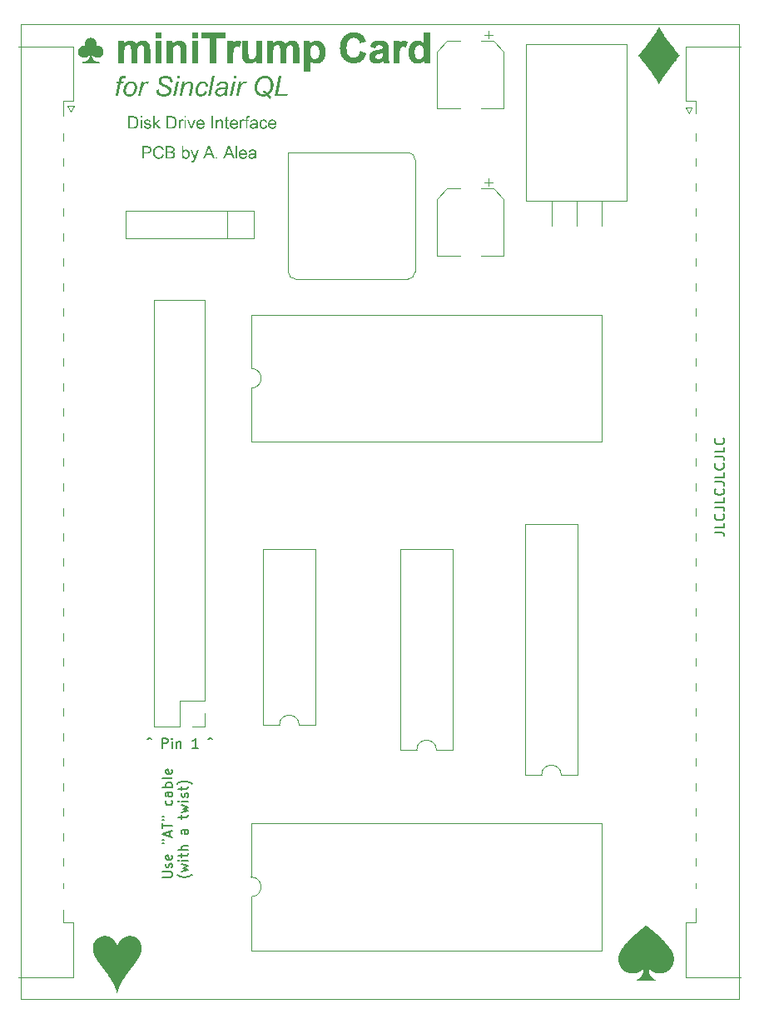
<source format=gbr>
%TF.GenerationSoftware,KiCad,Pcbnew,7.0.11+1*%
%TF.CreationDate,2024-05-07T21:52:51+02:00*%
%TF.ProjectId,QL_MiniTrump3,514c5f4d-696e-4695-9472-756d70332e6b,01*%
%TF.SameCoordinates,Original*%
%TF.FileFunction,Legend,Top*%
%TF.FilePolarity,Positive*%
%FSLAX46Y46*%
G04 Gerber Fmt 4.6, Leading zero omitted, Abs format (unit mm)*
G04 Created by KiCad (PCBNEW 7.0.11+1) date 2024-05-07 21:52:51*
%MOMM*%
%LPD*%
G01*
G04 APERTURE LIST*
%ADD10C,0.010000*%
%ADD11C,0.150000*%
%ADD12C,0.300000*%
%ADD13C,0.600000*%
%ADD14C,0.120000*%
%TA.AperFunction,Profile*%
%ADD15C,0.050000*%
%TD*%
G04 APERTURE END LIST*
D10*
X192190719Y-136046175D02*
X192414438Y-136230365D01*
X192644651Y-136425062D01*
X192763210Y-136527977D01*
X192884612Y-136635471D01*
X193008966Y-136747967D01*
X193135121Y-136864378D01*
X193261634Y-136983366D01*
X193387062Y-137103595D01*
X193509964Y-137223727D01*
X193628894Y-137342424D01*
X193742412Y-137458349D01*
X193849074Y-137570163D01*
X193947742Y-137676864D01*
X194038514Y-137778478D01*
X194121796Y-137875358D01*
X194197994Y-137967853D01*
X194267513Y-138056314D01*
X194330759Y-138141092D01*
X194388139Y-138222536D01*
X194440057Y-138300998D01*
X194464087Y-138339213D01*
X194486888Y-138376784D01*
X194508495Y-138413736D01*
X194528941Y-138450092D01*
X194548261Y-138485876D01*
X194566490Y-138521111D01*
X194583661Y-138555821D01*
X194599809Y-138590030D01*
X194614968Y-138623761D01*
X194629173Y-138657038D01*
X194654855Y-138722324D01*
X194677129Y-138786076D01*
X194696270Y-138848484D01*
X194712501Y-138909816D01*
X194719537Y-138940185D01*
X194725849Y-138970434D01*
X194731435Y-139000621D01*
X194736292Y-139030803D01*
X194740418Y-139061040D01*
X194743809Y-139091388D01*
X194746464Y-139121907D01*
X194748379Y-139152655D01*
X194749552Y-139183688D01*
X194749980Y-139215067D01*
X194749660Y-139246848D01*
X194748591Y-139279089D01*
X194746768Y-139311850D01*
X194744190Y-139345188D01*
X194736714Y-139413669D01*
X194725975Y-139484205D01*
X194719308Y-139520092D01*
X194711739Y-139556312D01*
X194703237Y-139592803D01*
X194693775Y-139629505D01*
X194683322Y-139666357D01*
X194671850Y-139703298D01*
X194659330Y-139740269D01*
X194645733Y-139777208D01*
X194631030Y-139814055D01*
X194615191Y-139850748D01*
X194598188Y-139887229D01*
X194579992Y-139923435D01*
X194560587Y-139959262D01*
X194540008Y-139994701D01*
X194518301Y-140029692D01*
X194495513Y-140064180D01*
X194471687Y-140098106D01*
X194446871Y-140131413D01*
X194421110Y-140164044D01*
X194394449Y-140195942D01*
X194366934Y-140227048D01*
X194338611Y-140257306D01*
X194309525Y-140286657D01*
X194279723Y-140315046D01*
X194249249Y-140342414D01*
X194218150Y-140368704D01*
X194186471Y-140393858D01*
X194154258Y-140417820D01*
X194121546Y-140440521D01*
X194088363Y-140461995D01*
X194054724Y-140482262D01*
X194020642Y-140501346D01*
X193986133Y-140519269D01*
X193951210Y-140536051D01*
X193915889Y-140551717D01*
X193880183Y-140566288D01*
X193844107Y-140579785D01*
X193807675Y-140592232D01*
X193770902Y-140603651D01*
X193733802Y-140614063D01*
X193696389Y-140623491D01*
X193658679Y-140631957D01*
X193620684Y-140639483D01*
X193582421Y-140646091D01*
X193543897Y-140651819D01*
X193505139Y-140656625D01*
X193466166Y-140660483D01*
X193426997Y-140663366D01*
X193387650Y-140665249D01*
X193348145Y-140666105D01*
X193308502Y-140665907D01*
X193268738Y-140664631D01*
X193228874Y-140662248D01*
X193188927Y-140658733D01*
X193148918Y-140654060D01*
X193108866Y-140648203D01*
X193068788Y-140641134D01*
X193028706Y-140632828D01*
X192988637Y-140623259D01*
X192948600Y-140612400D01*
X192908623Y-140600214D01*
X192868766Y-140586749D01*
X192829098Y-140572037D01*
X192789685Y-140556108D01*
X192750595Y-140538994D01*
X192711897Y-140520726D01*
X192673657Y-140501336D01*
X192635945Y-140480854D01*
X192598826Y-140459312D01*
X192562370Y-140436741D01*
X192526644Y-140413173D01*
X192491715Y-140388639D01*
X192457652Y-140363170D01*
X192424522Y-140336798D01*
X192392393Y-140309553D01*
X192361333Y-140281467D01*
X192339092Y-140260206D01*
X192317463Y-140238548D01*
X192296414Y-140216506D01*
X192275913Y-140194095D01*
X192255925Y-140171330D01*
X192236420Y-140148224D01*
X192217364Y-140124791D01*
X192198724Y-140101047D01*
X192202933Y-140186206D01*
X192207447Y-140267063D01*
X192212632Y-140344257D01*
X192218854Y-140418430D01*
X192223495Y-140464493D01*
X192228801Y-140510194D01*
X192234870Y-140555366D01*
X192241801Y-140599842D01*
X192249692Y-140643453D01*
X192258642Y-140686033D01*
X192268750Y-140727414D01*
X192280113Y-140767429D01*
X192286296Y-140786858D01*
X192292830Y-140805932D01*
X192299726Y-140824677D01*
X192306997Y-140843118D01*
X192314656Y-140861281D01*
X192322714Y-140879191D01*
X192331184Y-140896874D01*
X192340079Y-140914356D01*
X192349411Y-140931661D01*
X192359191Y-140948817D01*
X192369433Y-140965847D01*
X192380149Y-140982778D01*
X192391352Y-140999636D01*
X192403052Y-141016445D01*
X192415264Y-141033232D01*
X192427999Y-141050022D01*
X192441266Y-141066850D01*
X192455023Y-141083663D01*
X192469228Y-141100416D01*
X192483838Y-141117069D01*
X192498811Y-141133579D01*
X192514104Y-141149903D01*
X192529674Y-141166000D01*
X192545480Y-141181827D01*
X192561477Y-141197343D01*
X192577624Y-141212504D01*
X192593879Y-141227269D01*
X192610197Y-141241596D01*
X192626538Y-141255442D01*
X192642857Y-141268765D01*
X192659114Y-141281523D01*
X192675264Y-141293674D01*
X192691264Y-141305186D01*
X192707065Y-141316066D01*
X192722618Y-141326328D01*
X192737876Y-141335987D01*
X192752788Y-141345056D01*
X192767307Y-141353550D01*
X192781384Y-141361483D01*
X192794969Y-141368869D01*
X192820472Y-141382061D01*
X192843427Y-141393238D01*
X192863444Y-141402515D01*
X192880133Y-141410007D01*
X192892696Y-141415847D01*
X192896698Y-141418204D01*
X192898711Y-141420217D01*
X192898860Y-141421103D01*
X192898379Y-141421911D01*
X192895349Y-141423309D01*
X192889269Y-141424434D01*
X192879785Y-141425312D01*
X192849189Y-141426416D01*
X192800733Y-141426813D01*
X192638934Y-141426242D01*
X191970238Y-141423435D01*
X191301535Y-141426242D01*
X191208884Y-141426691D01*
X191171553Y-141426805D01*
X191139746Y-141426813D01*
X191113110Y-141426691D01*
X191091292Y-141426416D01*
X191073939Y-141425964D01*
X191066826Y-141425665D01*
X191060697Y-141425312D01*
X191055507Y-141424903D01*
X191051212Y-141424434D01*
X191047768Y-141423904D01*
X191045131Y-141423309D01*
X191043257Y-141422645D01*
X191042592Y-141422287D01*
X191042101Y-141421911D01*
X191041779Y-141421516D01*
X191041620Y-141421103D01*
X191041618Y-141420670D01*
X191041769Y-141420217D01*
X191042065Y-141419745D01*
X191042503Y-141419252D01*
X191043780Y-141418204D01*
X191045554Y-141417070D01*
X191047782Y-141415847D01*
X191053421Y-141413122D01*
X191060343Y-141410007D01*
X191097044Y-141393238D01*
X191119997Y-141382061D01*
X191145498Y-141368869D01*
X191173159Y-141353550D01*
X191202591Y-141335987D01*
X191217849Y-141326328D01*
X191233403Y-141316066D01*
X191249206Y-141305186D01*
X191265207Y-141293674D01*
X191281358Y-141281523D01*
X191297616Y-141268765D01*
X191313936Y-141255442D01*
X191330278Y-141241596D01*
X191346597Y-141227269D01*
X191362852Y-141212504D01*
X191394997Y-141181827D01*
X191426372Y-141149903D01*
X191441664Y-141133579D01*
X191456636Y-141117069D01*
X191471244Y-141100416D01*
X191485447Y-141083663D01*
X191499201Y-141066850D01*
X191512464Y-141050022D01*
X191525201Y-141033232D01*
X191537415Y-141016445D01*
X191549118Y-140999636D01*
X191560322Y-140982778D01*
X191571039Y-140965847D01*
X191581283Y-140948817D01*
X191591065Y-140931661D01*
X191600397Y-140914356D01*
X191609292Y-140896874D01*
X191617763Y-140879191D01*
X191625822Y-140861281D01*
X191633481Y-140843118D01*
X191640752Y-140824677D01*
X191647648Y-140805932D01*
X191654181Y-140786858D01*
X191660364Y-140767429D01*
X191671728Y-140727414D01*
X191681835Y-140686033D01*
X191690786Y-140643453D01*
X191698677Y-140599842D01*
X191705608Y-140555366D01*
X191711677Y-140510194D01*
X191716982Y-140464493D01*
X191721621Y-140418430D01*
X191727839Y-140344257D01*
X191733018Y-140267063D01*
X191737530Y-140186206D01*
X191741750Y-140101047D01*
X191723105Y-140124756D01*
X191704042Y-140148172D01*
X191684531Y-140171276D01*
X191664538Y-140194049D01*
X191644031Y-140216474D01*
X191622977Y-140238531D01*
X191601344Y-140260201D01*
X191579100Y-140281467D01*
X191548037Y-140309553D01*
X191515906Y-140336798D01*
X191482773Y-140363170D01*
X191448707Y-140388639D01*
X191413775Y-140413173D01*
X191378045Y-140436741D01*
X191341585Y-140459312D01*
X191304463Y-140480854D01*
X191266747Y-140501336D01*
X191228504Y-140520726D01*
X191189803Y-140538994D01*
X191150711Y-140556108D01*
X191111296Y-140572037D01*
X191071626Y-140586749D01*
X191031768Y-140600214D01*
X190991792Y-140612400D01*
X190941739Y-140625758D01*
X190891643Y-140637117D01*
X190841541Y-140646528D01*
X190791470Y-140654041D01*
X190741468Y-140659706D01*
X190691572Y-140663572D01*
X190641819Y-140665690D01*
X190592247Y-140666111D01*
X190562607Y-140665586D01*
X190533055Y-140664476D01*
X190503600Y-140662791D01*
X190474247Y-140660541D01*
X190445006Y-140657736D01*
X190415882Y-140654386D01*
X190386884Y-140650501D01*
X190358019Y-140646091D01*
X190319753Y-140639483D01*
X190281755Y-140631957D01*
X190244041Y-140623491D01*
X190206623Y-140614063D01*
X190169519Y-140603651D01*
X190132741Y-140592232D01*
X190096304Y-140579785D01*
X190060223Y-140566288D01*
X190024513Y-140551717D01*
X189989188Y-140536051D01*
X189954262Y-140519269D01*
X189919751Y-140501346D01*
X189885668Y-140482262D01*
X189852029Y-140461995D01*
X189818848Y-140440521D01*
X189786139Y-140417820D01*
X189753923Y-140393858D01*
X189722242Y-140368704D01*
X189691141Y-140342414D01*
X189660665Y-140315046D01*
X189630861Y-140286657D01*
X189601774Y-140257306D01*
X189573450Y-140227048D01*
X189545934Y-140195942D01*
X189519273Y-140164044D01*
X189493511Y-140131413D01*
X189468695Y-140098106D01*
X189444871Y-140064180D01*
X189422083Y-140029692D01*
X189400378Y-139994701D01*
X189379801Y-139959262D01*
X189360398Y-139923435D01*
X189342203Y-139887229D01*
X189325201Y-139850748D01*
X189309363Y-139814055D01*
X189294659Y-139777208D01*
X189281061Y-139740269D01*
X189268539Y-139703298D01*
X189257066Y-139666357D01*
X189246613Y-139629505D01*
X189237149Y-139592803D01*
X189228647Y-139556312D01*
X189221078Y-139520092D01*
X189214412Y-139484205D01*
X189203676Y-139413669D01*
X189196209Y-139345188D01*
X189193633Y-139311850D01*
X189191814Y-139279089D01*
X189190749Y-139246848D01*
X189190434Y-139215067D01*
X189190868Y-139183688D01*
X189192046Y-139152655D01*
X189193967Y-139121907D01*
X189196627Y-139091388D01*
X189200023Y-139061040D01*
X189204153Y-139030803D01*
X189209013Y-139000621D01*
X189214600Y-138970434D01*
X189220913Y-138940185D01*
X189227947Y-138909816D01*
X189244168Y-138848484D01*
X189263304Y-138786076D01*
X189285570Y-138722324D01*
X189311243Y-138657038D01*
X189340597Y-138590030D01*
X189373908Y-138521111D01*
X189411451Y-138450092D01*
X189453502Y-138376784D01*
X189500336Y-138300998D01*
X189552249Y-138222536D01*
X189609625Y-138141092D01*
X189672869Y-138056314D01*
X189742387Y-137967853D01*
X189818584Y-137875358D01*
X189901866Y-137778478D01*
X189992638Y-137676864D01*
X190091307Y-137570163D01*
X190197971Y-137458349D01*
X190311495Y-137342424D01*
X190430435Y-137223727D01*
X190553347Y-137103595D01*
X190678785Y-136983366D01*
X190805305Y-136864378D01*
X190931463Y-136747967D01*
X191055814Y-136635471D01*
X191177222Y-136527977D01*
X191295788Y-136425062D01*
X191411918Y-136326075D01*
X191526017Y-136230365D01*
X191749749Y-136046175D01*
X191970230Y-135867283D01*
X191970245Y-135867283D01*
X192190719Y-136046175D01*
G36*
X192190719Y-136046175D02*
G01*
X192414438Y-136230365D01*
X192644651Y-136425062D01*
X192763210Y-136527977D01*
X192884612Y-136635471D01*
X193008966Y-136747967D01*
X193135121Y-136864378D01*
X193261634Y-136983366D01*
X193387062Y-137103595D01*
X193509964Y-137223727D01*
X193628894Y-137342424D01*
X193742412Y-137458349D01*
X193849074Y-137570163D01*
X193947742Y-137676864D01*
X194038514Y-137778478D01*
X194121796Y-137875358D01*
X194197994Y-137967853D01*
X194267513Y-138056314D01*
X194330759Y-138141092D01*
X194388139Y-138222536D01*
X194440057Y-138300998D01*
X194464087Y-138339213D01*
X194486888Y-138376784D01*
X194508495Y-138413736D01*
X194528941Y-138450092D01*
X194548261Y-138485876D01*
X194566490Y-138521111D01*
X194583661Y-138555821D01*
X194599809Y-138590030D01*
X194614968Y-138623761D01*
X194629173Y-138657038D01*
X194654855Y-138722324D01*
X194677129Y-138786076D01*
X194696270Y-138848484D01*
X194712501Y-138909816D01*
X194719537Y-138940185D01*
X194725849Y-138970434D01*
X194731435Y-139000621D01*
X194736292Y-139030803D01*
X194740418Y-139061040D01*
X194743809Y-139091388D01*
X194746464Y-139121907D01*
X194748379Y-139152655D01*
X194749552Y-139183688D01*
X194749980Y-139215067D01*
X194749660Y-139246848D01*
X194748591Y-139279089D01*
X194746768Y-139311850D01*
X194744190Y-139345188D01*
X194736714Y-139413669D01*
X194725975Y-139484205D01*
X194719308Y-139520092D01*
X194711739Y-139556312D01*
X194703237Y-139592803D01*
X194693775Y-139629505D01*
X194683322Y-139666357D01*
X194671850Y-139703298D01*
X194659330Y-139740269D01*
X194645733Y-139777208D01*
X194631030Y-139814055D01*
X194615191Y-139850748D01*
X194598188Y-139887229D01*
X194579992Y-139923435D01*
X194560587Y-139959262D01*
X194540008Y-139994701D01*
X194518301Y-140029692D01*
X194495513Y-140064180D01*
X194471687Y-140098106D01*
X194446871Y-140131413D01*
X194421110Y-140164044D01*
X194394449Y-140195942D01*
X194366934Y-140227048D01*
X194338611Y-140257306D01*
X194309525Y-140286657D01*
X194279723Y-140315046D01*
X194249249Y-140342414D01*
X194218150Y-140368704D01*
X194186471Y-140393858D01*
X194154258Y-140417820D01*
X194121546Y-140440521D01*
X194088363Y-140461995D01*
X194054724Y-140482262D01*
X194020642Y-140501346D01*
X193986133Y-140519269D01*
X193951210Y-140536051D01*
X193915889Y-140551717D01*
X193880183Y-140566288D01*
X193844107Y-140579785D01*
X193807675Y-140592232D01*
X193770902Y-140603651D01*
X193733802Y-140614063D01*
X193696389Y-140623491D01*
X193658679Y-140631957D01*
X193620684Y-140639483D01*
X193582421Y-140646091D01*
X193543897Y-140651819D01*
X193505139Y-140656625D01*
X193466166Y-140660483D01*
X193426997Y-140663366D01*
X193387650Y-140665249D01*
X193348145Y-140666105D01*
X193308502Y-140665907D01*
X193268738Y-140664631D01*
X193228874Y-140662248D01*
X193188927Y-140658733D01*
X193148918Y-140654060D01*
X193108866Y-140648203D01*
X193068788Y-140641134D01*
X193028706Y-140632828D01*
X192988637Y-140623259D01*
X192948600Y-140612400D01*
X192908623Y-140600214D01*
X192868766Y-140586749D01*
X192829098Y-140572037D01*
X192789685Y-140556108D01*
X192750595Y-140538994D01*
X192711897Y-140520726D01*
X192673657Y-140501336D01*
X192635945Y-140480854D01*
X192598826Y-140459312D01*
X192562370Y-140436741D01*
X192526644Y-140413173D01*
X192491715Y-140388639D01*
X192457652Y-140363170D01*
X192424522Y-140336798D01*
X192392393Y-140309553D01*
X192361333Y-140281467D01*
X192339092Y-140260206D01*
X192317463Y-140238548D01*
X192296414Y-140216506D01*
X192275913Y-140194095D01*
X192255925Y-140171330D01*
X192236420Y-140148224D01*
X192217364Y-140124791D01*
X192198724Y-140101047D01*
X192202933Y-140186206D01*
X192207447Y-140267063D01*
X192212632Y-140344257D01*
X192218854Y-140418430D01*
X192223495Y-140464493D01*
X192228801Y-140510194D01*
X192234870Y-140555366D01*
X192241801Y-140599842D01*
X192249692Y-140643453D01*
X192258642Y-140686033D01*
X192268750Y-140727414D01*
X192280113Y-140767429D01*
X192286296Y-140786858D01*
X192292830Y-140805932D01*
X192299726Y-140824677D01*
X192306997Y-140843118D01*
X192314656Y-140861281D01*
X192322714Y-140879191D01*
X192331184Y-140896874D01*
X192340079Y-140914356D01*
X192349411Y-140931661D01*
X192359191Y-140948817D01*
X192369433Y-140965847D01*
X192380149Y-140982778D01*
X192391352Y-140999636D01*
X192403052Y-141016445D01*
X192415264Y-141033232D01*
X192427999Y-141050022D01*
X192441266Y-141066850D01*
X192455023Y-141083663D01*
X192469228Y-141100416D01*
X192483838Y-141117069D01*
X192498811Y-141133579D01*
X192514104Y-141149903D01*
X192529674Y-141166000D01*
X192545480Y-141181827D01*
X192561477Y-141197343D01*
X192577624Y-141212504D01*
X192593879Y-141227269D01*
X192610197Y-141241596D01*
X192626538Y-141255442D01*
X192642857Y-141268765D01*
X192659114Y-141281523D01*
X192675264Y-141293674D01*
X192691264Y-141305186D01*
X192707065Y-141316066D01*
X192722618Y-141326328D01*
X192737876Y-141335987D01*
X192752788Y-141345056D01*
X192767307Y-141353550D01*
X192781384Y-141361483D01*
X192794969Y-141368869D01*
X192820472Y-141382061D01*
X192843427Y-141393238D01*
X192863444Y-141402515D01*
X192880133Y-141410007D01*
X192892696Y-141415847D01*
X192896698Y-141418204D01*
X192898711Y-141420217D01*
X192898860Y-141421103D01*
X192898379Y-141421911D01*
X192895349Y-141423309D01*
X192889269Y-141424434D01*
X192879785Y-141425312D01*
X192849189Y-141426416D01*
X192800733Y-141426813D01*
X192638934Y-141426242D01*
X191970238Y-141423435D01*
X191301535Y-141426242D01*
X191208884Y-141426691D01*
X191171553Y-141426805D01*
X191139746Y-141426813D01*
X191113110Y-141426691D01*
X191091292Y-141426416D01*
X191073939Y-141425964D01*
X191066826Y-141425665D01*
X191060697Y-141425312D01*
X191055507Y-141424903D01*
X191051212Y-141424434D01*
X191047768Y-141423904D01*
X191045131Y-141423309D01*
X191043257Y-141422645D01*
X191042592Y-141422287D01*
X191042101Y-141421911D01*
X191041779Y-141421516D01*
X191041620Y-141421103D01*
X191041618Y-141420670D01*
X191041769Y-141420217D01*
X191042065Y-141419745D01*
X191042503Y-141419252D01*
X191043780Y-141418204D01*
X191045554Y-141417070D01*
X191047782Y-141415847D01*
X191053421Y-141413122D01*
X191060343Y-141410007D01*
X191097044Y-141393238D01*
X191119997Y-141382061D01*
X191145498Y-141368869D01*
X191173159Y-141353550D01*
X191202591Y-141335987D01*
X191217849Y-141326328D01*
X191233403Y-141316066D01*
X191249206Y-141305186D01*
X191265207Y-141293674D01*
X191281358Y-141281523D01*
X191297616Y-141268765D01*
X191313936Y-141255442D01*
X191330278Y-141241596D01*
X191346597Y-141227269D01*
X191362852Y-141212504D01*
X191394997Y-141181827D01*
X191426372Y-141149903D01*
X191441664Y-141133579D01*
X191456636Y-141117069D01*
X191471244Y-141100416D01*
X191485447Y-141083663D01*
X191499201Y-141066850D01*
X191512464Y-141050022D01*
X191525201Y-141033232D01*
X191537415Y-141016445D01*
X191549118Y-140999636D01*
X191560322Y-140982778D01*
X191571039Y-140965847D01*
X191581283Y-140948817D01*
X191591065Y-140931661D01*
X191600397Y-140914356D01*
X191609292Y-140896874D01*
X191617763Y-140879191D01*
X191625822Y-140861281D01*
X191633481Y-140843118D01*
X191640752Y-140824677D01*
X191647648Y-140805932D01*
X191654181Y-140786858D01*
X191660364Y-140767429D01*
X191671728Y-140727414D01*
X191681835Y-140686033D01*
X191690786Y-140643453D01*
X191698677Y-140599842D01*
X191705608Y-140555366D01*
X191711677Y-140510194D01*
X191716982Y-140464493D01*
X191721621Y-140418430D01*
X191727839Y-140344257D01*
X191733018Y-140267063D01*
X191737530Y-140186206D01*
X191741750Y-140101047D01*
X191723105Y-140124756D01*
X191704042Y-140148172D01*
X191684531Y-140171276D01*
X191664538Y-140194049D01*
X191644031Y-140216474D01*
X191622977Y-140238531D01*
X191601344Y-140260201D01*
X191579100Y-140281467D01*
X191548037Y-140309553D01*
X191515906Y-140336798D01*
X191482773Y-140363170D01*
X191448707Y-140388639D01*
X191413775Y-140413173D01*
X191378045Y-140436741D01*
X191341585Y-140459312D01*
X191304463Y-140480854D01*
X191266747Y-140501336D01*
X191228504Y-140520726D01*
X191189803Y-140538994D01*
X191150711Y-140556108D01*
X191111296Y-140572037D01*
X191071626Y-140586749D01*
X191031768Y-140600214D01*
X190991792Y-140612400D01*
X190941739Y-140625758D01*
X190891643Y-140637117D01*
X190841541Y-140646528D01*
X190791470Y-140654041D01*
X190741468Y-140659706D01*
X190691572Y-140663572D01*
X190641819Y-140665690D01*
X190592247Y-140666111D01*
X190562607Y-140665586D01*
X190533055Y-140664476D01*
X190503600Y-140662791D01*
X190474247Y-140660541D01*
X190445006Y-140657736D01*
X190415882Y-140654386D01*
X190386884Y-140650501D01*
X190358019Y-140646091D01*
X190319753Y-140639483D01*
X190281755Y-140631957D01*
X190244041Y-140623491D01*
X190206623Y-140614063D01*
X190169519Y-140603651D01*
X190132741Y-140592232D01*
X190096304Y-140579785D01*
X190060223Y-140566288D01*
X190024513Y-140551717D01*
X189989188Y-140536051D01*
X189954262Y-140519269D01*
X189919751Y-140501346D01*
X189885668Y-140482262D01*
X189852029Y-140461995D01*
X189818848Y-140440521D01*
X189786139Y-140417820D01*
X189753923Y-140393858D01*
X189722242Y-140368704D01*
X189691141Y-140342414D01*
X189660665Y-140315046D01*
X189630861Y-140286657D01*
X189601774Y-140257306D01*
X189573450Y-140227048D01*
X189545934Y-140195942D01*
X189519273Y-140164044D01*
X189493511Y-140131413D01*
X189468695Y-140098106D01*
X189444871Y-140064180D01*
X189422083Y-140029692D01*
X189400378Y-139994701D01*
X189379801Y-139959262D01*
X189360398Y-139923435D01*
X189342203Y-139887229D01*
X189325201Y-139850748D01*
X189309363Y-139814055D01*
X189294659Y-139777208D01*
X189281061Y-139740269D01*
X189268539Y-139703298D01*
X189257066Y-139666357D01*
X189246613Y-139629505D01*
X189237149Y-139592803D01*
X189228647Y-139556312D01*
X189221078Y-139520092D01*
X189214412Y-139484205D01*
X189203676Y-139413669D01*
X189196209Y-139345188D01*
X189193633Y-139311850D01*
X189191814Y-139279089D01*
X189190749Y-139246848D01*
X189190434Y-139215067D01*
X189190868Y-139183688D01*
X189192046Y-139152655D01*
X189193967Y-139121907D01*
X189196627Y-139091388D01*
X189200023Y-139061040D01*
X189204153Y-139030803D01*
X189209013Y-139000621D01*
X189214600Y-138970434D01*
X189220913Y-138940185D01*
X189227947Y-138909816D01*
X189244168Y-138848484D01*
X189263304Y-138786076D01*
X189285570Y-138722324D01*
X189311243Y-138657038D01*
X189340597Y-138590030D01*
X189373908Y-138521111D01*
X189411451Y-138450092D01*
X189453502Y-138376784D01*
X189500336Y-138300998D01*
X189552249Y-138222536D01*
X189609625Y-138141092D01*
X189672869Y-138056314D01*
X189742387Y-137967853D01*
X189818584Y-137875358D01*
X189901866Y-137778478D01*
X189992638Y-137676864D01*
X190091307Y-137570163D01*
X190197971Y-137458349D01*
X190311495Y-137342424D01*
X190430435Y-137223727D01*
X190553347Y-137103595D01*
X190678785Y-136983366D01*
X190805305Y-136864378D01*
X190931463Y-136747967D01*
X191055814Y-136635471D01*
X191177222Y-136527977D01*
X191295788Y-136425062D01*
X191411918Y-136326075D01*
X191526017Y-136230365D01*
X191749749Y-136046175D01*
X191970230Y-135867283D01*
X191970245Y-135867283D01*
X192190719Y-136046175D01*
G37*
D11*
G36*
X138049983Y-51603000D02*
G01*
X138314742Y-50321213D01*
X138092481Y-50321213D01*
X138132048Y-50133635D01*
X138354798Y-50133635D01*
X138397296Y-49924563D01*
X138401454Y-49905363D01*
X138407712Y-49877837D01*
X138413996Y-49851839D01*
X138420306Y-49827370D01*
X138426641Y-49804430D01*
X138433003Y-49783017D01*
X138439390Y-49763133D01*
X138447946Y-49738999D01*
X138456548Y-49717582D01*
X138465196Y-49698882D01*
X138477260Y-49677802D01*
X138491471Y-49657914D01*
X138504385Y-49642863D01*
X138518673Y-49628575D01*
X138534335Y-49615050D01*
X138551371Y-49602288D01*
X138569781Y-49590290D01*
X138579501Y-49584577D01*
X138600170Y-49574044D01*
X138622610Y-49564915D01*
X138646821Y-49557191D01*
X138666141Y-49552319D01*
X138686457Y-49548238D01*
X138707769Y-49544946D01*
X138730077Y-49542445D01*
X138753381Y-49540733D01*
X138777681Y-49539811D01*
X138794435Y-49539636D01*
X138819455Y-49540330D01*
X138839962Y-49541763D01*
X138861964Y-49543977D01*
X138885460Y-49546972D01*
X138910450Y-49550749D01*
X138936934Y-49555307D01*
X138964913Y-49560647D01*
X138984395Y-49564640D01*
X139004541Y-49568981D01*
X139025351Y-49573670D01*
X139046826Y-49578705D01*
X139068964Y-49584088D01*
X139024023Y-49800976D01*
X139000666Y-49798968D01*
X138978039Y-49797158D01*
X138956141Y-49795545D01*
X138934974Y-49794129D01*
X138914536Y-49792911D01*
X138894828Y-49791891D01*
X138869687Y-49790838D01*
X138845842Y-49790136D01*
X138823296Y-49789784D01*
X138812509Y-49789741D01*
X138790482Y-49790587D01*
X138770196Y-49793128D01*
X138748151Y-49798411D01*
X138728613Y-49806133D01*
X138711583Y-49816294D01*
X138701623Y-49824423D01*
X138687878Y-49840543D01*
X138676976Y-49859014D01*
X138668614Y-49877088D01*
X138660573Y-49898093D01*
X138652853Y-49922029D01*
X138647273Y-49941904D01*
X138641873Y-49963428D01*
X138636654Y-49986600D01*
X138603437Y-50133635D01*
X138880897Y-50133635D01*
X138841330Y-50321213D01*
X138563381Y-50321213D01*
X138298622Y-51603000D01*
X138049983Y-51603000D01*
G37*
G36*
X139665248Y-50103018D02*
G01*
X139697019Y-50104959D01*
X139727988Y-50108193D01*
X139758156Y-50112721D01*
X139787523Y-50118543D01*
X139816088Y-50125658D01*
X139843851Y-50134068D01*
X139870813Y-50143771D01*
X139896974Y-50154767D01*
X139922333Y-50167058D01*
X139946891Y-50180642D01*
X139970647Y-50195520D01*
X139993602Y-50211691D01*
X140015756Y-50229156D01*
X140037108Y-50247915D01*
X140057659Y-50267968D01*
X140077238Y-50289120D01*
X140095555Y-50311176D01*
X140112608Y-50334137D01*
X140128398Y-50358002D01*
X140142925Y-50382772D01*
X140156188Y-50408446D01*
X140168188Y-50435024D01*
X140178926Y-50462508D01*
X140188399Y-50490895D01*
X140196610Y-50520187D01*
X140203558Y-50550383D01*
X140209242Y-50581484D01*
X140213663Y-50613490D01*
X140216821Y-50646399D01*
X140218716Y-50680214D01*
X140219348Y-50714933D01*
X140218951Y-50746364D01*
X140217760Y-50777520D01*
X140215776Y-50808401D01*
X140212997Y-50839008D01*
X140209425Y-50869340D01*
X140205060Y-50899397D01*
X140199900Y-50929179D01*
X140193946Y-50958687D01*
X140187199Y-50987920D01*
X140179658Y-51016878D01*
X140171323Y-51045561D01*
X140162195Y-51073969D01*
X140152273Y-51102103D01*
X140141556Y-51129962D01*
X140130046Y-51157546D01*
X140117743Y-51184856D01*
X140104706Y-51211633D01*
X140090998Y-51237620D01*
X140076618Y-51262817D01*
X140061567Y-51287224D01*
X140045844Y-51310841D01*
X140029449Y-51333668D01*
X140012382Y-51355706D01*
X139994644Y-51376953D01*
X139976234Y-51397410D01*
X139957153Y-51417077D01*
X139937400Y-51435955D01*
X139916975Y-51454042D01*
X139895879Y-51471339D01*
X139874110Y-51487847D01*
X139851671Y-51503564D01*
X139828559Y-51518491D01*
X139805034Y-51532511D01*
X139781352Y-51545625D01*
X139757513Y-51557836D01*
X139733518Y-51569141D01*
X139709367Y-51579543D01*
X139685059Y-51589039D01*
X139660595Y-51597632D01*
X139635974Y-51605320D01*
X139611196Y-51612103D01*
X139586263Y-51617982D01*
X139561172Y-51622957D01*
X139535926Y-51627027D01*
X139510523Y-51630193D01*
X139484963Y-51632454D01*
X139459247Y-51633810D01*
X139433374Y-51634263D01*
X139412184Y-51633978D01*
X139391235Y-51633125D01*
X139370526Y-51631704D01*
X139350057Y-51629714D01*
X139329829Y-51627155D01*
X139309841Y-51624027D01*
X139290093Y-51620331D01*
X139270586Y-51616066D01*
X139251320Y-51611233D01*
X139232294Y-51605831D01*
X139213508Y-51599861D01*
X139194963Y-51593321D01*
X139176658Y-51586214D01*
X139158593Y-51578537D01*
X139140769Y-51570292D01*
X139123186Y-51561478D01*
X139106039Y-51552082D01*
X139081278Y-51537102D01*
X139057668Y-51521056D01*
X139035208Y-51503946D01*
X139013899Y-51485771D01*
X138993740Y-51466531D01*
X138974732Y-51446226D01*
X138956875Y-51424857D01*
X138940168Y-51402423D01*
X138924612Y-51378924D01*
X138910206Y-51354360D01*
X138897111Y-51328816D01*
X138885305Y-51302560D01*
X138874786Y-51275591D01*
X138865555Y-51247909D01*
X138860117Y-51229058D01*
X138855251Y-51209891D01*
X138850958Y-51190407D01*
X138847237Y-51170606D01*
X138844089Y-51150488D01*
X138841513Y-51130054D01*
X138839509Y-51109303D01*
X138838078Y-51088235D01*
X138837219Y-51066850D01*
X138836933Y-51045149D01*
X138837149Y-51021702D01*
X139085572Y-51021702D01*
X139085958Y-51047441D01*
X139087114Y-51072390D01*
X139089041Y-51096549D01*
X139091740Y-51119918D01*
X139095209Y-51142497D01*
X139099448Y-51164286D01*
X139104459Y-51185285D01*
X139110241Y-51205494D01*
X139116794Y-51224913D01*
X139124117Y-51243543D01*
X139132211Y-51261382D01*
X139145798Y-51286660D01*
X139161120Y-51310160D01*
X139178176Y-51331883D01*
X139184247Y-51338729D01*
X139203307Y-51358022D01*
X139223304Y-51375417D01*
X139244237Y-51390914D01*
X139266106Y-51404514D01*
X139288911Y-51416216D01*
X139312651Y-51426021D01*
X139337328Y-51433928D01*
X139362941Y-51439937D01*
X139389489Y-51444048D01*
X139416974Y-51446262D01*
X139435817Y-51446684D01*
X139455700Y-51446173D01*
X139475537Y-51444639D01*
X139495328Y-51442082D01*
X139515073Y-51438502D01*
X139534773Y-51433899D01*
X139554427Y-51428274D01*
X139574035Y-51421626D01*
X139593598Y-51413956D01*
X139613084Y-51405239D01*
X139632218Y-51395454D01*
X139651002Y-51384601D01*
X139669435Y-51372678D01*
X139687517Y-51359688D01*
X139705247Y-51345629D01*
X139722626Y-51330501D01*
X139739655Y-51314304D01*
X139756195Y-51297284D01*
X139772109Y-51279683D01*
X139787397Y-51261502D01*
X139802059Y-51242741D01*
X139816095Y-51223400D01*
X139829506Y-51203479D01*
X139842290Y-51182978D01*
X139854449Y-51161897D01*
X139866005Y-51140205D01*
X139876980Y-51118116D01*
X139887376Y-51095631D01*
X139897191Y-51072748D01*
X139906427Y-51049469D01*
X139915082Y-51025793D01*
X139923157Y-51001719D01*
X139930653Y-50977249D01*
X139938248Y-50951428D01*
X139945095Y-50925804D01*
X139951196Y-50900377D01*
X139956550Y-50875148D01*
X139961157Y-50850117D01*
X139965016Y-50825283D01*
X139968129Y-50800646D01*
X139970495Y-50776207D01*
X139972113Y-50751965D01*
X139972985Y-50727921D01*
X139973151Y-50712002D01*
X139972762Y-50687316D01*
X139971594Y-50663329D01*
X139969648Y-50640040D01*
X139966923Y-50617449D01*
X139963419Y-50595557D01*
X139959137Y-50574363D01*
X139954077Y-50553868D01*
X139948238Y-50534071D01*
X139941621Y-50514972D01*
X139934225Y-50496572D01*
X139921671Y-50470281D01*
X139907366Y-50445561D01*
X139891309Y-50422413D01*
X139873500Y-50400836D01*
X139854364Y-50381020D01*
X139834327Y-50363152D01*
X139813389Y-50347234D01*
X139791549Y-50333265D01*
X139768807Y-50321245D01*
X139745164Y-50311174D01*
X139720619Y-50303053D01*
X139695172Y-50296880D01*
X139668824Y-50292657D01*
X139641574Y-50290383D01*
X139622907Y-50289950D01*
X139601197Y-50290448D01*
X139579847Y-50291942D01*
X139558859Y-50294432D01*
X139538231Y-50297918D01*
X139517963Y-50302401D01*
X139498057Y-50307879D01*
X139478511Y-50314353D01*
X139459325Y-50321824D01*
X139440500Y-50330290D01*
X139422036Y-50339753D01*
X139409927Y-50346614D01*
X139392047Y-50357611D01*
X139374493Y-50369535D01*
X139357265Y-50382386D01*
X139340364Y-50396165D01*
X139323788Y-50410871D01*
X139307540Y-50426505D01*
X139291617Y-50443065D01*
X139276021Y-50460554D01*
X139260751Y-50478969D01*
X139245807Y-50498312D01*
X139236026Y-50511722D01*
X139221824Y-50532373D01*
X139208343Y-50553660D01*
X139195583Y-50575581D01*
X139183544Y-50598139D01*
X139172227Y-50621331D01*
X139161631Y-50645159D01*
X139151757Y-50669623D01*
X139142603Y-50694721D01*
X139134171Y-50720456D01*
X139126460Y-50746825D01*
X139121720Y-50764758D01*
X139115260Y-50791503D01*
X139109436Y-50817698D01*
X139104247Y-50843343D01*
X139099693Y-50868439D01*
X139095774Y-50892986D01*
X139092491Y-50916982D01*
X139089844Y-50940430D01*
X139087832Y-50963327D01*
X139086455Y-50985676D01*
X139085714Y-51007474D01*
X139085572Y-51021702D01*
X138837149Y-51021702D01*
X138837179Y-51018457D01*
X138837916Y-50992055D01*
X138839144Y-50965941D01*
X138840864Y-50940117D01*
X138843075Y-50914581D01*
X138845777Y-50889335D01*
X138848971Y-50864378D01*
X138852656Y-50839710D01*
X138856833Y-50815331D01*
X138861501Y-50791241D01*
X138866660Y-50767440D01*
X138872310Y-50743929D01*
X138878452Y-50720706D01*
X138885085Y-50697773D01*
X138892210Y-50675128D01*
X138899826Y-50652773D01*
X138907933Y-50630706D01*
X138916532Y-50608929D01*
X138925622Y-50587441D01*
X138935203Y-50566242D01*
X138945275Y-50545332D01*
X138955839Y-50524711D01*
X138966895Y-50504379D01*
X138978441Y-50484337D01*
X138990479Y-50464583D01*
X139003009Y-50445119D01*
X139016030Y-50425943D01*
X139029542Y-50407057D01*
X139043545Y-50388459D01*
X139058040Y-50370151D01*
X139073026Y-50352132D01*
X139088503Y-50334402D01*
X139114958Y-50306305D01*
X139142420Y-50280020D01*
X139170890Y-50255548D01*
X139200367Y-50232889D01*
X139230851Y-50212042D01*
X139262343Y-50193008D01*
X139294843Y-50175787D01*
X139328350Y-50160379D01*
X139362864Y-50146784D01*
X139398386Y-50135001D01*
X139434916Y-50125031D01*
X139472453Y-50116873D01*
X139510998Y-50110529D01*
X139530648Y-50108036D01*
X139550550Y-50105997D01*
X139570704Y-50104411D01*
X139591109Y-50103278D01*
X139611767Y-50102598D01*
X139632676Y-50102371D01*
X139665248Y-50103018D01*
G37*
G36*
X140350262Y-51603000D02*
G01*
X140655565Y-50133635D01*
X140875384Y-50133635D01*
X140813346Y-50387647D01*
X140827430Y-50369747D01*
X140841472Y-50352438D01*
X140855472Y-50335721D01*
X140869431Y-50319595D01*
X140883347Y-50304061D01*
X140897221Y-50289118D01*
X140911053Y-50274767D01*
X140931723Y-50254349D01*
X140952298Y-50235262D01*
X140972778Y-50217507D01*
X140993164Y-50201082D01*
X141013456Y-50185988D01*
X141033653Y-50172225D01*
X141053938Y-50159741D01*
X141074308Y-50148486D01*
X141094765Y-50138458D01*
X141115307Y-50129658D01*
X141135935Y-50122086D01*
X141156649Y-50115742D01*
X141177448Y-50110626D01*
X141198334Y-50106737D01*
X141219306Y-50104077D01*
X141240363Y-50102644D01*
X141254449Y-50102371D01*
X141278487Y-50103135D01*
X141298919Y-50104844D01*
X141320420Y-50107531D01*
X141342990Y-50111195D01*
X141366628Y-50115835D01*
X141391335Y-50121453D01*
X141410566Y-50126307D01*
X141430398Y-50131711D01*
X141437143Y-50133635D01*
X141335538Y-50383739D01*
X141323336Y-50366978D01*
X141310911Y-50351866D01*
X141293997Y-50334280D01*
X141276686Y-50319625D01*
X141258979Y-50307902D01*
X141240874Y-50299109D01*
X141217686Y-50292240D01*
X141193877Y-50289950D01*
X141169362Y-50291341D01*
X141144727Y-50295514D01*
X141119971Y-50302469D01*
X141095096Y-50312207D01*
X141070100Y-50324726D01*
X141044984Y-50340027D01*
X141028173Y-50351774D01*
X141011309Y-50364757D01*
X140994391Y-50378976D01*
X140977420Y-50394432D01*
X140960396Y-50411125D01*
X140943318Y-50429054D01*
X140926187Y-50448219D01*
X140909257Y-50468928D01*
X140892786Y-50491611D01*
X140876773Y-50516266D01*
X140861218Y-50542894D01*
X140846121Y-50571495D01*
X140831481Y-50602069D01*
X140817300Y-50634617D01*
X140803577Y-50669137D01*
X140790311Y-50705630D01*
X140783850Y-50724617D01*
X140777504Y-50744097D01*
X140771272Y-50764070D01*
X140765154Y-50784536D01*
X140759151Y-50805496D01*
X140753263Y-50826948D01*
X140747489Y-50848894D01*
X140741829Y-50871334D01*
X140736284Y-50894266D01*
X140730853Y-50917692D01*
X140725537Y-50941611D01*
X140720336Y-50966024D01*
X140715248Y-50990929D01*
X140710276Y-51016328D01*
X140586689Y-51603000D01*
X140350262Y-51603000D01*
G37*
G36*
X142164498Y-50946475D02*
G01*
X142428280Y-50915212D01*
X142425349Y-50987508D01*
X142425821Y-51009771D01*
X142427238Y-51031683D01*
X142429600Y-51053243D01*
X142432905Y-51074450D01*
X142437156Y-51095306D01*
X142442351Y-51115809D01*
X142448490Y-51135961D01*
X142455574Y-51155760D01*
X142463603Y-51175208D01*
X142472576Y-51194303D01*
X142479083Y-51206838D01*
X142489772Y-51225127D01*
X142501688Y-51242627D01*
X142514833Y-51259336D01*
X142529206Y-51275256D01*
X142544806Y-51290386D01*
X142561635Y-51304726D01*
X142579691Y-51318275D01*
X142598975Y-51331035D01*
X142619487Y-51343005D01*
X142641227Y-51354185D01*
X142656403Y-51361199D01*
X142679988Y-51370889D01*
X142704397Y-51379626D01*
X142729630Y-51387410D01*
X142755688Y-51394241D01*
X142782570Y-51400118D01*
X142810276Y-51405043D01*
X142838806Y-51409014D01*
X142858285Y-51411132D01*
X142878130Y-51412826D01*
X142898341Y-51414097D01*
X142918918Y-51414944D01*
X142939862Y-51415368D01*
X142950471Y-51415421D01*
X142980248Y-51415001D01*
X143009128Y-51413742D01*
X143037111Y-51411643D01*
X143064197Y-51408704D01*
X143090386Y-51404926D01*
X143115679Y-51400308D01*
X143140074Y-51394851D01*
X143163573Y-51388554D01*
X143186175Y-51381418D01*
X143207880Y-51373442D01*
X143228689Y-51364626D01*
X143248600Y-51354971D01*
X143267615Y-51344476D01*
X143285733Y-51333142D01*
X143302954Y-51320968D01*
X143319278Y-51307954D01*
X143334658Y-51294341D01*
X143349045Y-51280492D01*
X143368766Y-51259274D01*
X143386254Y-51237524D01*
X143401510Y-51215242D01*
X143414533Y-51192427D01*
X143425323Y-51169080D01*
X143433881Y-51145201D01*
X143440207Y-51120789D01*
X143444300Y-51095844D01*
X143446160Y-51070368D01*
X143446284Y-51061757D01*
X143445231Y-51037844D01*
X143442071Y-51014466D01*
X143436805Y-50991621D01*
X143429431Y-50969311D01*
X143419952Y-50947536D01*
X143408366Y-50926294D01*
X143394673Y-50905587D01*
X143378873Y-50885414D01*
X143363955Y-50870453D01*
X143344847Y-50854513D01*
X143321549Y-50837595D01*
X143303688Y-50825772D01*
X143283966Y-50813514D01*
X143262381Y-50800821D01*
X143238933Y-50787693D01*
X143213624Y-50774130D01*
X143186452Y-50760132D01*
X143157417Y-50745699D01*
X143126521Y-50730830D01*
X143093762Y-50715527D01*
X143059140Y-50699788D01*
X143041131Y-50691756D01*
X143022656Y-50683615D01*
X143003716Y-50675365D01*
X142974630Y-50662609D01*
X142946724Y-50650231D01*
X142919996Y-50638231D01*
X142894448Y-50626608D01*
X142870079Y-50615363D01*
X142846889Y-50604497D01*
X142824879Y-50594007D01*
X142804048Y-50583896D01*
X142784396Y-50574163D01*
X142765923Y-50564807D01*
X142740425Y-50551482D01*
X142717580Y-50539007D01*
X142697388Y-50527382D01*
X142679850Y-50516607D01*
X142663095Y-50505311D01*
X142646900Y-50493893D01*
X142623660Y-50476536D01*
X142601683Y-50458905D01*
X142580968Y-50440999D01*
X142561515Y-50422818D01*
X142543324Y-50404362D01*
X142526395Y-50385632D01*
X142510729Y-50366627D01*
X142496325Y-50347347D01*
X142483183Y-50327792D01*
X142479083Y-50321213D01*
X142467559Y-50301080D01*
X142457169Y-50280432D01*
X142447913Y-50259269D01*
X142439790Y-50237590D01*
X142432800Y-50215397D01*
X142426944Y-50192688D01*
X142422222Y-50169464D01*
X142418632Y-50145725D01*
X142416177Y-50121470D01*
X142414854Y-50096700D01*
X142414602Y-50079901D01*
X142415349Y-50050862D01*
X142417591Y-50022365D01*
X142421326Y-49994408D01*
X142426555Y-49966992D01*
X142433278Y-49940117D01*
X142441496Y-49913784D01*
X142451207Y-49887991D01*
X142462413Y-49862739D01*
X142475113Y-49838028D01*
X142489306Y-49813858D01*
X142499599Y-49798045D01*
X142516319Y-49775025D01*
X142534421Y-49753045D01*
X142553905Y-49732104D01*
X142574772Y-49712201D01*
X142597022Y-49693338D01*
X142612623Y-49681339D01*
X142628838Y-49669803D01*
X142645668Y-49658728D01*
X142663112Y-49648115D01*
X142681171Y-49637963D01*
X142699844Y-49628274D01*
X142719132Y-49619046D01*
X142739034Y-49610280D01*
X142749215Y-49606070D01*
X142769896Y-49598025D01*
X142790904Y-49590500D01*
X142812241Y-49583493D01*
X142833906Y-49577005D01*
X142855900Y-49571036D01*
X142878221Y-49565587D01*
X142900871Y-49560656D01*
X142923849Y-49556244D01*
X142947155Y-49552352D01*
X142970789Y-49548978D01*
X142994752Y-49546124D01*
X143019042Y-49543788D01*
X143043661Y-49541971D01*
X143068608Y-49540674D01*
X143093884Y-49539895D01*
X143119487Y-49539636D01*
X143149901Y-49539972D01*
X143179716Y-49540979D01*
X143208932Y-49542658D01*
X143237548Y-49545009D01*
X143265566Y-49548032D01*
X143292984Y-49551726D01*
X143319803Y-49556092D01*
X143346023Y-49561129D01*
X143371643Y-49566838D01*
X143396665Y-49573219D01*
X143421087Y-49580272D01*
X143444910Y-49587996D01*
X143468134Y-49596392D01*
X143490759Y-49605459D01*
X143512785Y-49615199D01*
X143534212Y-49625609D01*
X143554976Y-49636520D01*
X143575015Y-49647881D01*
X143594330Y-49659693D01*
X143612919Y-49671954D01*
X143630783Y-49684667D01*
X143647922Y-49697829D01*
X143664336Y-49711442D01*
X143680025Y-49725505D01*
X143694988Y-49740018D01*
X143709227Y-49754982D01*
X143722740Y-49770396D01*
X143735529Y-49786260D01*
X143747592Y-49802575D01*
X143758930Y-49819340D01*
X143769543Y-49836555D01*
X143779431Y-49854221D01*
X143788659Y-49872060D01*
X143797292Y-49889796D01*
X143809124Y-49916207D01*
X143819617Y-49942387D01*
X143828770Y-49968334D01*
X143836584Y-49994050D01*
X143843059Y-50019534D01*
X143848193Y-50044785D01*
X143851989Y-50069806D01*
X143854445Y-50094594D01*
X143855561Y-50119150D01*
X143855635Y-50127284D01*
X143855172Y-50147377D01*
X143854260Y-50168425D01*
X143854170Y-50170271D01*
X143594784Y-50191764D01*
X143594547Y-50169431D01*
X143593837Y-50148350D01*
X143592654Y-50128521D01*
X143590510Y-50105494D01*
X143587626Y-50084423D01*
X143583190Y-50061720D01*
X143579641Y-50048150D01*
X143572321Y-50026114D01*
X143564040Y-50004949D01*
X143554797Y-49984654D01*
X143544592Y-49965229D01*
X143533425Y-49946674D01*
X143521297Y-49928990D01*
X143508207Y-49912175D01*
X143494156Y-49896230D01*
X143479066Y-49880988D01*
X143462618Y-49866524D01*
X143444811Y-49852839D01*
X143425646Y-49839933D01*
X143405122Y-49827804D01*
X143383239Y-49816455D01*
X143359998Y-49805884D01*
X143341675Y-49798466D01*
X143335398Y-49796091D01*
X143316316Y-49789369D01*
X143296804Y-49783308D01*
X143276863Y-49777909D01*
X143256492Y-49773170D01*
X143235693Y-49769093D01*
X143214463Y-49765677D01*
X143192805Y-49762922D01*
X143170717Y-49760828D01*
X143148200Y-49759396D01*
X143125254Y-49758624D01*
X143109718Y-49758478D01*
X143082620Y-49758871D01*
X143056282Y-49760050D01*
X143030703Y-49762015D01*
X143005884Y-49764767D01*
X142981824Y-49768304D01*
X142958524Y-49772628D01*
X142935983Y-49777738D01*
X142914201Y-49783635D01*
X142893179Y-49790317D01*
X142872917Y-49797785D01*
X142853413Y-49806040D01*
X142834670Y-49815081D01*
X142816685Y-49824908D01*
X142799460Y-49835521D01*
X142782995Y-49846920D01*
X142767289Y-49859106D01*
X142750615Y-49873932D01*
X142735581Y-49889651D01*
X142722188Y-49906264D01*
X142710434Y-49923769D01*
X142700320Y-49942167D01*
X142691847Y-49961459D01*
X142685013Y-49981643D01*
X142679820Y-50002720D01*
X142676266Y-50024691D01*
X142674353Y-50047554D01*
X142673988Y-50063293D01*
X142674930Y-50086419D01*
X142677757Y-50108783D01*
X142682468Y-50130383D01*
X142689063Y-50151220D01*
X142697542Y-50171294D01*
X142707906Y-50190604D01*
X142712579Y-50198115D01*
X142726141Y-50216679D01*
X142739154Y-50231444D01*
X142754091Y-50246133D01*
X142770952Y-50260745D01*
X142789736Y-50275282D01*
X142810443Y-50289741D01*
X142827235Y-50300536D01*
X142845110Y-50311288D01*
X142851309Y-50314863D01*
X142872214Y-50326106D01*
X142891931Y-50336150D01*
X142915108Y-50347578D01*
X142941745Y-50360388D01*
X142961425Y-50369696D01*
X142982644Y-50379618D01*
X143005401Y-50390155D01*
X143029695Y-50401306D01*
X143055528Y-50413072D01*
X143082898Y-50425452D01*
X143111807Y-50438446D01*
X143142253Y-50452055D01*
X143174237Y-50466279D01*
X143190806Y-50473621D01*
X143217392Y-50485548D01*
X143242929Y-50497152D01*
X143267416Y-50508431D01*
X143290854Y-50519386D01*
X143313242Y-50530016D01*
X143334581Y-50540322D01*
X143354871Y-50550303D01*
X143374110Y-50559960D01*
X143392301Y-50569293D01*
X143417619Y-50582684D01*
X143440575Y-50595345D01*
X143461170Y-50607276D01*
X143479404Y-50618478D01*
X143490248Y-50625540D01*
X143510409Y-50639553D01*
X143529678Y-50654116D01*
X143548053Y-50669229D01*
X143565536Y-50684891D01*
X143582125Y-50701102D01*
X143597822Y-50717863D01*
X143612625Y-50735174D01*
X143626535Y-50753034D01*
X143639553Y-50771444D01*
X143651677Y-50790404D01*
X143659264Y-50803348D01*
X143669827Y-50823111D01*
X143679351Y-50843379D01*
X143687836Y-50864155D01*
X143695282Y-50885437D01*
X143701689Y-50907226D01*
X143707057Y-50929521D01*
X143711386Y-50952323D01*
X143714677Y-50975631D01*
X143716928Y-50999446D01*
X143718140Y-51023768D01*
X143718371Y-51040264D01*
X143717981Y-51060683D01*
X143716814Y-51080908D01*
X143714867Y-51100937D01*
X143712143Y-51120773D01*
X143708639Y-51140413D01*
X143704357Y-51159859D01*
X143699297Y-51179110D01*
X143693458Y-51198167D01*
X143686841Y-51217029D01*
X143679445Y-51235696D01*
X143671270Y-51254169D01*
X143662317Y-51272447D01*
X143652585Y-51290531D01*
X143642075Y-51308420D01*
X143630787Y-51326114D01*
X143618720Y-51343614D01*
X143605966Y-51360711D01*
X143592616Y-51377319D01*
X143578671Y-51393439D01*
X143564131Y-51409071D01*
X143548996Y-51424214D01*
X143533265Y-51438868D01*
X143516939Y-51453034D01*
X143500018Y-51466712D01*
X143482501Y-51479901D01*
X143464389Y-51492602D01*
X143445681Y-51504814D01*
X143426378Y-51516538D01*
X143406480Y-51527773D01*
X143385987Y-51538519D01*
X143364898Y-51548778D01*
X143343214Y-51558547D01*
X143321033Y-51567716D01*
X143298456Y-51576293D01*
X143275482Y-51584279D01*
X143252111Y-51591673D01*
X143228343Y-51598475D01*
X143204178Y-51604686D01*
X143179617Y-51610306D01*
X143154658Y-51615334D01*
X143129303Y-51619770D01*
X143103550Y-51623615D01*
X143077401Y-51626869D01*
X143050855Y-51629530D01*
X143023912Y-51631601D01*
X142996572Y-51633080D01*
X142968835Y-51633967D01*
X142940702Y-51634263D01*
X142919453Y-51634117D01*
X142898449Y-51633679D01*
X142877691Y-51632949D01*
X142857178Y-51631927D01*
X142836910Y-51630613D01*
X142816888Y-51629008D01*
X142797110Y-51627110D01*
X142777578Y-51624920D01*
X142739249Y-51619665D01*
X142701901Y-51613242D01*
X142665533Y-51605652D01*
X142630147Y-51596893D01*
X142595741Y-51586967D01*
X142562316Y-51575873D01*
X142529872Y-51563612D01*
X142498408Y-51550182D01*
X142467926Y-51535585D01*
X142438424Y-51519820D01*
X142409903Y-51502887D01*
X142382362Y-51484786D01*
X142356152Y-51465166D01*
X142331621Y-51443677D01*
X142308769Y-51420317D01*
X142287596Y-51395088D01*
X142268103Y-51367988D01*
X142250288Y-51339019D01*
X142234153Y-51308179D01*
X142219697Y-51275470D01*
X142206920Y-51240890D01*
X142195822Y-51204441D01*
X142190903Y-51185515D01*
X142186403Y-51166122D01*
X142182324Y-51146261D01*
X142178664Y-51125932D01*
X142175424Y-51105136D01*
X142172604Y-51083873D01*
X142170203Y-51062142D01*
X142168222Y-51039943D01*
X142166662Y-51017277D01*
X142165521Y-50994144D01*
X142164799Y-50970543D01*
X142164498Y-50946475D01*
G37*
G36*
X144279152Y-49821004D02*
G01*
X144338259Y-49570899D01*
X144585433Y-49570899D01*
X144526326Y-49821004D01*
X144279152Y-49821004D01*
G37*
G36*
X143916696Y-51603000D02*
G01*
X144221511Y-50133635D01*
X144470150Y-50133635D01*
X144165335Y-51603000D01*
X143916696Y-51603000D01*
G37*
G36*
X144547331Y-51603000D02*
G01*
X144852635Y-50133635D01*
X145077826Y-50133635D01*
X145024093Y-50399859D01*
X145042396Y-50380772D01*
X145060546Y-50362345D01*
X145078544Y-50344578D01*
X145096389Y-50327472D01*
X145114081Y-50311025D01*
X145131621Y-50295239D01*
X145149008Y-50280113D01*
X145166242Y-50265648D01*
X145183324Y-50251842D01*
X145200253Y-50238697D01*
X145217030Y-50226212D01*
X145233653Y-50214387D01*
X145250125Y-50203223D01*
X145274545Y-50187714D01*
X145298622Y-50173690D01*
X145322666Y-50160945D01*
X145346805Y-50149453D01*
X145371038Y-50139215D01*
X145395365Y-50130230D01*
X145419787Y-50122500D01*
X145444303Y-50116022D01*
X145468914Y-50110799D01*
X145493619Y-50106829D01*
X145518419Y-50104113D01*
X145543313Y-50102650D01*
X145559962Y-50102371D01*
X145581827Y-50102757D01*
X145603094Y-50103913D01*
X145623761Y-50105840D01*
X145643829Y-50108539D01*
X145663298Y-50112008D01*
X145691377Y-50118657D01*
X145718109Y-50127040D01*
X145743493Y-50137158D01*
X145767528Y-50149010D01*
X145790216Y-50162597D01*
X145811555Y-50177919D01*
X145831546Y-50194975D01*
X145837910Y-50201046D01*
X145855981Y-50220131D01*
X145872274Y-50240384D01*
X145886790Y-50261805D01*
X145899528Y-50284393D01*
X145910489Y-50308150D01*
X145919672Y-50333074D01*
X145927078Y-50359166D01*
X145932707Y-50386426D01*
X145936558Y-50414853D01*
X145938138Y-50434454D01*
X145938928Y-50454573D01*
X145939027Y-50464828D01*
X145938470Y-50486558D01*
X145936798Y-50511203D01*
X145934813Y-50531601D01*
X145932201Y-50553639D01*
X145928963Y-50577316D01*
X145925097Y-50602634D01*
X145920605Y-50629592D01*
X145915486Y-50658190D01*
X145911725Y-50678166D01*
X145907685Y-50698872D01*
X145903367Y-50720306D01*
X145718231Y-51603000D01*
X145469103Y-51603000D01*
X145663032Y-50659734D01*
X145668183Y-50634623D01*
X145672827Y-50610767D01*
X145676964Y-50588164D01*
X145680595Y-50566814D01*
X145683719Y-50546719D01*
X145687096Y-50521875D01*
X145689573Y-50499259D01*
X145691149Y-50478873D01*
X145691853Y-50456524D01*
X145690625Y-50434012D01*
X145686939Y-50412884D01*
X145680798Y-50393140D01*
X145672199Y-50374779D01*
X145661144Y-50357801D01*
X145647632Y-50342206D01*
X145641539Y-50336356D01*
X145624871Y-50322987D01*
X145606009Y-50311884D01*
X145584953Y-50303047D01*
X145561702Y-50296476D01*
X145541521Y-50292850D01*
X145519937Y-50290675D01*
X145496947Y-50289950D01*
X145473235Y-50290509D01*
X145449846Y-50292186D01*
X145426783Y-50294982D01*
X145404043Y-50298895D01*
X145381628Y-50303927D01*
X145359538Y-50310077D01*
X145337771Y-50317345D01*
X145316330Y-50325732D01*
X145295212Y-50335236D01*
X145274419Y-50345859D01*
X145253950Y-50357599D01*
X145233806Y-50370459D01*
X145213986Y-50384436D01*
X145194491Y-50399531D01*
X145175319Y-50415745D01*
X145156473Y-50433076D01*
X145138158Y-50451704D01*
X145120462Y-50471926D01*
X145103384Y-50493744D01*
X145086924Y-50517157D01*
X145071083Y-50542165D01*
X145055860Y-50568768D01*
X145041255Y-50596967D01*
X145027268Y-50626761D01*
X145013900Y-50658150D01*
X145001149Y-50691134D01*
X144989017Y-50725714D01*
X144977504Y-50761888D01*
X144966608Y-50799658D01*
X144961392Y-50819141D01*
X144956331Y-50839023D01*
X144951424Y-50859304D01*
X144946672Y-50879983D01*
X144942074Y-50901062D01*
X144937631Y-50922539D01*
X144795970Y-51603000D01*
X144547331Y-51603000D01*
G37*
G36*
X147111881Y-51071527D02*
G01*
X147360520Y-51102790D01*
X147348548Y-51135954D01*
X147335958Y-51168034D01*
X147322750Y-51199029D01*
X147308924Y-51228942D01*
X147294479Y-51257770D01*
X147279416Y-51285514D01*
X147263735Y-51312175D01*
X147247436Y-51337752D01*
X147230518Y-51362245D01*
X147212982Y-51385654D01*
X147194828Y-51407979D01*
X147176056Y-51429221D01*
X147156665Y-51449378D01*
X147136656Y-51468452D01*
X147116029Y-51486442D01*
X147094784Y-51503348D01*
X147073044Y-51519201D01*
X147050935Y-51534031D01*
X147028455Y-51547839D01*
X147005605Y-51560623D01*
X146982384Y-51572385D01*
X146958794Y-51583124D01*
X146934833Y-51592841D01*
X146910503Y-51601534D01*
X146885802Y-51609205D01*
X146860731Y-51615853D01*
X146835289Y-51621478D01*
X146809478Y-51626080D01*
X146783296Y-51629660D01*
X146756744Y-51632217D01*
X146729822Y-51633751D01*
X146702530Y-51634263D01*
X146673144Y-51633660D01*
X146644461Y-51631851D01*
X146616480Y-51628836D01*
X146589201Y-51624615D01*
X146562625Y-51619188D01*
X146536750Y-51612556D01*
X146511578Y-51604717D01*
X146487108Y-51595672D01*
X146463340Y-51585422D01*
X146440274Y-51573965D01*
X146417911Y-51561303D01*
X146396249Y-51547434D01*
X146375290Y-51532360D01*
X146355033Y-51516080D01*
X146335479Y-51498593D01*
X146316626Y-51479901D01*
X146298762Y-51460066D01*
X146282051Y-51439273D01*
X146266491Y-51417522D01*
X146252085Y-51394813D01*
X146238831Y-51371146D01*
X146226730Y-51346522D01*
X146215781Y-51320939D01*
X146205984Y-51294399D01*
X146197340Y-51266900D01*
X146189849Y-51238444D01*
X146183510Y-51209030D01*
X146178324Y-51178658D01*
X146174290Y-51147328D01*
X146171409Y-51115040D01*
X146169680Y-51081795D01*
X146169103Y-51047591D01*
X146169474Y-51017641D01*
X146170584Y-50987752D01*
X146172435Y-50957924D01*
X146175026Y-50928157D01*
X146178358Y-50898450D01*
X146182430Y-50868806D01*
X146187242Y-50839222D01*
X146192795Y-50809699D01*
X146199088Y-50780237D01*
X146206122Y-50750836D01*
X146213895Y-50721497D01*
X146222409Y-50692218D01*
X146231664Y-50663000D01*
X146241659Y-50633844D01*
X146252394Y-50604748D01*
X146263870Y-50575714D01*
X146276034Y-50547145D01*
X146288836Y-50519447D01*
X146302275Y-50492618D01*
X146316351Y-50466660D01*
X146331065Y-50441571D01*
X146346416Y-50417353D01*
X146362405Y-50394005D01*
X146379030Y-50371527D01*
X146396293Y-50349919D01*
X146414194Y-50329181D01*
X146432731Y-50309314D01*
X146451906Y-50290316D01*
X146471718Y-50272189D01*
X146492168Y-50254932D01*
X146513255Y-50238544D01*
X146534979Y-50223027D01*
X146557278Y-50208417D01*
X146579966Y-50194749D01*
X146603043Y-50182023D01*
X146626509Y-50170240D01*
X146650365Y-50159400D01*
X146674610Y-50149503D01*
X146699244Y-50140548D01*
X146724267Y-50132535D01*
X146749680Y-50125466D01*
X146775482Y-50119339D01*
X146801673Y-50114154D01*
X146828254Y-50109912D01*
X146855224Y-50106613D01*
X146882583Y-50104257D01*
X146910331Y-50102843D01*
X146938468Y-50102371D01*
X146967457Y-50102908D01*
X146995682Y-50104516D01*
X147023144Y-50107197D01*
X147049843Y-50110950D01*
X147075779Y-50115776D01*
X147100951Y-50121674D01*
X147125360Y-50128645D01*
X147149006Y-50136688D01*
X147171888Y-50145803D01*
X147194008Y-50155990D01*
X147215364Y-50167250D01*
X147235956Y-50179583D01*
X147255786Y-50192987D01*
X147274852Y-50207465D01*
X147293155Y-50223014D01*
X147310695Y-50239636D01*
X147327376Y-50257082D01*
X147342980Y-50275227D01*
X147357509Y-50294070D01*
X147370961Y-50313611D01*
X147383338Y-50333851D01*
X147394638Y-50354789D01*
X147404862Y-50376425D01*
X147414009Y-50398760D01*
X147422081Y-50421793D01*
X147429076Y-50445525D01*
X147434995Y-50469955D01*
X147439838Y-50495083D01*
X147443605Y-50520910D01*
X147446295Y-50547435D01*
X147447909Y-50574659D01*
X147448448Y-50602581D01*
X147203716Y-50633844D01*
X147203230Y-50613909D01*
X147201362Y-50585045D01*
X147198129Y-50557426D01*
X147193531Y-50531052D01*
X147187568Y-50505924D01*
X147180239Y-50482040D01*
X147171545Y-50459401D01*
X147161486Y-50438007D01*
X147150061Y-50417859D01*
X147137271Y-50398955D01*
X147123116Y-50381297D01*
X147107923Y-50364972D01*
X147091838Y-50350253D01*
X147074859Y-50337140D01*
X147056987Y-50325632D01*
X147038223Y-50315730D01*
X147018565Y-50307434D01*
X146998014Y-50300744D01*
X146976570Y-50295659D01*
X146954234Y-50292180D01*
X146931004Y-50290307D01*
X146915021Y-50289950D01*
X146887342Y-50290804D01*
X146860358Y-50293367D01*
X146834070Y-50297639D01*
X146808478Y-50303620D01*
X146783581Y-50311309D01*
X146759379Y-50320707D01*
X146735873Y-50331814D01*
X146713063Y-50344630D01*
X146690948Y-50359154D01*
X146669528Y-50375387D01*
X146655635Y-50387159D01*
X146635444Y-50406274D01*
X146616085Y-50427167D01*
X146597559Y-50449837D01*
X146585672Y-50465938D01*
X146574154Y-50482829D01*
X146563007Y-50500510D01*
X146552229Y-50518981D01*
X146541822Y-50538241D01*
X146531786Y-50558292D01*
X146522119Y-50579133D01*
X146512822Y-50600764D01*
X146503896Y-50623184D01*
X146495340Y-50646395D01*
X146487154Y-50670396D01*
X146483200Y-50682692D01*
X146475628Y-50707363D01*
X146468545Y-50731915D01*
X146461951Y-50756349D01*
X146455845Y-50780664D01*
X146450227Y-50804862D01*
X146445098Y-50828940D01*
X146440457Y-50852901D01*
X146436305Y-50876743D01*
X146432642Y-50900467D01*
X146429466Y-50924073D01*
X146426780Y-50947560D01*
X146424581Y-50970930D01*
X146422872Y-50994180D01*
X146421651Y-51017313D01*
X146420918Y-51040327D01*
X146420674Y-51063223D01*
X146420996Y-51086844D01*
X146421964Y-51109713D01*
X146423576Y-51131830D01*
X146425833Y-51153196D01*
X146428736Y-51173809D01*
X146432283Y-51193671D01*
X146436475Y-51212781D01*
X146443973Y-51240037D01*
X146452921Y-51265601D01*
X146463321Y-51289473D01*
X146475172Y-51311654D01*
X146488474Y-51332143D01*
X146503228Y-51350941D01*
X146519041Y-51368051D01*
X146535525Y-51383479D01*
X146552678Y-51397223D01*
X146570501Y-51409284D01*
X146588994Y-51419663D01*
X146608157Y-51428358D01*
X146627989Y-51435371D01*
X146648491Y-51440700D01*
X146669663Y-51444347D01*
X146691505Y-51446310D01*
X146706438Y-51446684D01*
X146729058Y-51445868D01*
X146751489Y-51443421D01*
X146773731Y-51439342D01*
X146795785Y-51433632D01*
X146817649Y-51426291D01*
X146839325Y-51417318D01*
X146860812Y-51406713D01*
X146882109Y-51394477D01*
X146903218Y-51380610D01*
X146924138Y-51365111D01*
X146937980Y-51353872D01*
X146958350Y-51335619D01*
X146977879Y-51315667D01*
X146996567Y-51294014D01*
X147014413Y-51270661D01*
X147025843Y-51254148D01*
X147036898Y-51236879D01*
X147047580Y-51218855D01*
X147057888Y-51200075D01*
X147067822Y-51180540D01*
X147077382Y-51160248D01*
X147086567Y-51139201D01*
X147095379Y-51117399D01*
X147103817Y-51094841D01*
X147111881Y-51071527D01*
G37*
G36*
X147484595Y-51603000D02*
G01*
X147905182Y-49570899D01*
X148153821Y-49570899D01*
X147733235Y-51603000D01*
X147484595Y-51603000D01*
G37*
G36*
X148996630Y-50102879D02*
G01*
X149029141Y-50104402D01*
X149060775Y-50106940D01*
X149091530Y-50110493D01*
X149121408Y-50115061D01*
X149150408Y-50120644D01*
X149178530Y-50127242D01*
X149205775Y-50134856D01*
X149232142Y-50143484D01*
X149257631Y-50153128D01*
X149282242Y-50163787D01*
X149305975Y-50175461D01*
X149328831Y-50188150D01*
X149350809Y-50201855D01*
X149371910Y-50216574D01*
X149392132Y-50232309D01*
X149413695Y-50250955D01*
X149433136Y-50270622D01*
X149450457Y-50291312D01*
X149465657Y-50313023D01*
X149478736Y-50335756D01*
X149489694Y-50359511D01*
X149498531Y-50384288D01*
X149505247Y-50410087D01*
X149509842Y-50436907D01*
X149512317Y-50464750D01*
X149512788Y-50483879D01*
X149512488Y-50506191D01*
X149511586Y-50529165D01*
X149510083Y-50552800D01*
X149507980Y-50577096D01*
X149505275Y-50602053D01*
X149501969Y-50627671D01*
X149498062Y-50653951D01*
X149493554Y-50680891D01*
X149488445Y-50708493D01*
X149482735Y-50736756D01*
X149478594Y-50755965D01*
X149397505Y-51120864D01*
X149392832Y-51142350D01*
X149388461Y-51163332D01*
X149384391Y-51183810D01*
X149380622Y-51203785D01*
X149377155Y-51223255D01*
X149372520Y-51251517D01*
X149368563Y-51278645D01*
X149365284Y-51304640D01*
X149362684Y-51329501D01*
X149360762Y-51353229D01*
X149359518Y-51375823D01*
X149358953Y-51397284D01*
X149358915Y-51404186D01*
X149359654Y-51427200D01*
X149361311Y-51447759D01*
X149363913Y-51470225D01*
X149367463Y-51494600D01*
X149370746Y-51514133D01*
X149374561Y-51534740D01*
X149378909Y-51556420D01*
X149383789Y-51579173D01*
X149389201Y-51603000D01*
X149137631Y-51603000D01*
X149131518Y-51579770D01*
X149127057Y-51559830D01*
X149122977Y-51538684D01*
X149119279Y-51516332D01*
X149115963Y-51492774D01*
X149113028Y-51468010D01*
X149110475Y-51442040D01*
X149108810Y-51421771D01*
X149092727Y-51435457D01*
X149076715Y-51448669D01*
X149060777Y-51461407D01*
X149044910Y-51473673D01*
X149029117Y-51485465D01*
X149005562Y-51502266D01*
X148982170Y-51518003D01*
X148958942Y-51532675D01*
X148935877Y-51546282D01*
X148912975Y-51558824D01*
X148890236Y-51570301D01*
X148867660Y-51580714D01*
X148860171Y-51583949D01*
X148837590Y-51592940D01*
X148814725Y-51601047D01*
X148791577Y-51608270D01*
X148768145Y-51614609D01*
X148744430Y-51620063D01*
X148720432Y-51624632D01*
X148696150Y-51628317D01*
X148671585Y-51631118D01*
X148646737Y-51633034D01*
X148621605Y-51634066D01*
X148604693Y-51634263D01*
X148579721Y-51633799D01*
X148555364Y-51632408D01*
X148531621Y-51630089D01*
X148508492Y-51626844D01*
X148485978Y-51622671D01*
X148464078Y-51617570D01*
X148442793Y-51611542D01*
X148422122Y-51604587D01*
X148402065Y-51596705D01*
X148382623Y-51587895D01*
X148363795Y-51578157D01*
X148345582Y-51567493D01*
X148327983Y-51555901D01*
X148310999Y-51543381D01*
X148294629Y-51529935D01*
X148278873Y-51515561D01*
X148263908Y-51500402D01*
X148249908Y-51484725D01*
X148236873Y-51468529D01*
X148224804Y-51451813D01*
X148213700Y-51434579D01*
X148203562Y-51416825D01*
X148194390Y-51398553D01*
X148186183Y-51379762D01*
X148178942Y-51360451D01*
X148172666Y-51340622D01*
X148167355Y-51320273D01*
X148163010Y-51299406D01*
X148159631Y-51278019D01*
X148157217Y-51256114D01*
X148155769Y-51233689D01*
X148155286Y-51210745D01*
X148155518Y-51199999D01*
X148402460Y-51199999D01*
X148403095Y-51219818D01*
X148405920Y-51245216D01*
X148411003Y-51269438D01*
X148418345Y-51292484D01*
X148427947Y-51314355D01*
X148439808Y-51335051D01*
X148453929Y-51354572D01*
X148470308Y-51372917D01*
X148474756Y-51377319D01*
X148493784Y-51393577D01*
X148514720Y-51407666D01*
X148537565Y-51419588D01*
X148555950Y-51427107D01*
X148575409Y-51433407D01*
X148595941Y-51438488D01*
X148617546Y-51442349D01*
X148640225Y-51444991D01*
X148663977Y-51446413D01*
X148680408Y-51446684D01*
X148703495Y-51446092D01*
X148726410Y-51444314D01*
X148749153Y-51441352D01*
X148771725Y-51437204D01*
X148794124Y-51431872D01*
X148816352Y-51425355D01*
X148838409Y-51417653D01*
X148860293Y-51408765D01*
X148882006Y-51398693D01*
X148903547Y-51387436D01*
X148917812Y-51379273D01*
X148938815Y-51366170D01*
X148958960Y-51352139D01*
X148978245Y-51337181D01*
X148996672Y-51321296D01*
X149014241Y-51304483D01*
X149030950Y-51286743D01*
X149046801Y-51268076D01*
X149061794Y-51248481D01*
X149075927Y-51227959D01*
X149089202Y-51206509D01*
X149097575Y-51191695D01*
X149109687Y-51168179D01*
X149121292Y-51142877D01*
X149132390Y-51115788D01*
X149139507Y-51096738D01*
X149146399Y-51076893D01*
X149153067Y-51056254D01*
X149159508Y-51034822D01*
X149165725Y-51012596D01*
X149171717Y-50989576D01*
X149177483Y-50965762D01*
X149183024Y-50941155D01*
X149188341Y-50915754D01*
X149193431Y-50889559D01*
X149198297Y-50862570D01*
X149200646Y-50848778D01*
X149180788Y-50856311D01*
X149160414Y-50863157D01*
X149139526Y-50869317D01*
X149118122Y-50874789D01*
X149096203Y-50879575D01*
X149088782Y-50881018D01*
X149068191Y-50884564D01*
X149043664Y-50888183D01*
X149021209Y-50891129D01*
X148996235Y-50894121D01*
X148975852Y-50896395D01*
X148954052Y-50898695D01*
X148930835Y-50901020D01*
X148906201Y-50903372D01*
X148888992Y-50904953D01*
X148862379Y-50907497D01*
X148836762Y-50910121D01*
X148812141Y-50912825D01*
X148788516Y-50915609D01*
X148765888Y-50918473D01*
X148744255Y-50921417D01*
X148723618Y-50924441D01*
X148703978Y-50927546D01*
X148676385Y-50932353D01*
X148651033Y-50937340D01*
X148627922Y-50942508D01*
X148607052Y-50947856D01*
X148582711Y-50955267D01*
X148561050Y-50963411D01*
X148540763Y-50972700D01*
X148521849Y-50983134D01*
X148504309Y-50994713D01*
X148488144Y-51007436D01*
X148473352Y-51021305D01*
X148459933Y-51036318D01*
X148447889Y-51052476D01*
X148437242Y-51069314D01*
X148428014Y-51086609D01*
X148418476Y-51108872D01*
X148411155Y-51131851D01*
X148406054Y-51155546D01*
X148403569Y-51175016D01*
X148402504Y-51194945D01*
X148402460Y-51199999D01*
X148155518Y-51199999D01*
X148155776Y-51188005D01*
X148157244Y-51165763D01*
X148159691Y-51144019D01*
X148163117Y-51122772D01*
X148167522Y-51102024D01*
X148172906Y-51081774D01*
X148179269Y-51062022D01*
X148186610Y-51042767D01*
X148194931Y-51024011D01*
X148204230Y-51005753D01*
X148210974Y-50993858D01*
X148221733Y-50976511D01*
X148233127Y-50959826D01*
X148245157Y-50943802D01*
X148257823Y-50928439D01*
X148271123Y-50913737D01*
X148285059Y-50899696D01*
X148299631Y-50886317D01*
X148314838Y-50873599D01*
X148330680Y-50861542D01*
X148347158Y-50850146D01*
X148358496Y-50842916D01*
X148376168Y-50832483D01*
X148394560Y-50822617D01*
X148413674Y-50813318D01*
X148433509Y-50804585D01*
X148454066Y-50796419D01*
X148475344Y-50788820D01*
X148497343Y-50781787D01*
X148520063Y-50775322D01*
X148543505Y-50769423D01*
X148567667Y-50764090D01*
X148584177Y-50760850D01*
X148607410Y-50756805D01*
X148627921Y-50753911D01*
X148651076Y-50751138D01*
X148676876Y-50748484D01*
X148705321Y-50745951D01*
X148725754Y-50744329D01*
X148747362Y-50742761D01*
X148770145Y-50741246D01*
X148794103Y-50739784D01*
X148819238Y-50738376D01*
X148845547Y-50737021D01*
X148873032Y-50735720D01*
X148901692Y-50734472D01*
X148930483Y-50733132D01*
X148958235Y-50731556D01*
X148984949Y-50729744D01*
X149010625Y-50727694D01*
X149035263Y-50725408D01*
X149058863Y-50722886D01*
X149081425Y-50720126D01*
X149102949Y-50717131D01*
X149123434Y-50713898D01*
X149142882Y-50710429D01*
X149170108Y-50704782D01*
X149194998Y-50698603D01*
X149217552Y-50691891D01*
X149237771Y-50684646D01*
X149242921Y-50664818D01*
X149247565Y-50645634D01*
X149252969Y-50621057D01*
X149257472Y-50597625D01*
X149261075Y-50575338D01*
X149263777Y-50554196D01*
X149265578Y-50534199D01*
X149266563Y-50510812D01*
X149266591Y-50506349D01*
X149265607Y-50484016D01*
X149262653Y-50462935D01*
X149257730Y-50443105D01*
X149250838Y-50424528D01*
X149239453Y-50403066D01*
X149224992Y-50383560D01*
X149211207Y-50369363D01*
X149203577Y-50362734D01*
X149186578Y-50349727D01*
X149168188Y-50337999D01*
X149148407Y-50327550D01*
X149127235Y-50318381D01*
X149104673Y-50310492D01*
X149080719Y-50303881D01*
X149055374Y-50298550D01*
X149028638Y-50294499D01*
X149000511Y-50291727D01*
X148980986Y-50290590D01*
X148960844Y-50290021D01*
X148950541Y-50289950D01*
X148921730Y-50290594D01*
X148893915Y-50292526D01*
X148867096Y-50295746D01*
X148841273Y-50300254D01*
X148816446Y-50306050D01*
X148792615Y-50313134D01*
X148769780Y-50321506D01*
X148747942Y-50331166D01*
X148727099Y-50342114D01*
X148707252Y-50354350D01*
X148694575Y-50363223D01*
X148676366Y-50377502D01*
X148659112Y-50392864D01*
X148642810Y-50409307D01*
X148627461Y-50426833D01*
X148613066Y-50445440D01*
X148599623Y-50465129D01*
X148587134Y-50485900D01*
X148575598Y-50507754D01*
X148565015Y-50530688D01*
X148555385Y-50554705D01*
X148549494Y-50571318D01*
X148298413Y-50540055D01*
X148308352Y-50513942D01*
X148318998Y-50488603D01*
X148330349Y-50464040D01*
X148342407Y-50440251D01*
X148355170Y-50417237D01*
X148368640Y-50394997D01*
X148382816Y-50373533D01*
X148397697Y-50352842D01*
X148413285Y-50332927D01*
X148429579Y-50313787D01*
X148446578Y-50295421D01*
X148464284Y-50277829D01*
X148482696Y-50261013D01*
X148501813Y-50244971D01*
X148521637Y-50229704D01*
X148542167Y-50215212D01*
X148563389Y-50201547D01*
X148585291Y-50188765D01*
X148607872Y-50176864D01*
X148631132Y-50165844D01*
X148655072Y-50155706D01*
X148679691Y-50146450D01*
X148704989Y-50138075D01*
X148730967Y-50130581D01*
X148757624Y-50123970D01*
X148784960Y-50118240D01*
X148812975Y-50113391D01*
X148841670Y-50109424D01*
X148871044Y-50106338D01*
X148901097Y-50104135D01*
X148931830Y-50102812D01*
X148963242Y-50102371D01*
X148996630Y-50102879D01*
G37*
G36*
X150035468Y-49821004D02*
G01*
X150094575Y-49570899D01*
X150341748Y-49570899D01*
X150282642Y-49821004D01*
X150035468Y-49821004D01*
G37*
G36*
X149673011Y-51603000D02*
G01*
X149977826Y-50133635D01*
X150226466Y-50133635D01*
X149921651Y-51603000D01*
X149673011Y-51603000D01*
G37*
G36*
X150303646Y-51603000D02*
G01*
X150608950Y-50133635D01*
X150828769Y-50133635D01*
X150766731Y-50387647D01*
X150780815Y-50369747D01*
X150794857Y-50352438D01*
X150808857Y-50335721D01*
X150822815Y-50319595D01*
X150836731Y-50304061D01*
X150850605Y-50289118D01*
X150864438Y-50274767D01*
X150885107Y-50254349D01*
X150905682Y-50235262D01*
X150926163Y-50217507D01*
X150946549Y-50201082D01*
X150966841Y-50185988D01*
X150987038Y-50172225D01*
X151007322Y-50159741D01*
X151027693Y-50148486D01*
X151048149Y-50138458D01*
X151068691Y-50129658D01*
X151089319Y-50122086D01*
X151110033Y-50115742D01*
X151130833Y-50110626D01*
X151151719Y-50106737D01*
X151172690Y-50104077D01*
X151193747Y-50102644D01*
X151207833Y-50102371D01*
X151231871Y-50103135D01*
X151252304Y-50104844D01*
X151273805Y-50107531D01*
X151296374Y-50111195D01*
X151320012Y-50115835D01*
X151344719Y-50121453D01*
X151363950Y-50126307D01*
X151383783Y-50131711D01*
X151390527Y-50133635D01*
X151288922Y-50383739D01*
X151276720Y-50366978D01*
X151264295Y-50351866D01*
X151247382Y-50334280D01*
X151230071Y-50319625D01*
X151212363Y-50307902D01*
X151194259Y-50299109D01*
X151171070Y-50292240D01*
X151147261Y-50289950D01*
X151122746Y-50291341D01*
X151098111Y-50295514D01*
X151073356Y-50302469D01*
X151048480Y-50312207D01*
X151023484Y-50324726D01*
X150998368Y-50340027D01*
X150981558Y-50351774D01*
X150964693Y-50364757D01*
X150947776Y-50378976D01*
X150930805Y-50394432D01*
X150913780Y-50411125D01*
X150896702Y-50429054D01*
X150879571Y-50448219D01*
X150862642Y-50468928D01*
X150846171Y-50491611D01*
X150830158Y-50516266D01*
X150814602Y-50542894D01*
X150799505Y-50571495D01*
X150784866Y-50602069D01*
X150770685Y-50634617D01*
X150756961Y-50669137D01*
X150743696Y-50705630D01*
X150737235Y-50724617D01*
X150730888Y-50744097D01*
X150724656Y-50764070D01*
X150718539Y-50784536D01*
X150712536Y-50805496D01*
X150706647Y-50826948D01*
X150700873Y-50848894D01*
X150695213Y-50871334D01*
X150689668Y-50894266D01*
X150684238Y-50917692D01*
X150678922Y-50941611D01*
X150673720Y-50966024D01*
X150668633Y-50990929D01*
X150663660Y-51016328D01*
X150540073Y-51603000D01*
X150303646Y-51603000D01*
G37*
G36*
X153269198Y-49539877D02*
G01*
X153292328Y-49540601D01*
X153315185Y-49541808D01*
X153337768Y-49543498D01*
X153360079Y-49545670D01*
X153382118Y-49548326D01*
X153403883Y-49551464D01*
X153425375Y-49555084D01*
X153446595Y-49559188D01*
X153467542Y-49563774D01*
X153488215Y-49568843D01*
X153508616Y-49574395D01*
X153528744Y-49580429D01*
X153548600Y-49586947D01*
X153568182Y-49593947D01*
X153587491Y-49601429D01*
X153606528Y-49609395D01*
X153625292Y-49617843D01*
X153643783Y-49626774D01*
X153662001Y-49636188D01*
X153679946Y-49646085D01*
X153697618Y-49656464D01*
X153715018Y-49667326D01*
X153732144Y-49678671D01*
X153748998Y-49690499D01*
X153765579Y-49702809D01*
X153781887Y-49715602D01*
X153797922Y-49728878D01*
X153813684Y-49742637D01*
X153829174Y-49756878D01*
X153844390Y-49771603D01*
X153859334Y-49786810D01*
X153873910Y-49802423D01*
X153888023Y-49818365D01*
X153901673Y-49834636D01*
X153914861Y-49851236D01*
X153927586Y-49868166D01*
X153939848Y-49885425D01*
X153951648Y-49903013D01*
X153962984Y-49920930D01*
X153973858Y-49939176D01*
X153984270Y-49957751D01*
X153994218Y-49976656D01*
X154003704Y-49995889D01*
X154012727Y-50015452D01*
X154021288Y-50035344D01*
X154029385Y-50055565D01*
X154037020Y-50076115D01*
X154044193Y-50096995D01*
X154050902Y-50118203D01*
X154057149Y-50139741D01*
X154062933Y-50161608D01*
X154068254Y-50183804D01*
X154073113Y-50206329D01*
X154077509Y-50229184D01*
X154081442Y-50252367D01*
X154084913Y-50275880D01*
X154087920Y-50299722D01*
X154090465Y-50323893D01*
X154092548Y-50348393D01*
X154094167Y-50373222D01*
X154095324Y-50398380D01*
X154096018Y-50423868D01*
X154096249Y-50449685D01*
X154095755Y-50487724D01*
X154094272Y-50525392D01*
X154091801Y-50562691D01*
X154088342Y-50599619D01*
X154083894Y-50636178D01*
X154078458Y-50672366D01*
X154072033Y-50708183D01*
X154064620Y-50743631D01*
X154056218Y-50778709D01*
X154046828Y-50813416D01*
X154036450Y-50847753D01*
X154025083Y-50881720D01*
X154012728Y-50915317D01*
X153999384Y-50948543D01*
X153985052Y-50981400D01*
X153969732Y-51013886D01*
X153953600Y-51045838D01*
X153936713Y-51077091D01*
X153919070Y-51107646D01*
X153900672Y-51137503D01*
X153881518Y-51166662D01*
X153861608Y-51195122D01*
X153840943Y-51222883D01*
X153819522Y-51249946D01*
X153797346Y-51276311D01*
X153774414Y-51301978D01*
X153750726Y-51326946D01*
X153726282Y-51351216D01*
X153701083Y-51374787D01*
X153675129Y-51397660D01*
X153648419Y-51419835D01*
X153620953Y-51441311D01*
X153640631Y-51463036D01*
X153654445Y-51477439D01*
X153668818Y-51491777D01*
X153683747Y-51506050D01*
X153699234Y-51520258D01*
X153715277Y-51534401D01*
X153731878Y-51548479D01*
X153749036Y-51562493D01*
X153766751Y-51576441D01*
X153785024Y-51590325D01*
X153803853Y-51604144D01*
X153823240Y-51617898D01*
X153843184Y-51631587D01*
X153863685Y-51645211D01*
X153884744Y-51658770D01*
X153895482Y-51665526D01*
X153776291Y-51884367D01*
X153753600Y-51867329D01*
X153731198Y-51849677D01*
X153709086Y-51831410D01*
X153687265Y-51812529D01*
X153665733Y-51793034D01*
X153644492Y-51772924D01*
X153623540Y-51752199D01*
X153602879Y-51730861D01*
X153582507Y-51708907D01*
X153562426Y-51686340D01*
X153542635Y-51663158D01*
X153523133Y-51639361D01*
X153503922Y-51614950D01*
X153485001Y-51589925D01*
X153466370Y-51564285D01*
X153448029Y-51538031D01*
X153422519Y-51549684D01*
X153397158Y-51560585D01*
X153371945Y-51570735D01*
X153346882Y-51580132D01*
X153321967Y-51588778D01*
X153297201Y-51596672D01*
X153272584Y-51603814D01*
X153248116Y-51610205D01*
X153223797Y-51615843D01*
X153199626Y-51620730D01*
X153175605Y-51624865D01*
X153151732Y-51628248D01*
X153128008Y-51630879D01*
X153104433Y-51632759D01*
X153081006Y-51633887D01*
X153057729Y-51634263D01*
X153029632Y-51633765D01*
X153001028Y-51632270D01*
X152971918Y-51629780D01*
X152952230Y-51627567D01*
X152932316Y-51624911D01*
X152912178Y-51621812D01*
X152891814Y-51618270D01*
X152871225Y-51614286D01*
X152850411Y-51609859D01*
X152829372Y-51604990D01*
X152808107Y-51599677D01*
X152786618Y-51593922D01*
X152764903Y-51587725D01*
X152742963Y-51581084D01*
X152731909Y-51577598D01*
X152710028Y-51570290D01*
X152688594Y-51562532D01*
X152667606Y-51554323D01*
X152647065Y-51545663D01*
X152626970Y-51536554D01*
X152607322Y-51526994D01*
X152588120Y-51516984D01*
X152569365Y-51506524D01*
X152551056Y-51495613D01*
X152533194Y-51484252D01*
X152515779Y-51472440D01*
X152498810Y-51460178D01*
X152482287Y-51447466D01*
X152466211Y-51434304D01*
X152450581Y-51420691D01*
X152435398Y-51406628D01*
X152420640Y-51392025D01*
X152406287Y-51376915D01*
X152392339Y-51361296D01*
X152378795Y-51345171D01*
X152365655Y-51328537D01*
X152352920Y-51311396D01*
X152340590Y-51293748D01*
X152328664Y-51275592D01*
X152317142Y-51256928D01*
X152306026Y-51237757D01*
X152295313Y-51218078D01*
X152285005Y-51197892D01*
X152275102Y-51177198D01*
X152265603Y-51155997D01*
X152256509Y-51134288D01*
X152247819Y-51112071D01*
X152239597Y-51089393D01*
X152231906Y-51066421D01*
X152224744Y-51043155D01*
X152218113Y-51019595D01*
X152212013Y-50995741D01*
X152206443Y-50971594D01*
X152201404Y-50947152D01*
X152196895Y-50922417D01*
X152192916Y-50897388D01*
X152189468Y-50872065D01*
X152186551Y-50846448D01*
X152184164Y-50820537D01*
X152182307Y-50794332D01*
X152180981Y-50767834D01*
X152180185Y-50741042D01*
X152180154Y-50737891D01*
X152444679Y-50737891D01*
X152444886Y-50759202D01*
X152445505Y-50780210D01*
X152446538Y-50800915D01*
X152447984Y-50821316D01*
X152449843Y-50841413D01*
X152452115Y-50861207D01*
X152454800Y-50880698D01*
X152461410Y-50918769D01*
X152469673Y-50955627D01*
X152479587Y-50991271D01*
X152491155Y-51025702D01*
X152504374Y-51058919D01*
X152519246Y-51090922D01*
X152535771Y-51121712D01*
X152553948Y-51151289D01*
X152573777Y-51179651D01*
X152595259Y-51206800D01*
X152618394Y-51232736D01*
X152643180Y-51257458D01*
X152656193Y-51269364D01*
X152676924Y-51287050D01*
X152697837Y-51303596D01*
X152718933Y-51319000D01*
X152740213Y-51333264D01*
X152761676Y-51346386D01*
X152783322Y-51358367D01*
X152805151Y-51369208D01*
X152827163Y-51378907D01*
X152849359Y-51387465D01*
X152871738Y-51394882D01*
X152894300Y-51401158D01*
X152917045Y-51406292D01*
X152939973Y-51410286D01*
X152963085Y-51413139D01*
X152986379Y-51414850D01*
X153009857Y-51415421D01*
X153037622Y-51415000D01*
X153064863Y-51413738D01*
X153091581Y-51411634D01*
X153117774Y-51408689D01*
X153143444Y-51404902D01*
X153168590Y-51400274D01*
X153193212Y-51394804D01*
X153217311Y-51388493D01*
X153240886Y-51381341D01*
X153263936Y-51373346D01*
X153279013Y-51367549D01*
X153255505Y-51351547D01*
X153231878Y-51336145D01*
X153208130Y-51321345D01*
X153184262Y-51307145D01*
X153160274Y-51293547D01*
X153136165Y-51280549D01*
X153111936Y-51268153D01*
X153087587Y-51256358D01*
X153063118Y-51245164D01*
X153038529Y-51234571D01*
X153022069Y-51227842D01*
X153119278Y-51009001D01*
X153141351Y-51019122D01*
X153162875Y-51029700D01*
X153183850Y-51040737D01*
X153204274Y-51052232D01*
X153224150Y-51064185D01*
X153243475Y-51076595D01*
X153262252Y-51089464D01*
X153280478Y-51102790D01*
X153299033Y-51117078D01*
X153318550Y-51133076D01*
X153333818Y-51146197D01*
X153349628Y-51160279D01*
X153365978Y-51175323D01*
X153382869Y-51191328D01*
X153400302Y-51208295D01*
X153418275Y-51226224D01*
X153436789Y-51245115D01*
X153455845Y-51264967D01*
X153476418Y-51248281D01*
X153496496Y-51230827D01*
X153516077Y-51212606D01*
X153535162Y-51193618D01*
X153553752Y-51173863D01*
X153571845Y-51153341D01*
X153589442Y-51132052D01*
X153606542Y-51109995D01*
X153623147Y-51087172D01*
X153639256Y-51063582D01*
X153654868Y-51039224D01*
X153669984Y-51014099D01*
X153684605Y-50988208D01*
X153698729Y-50961549D01*
X153712357Y-50934123D01*
X153725489Y-50905930D01*
X153737970Y-50877280D01*
X153749646Y-50848480D01*
X153760517Y-50819531D01*
X153770582Y-50790434D01*
X153779842Y-50761188D01*
X153788297Y-50731793D01*
X153795947Y-50702249D01*
X153802792Y-50672556D01*
X153808831Y-50642715D01*
X153814065Y-50612725D01*
X153818494Y-50582585D01*
X153822117Y-50552297D01*
X153824936Y-50521860D01*
X153826949Y-50491275D01*
X153828157Y-50460540D01*
X153828559Y-50429657D01*
X153827905Y-50391624D01*
X153825941Y-50354583D01*
X153822669Y-50318534D01*
X153818087Y-50283478D01*
X153812197Y-50249413D01*
X153804997Y-50216341D01*
X153796489Y-50184261D01*
X153786672Y-50153174D01*
X153775545Y-50123079D01*
X153763110Y-50093976D01*
X153749365Y-50065865D01*
X153734312Y-50038746D01*
X153717950Y-50012620D01*
X153700278Y-49987486D01*
X153681298Y-49963344D01*
X153661009Y-49940194D01*
X153639769Y-49918189D01*
X153617938Y-49897604D01*
X153595515Y-49878439D01*
X153572501Y-49860693D01*
X153548895Y-49844367D01*
X153524698Y-49829461D01*
X153499909Y-49815974D01*
X153474529Y-49803907D01*
X153448557Y-49793259D01*
X153421994Y-49784031D01*
X153394839Y-49776223D01*
X153367093Y-49769835D01*
X153338755Y-49764866D01*
X153309826Y-49761317D01*
X153280305Y-49759187D01*
X153250192Y-49758478D01*
X153224789Y-49758949D01*
X153199504Y-49760363D01*
X153174338Y-49762719D01*
X153149289Y-49766019D01*
X153124359Y-49770260D01*
X153099548Y-49775445D01*
X153074854Y-49781572D01*
X153050279Y-49788642D01*
X153025823Y-49796654D01*
X153001484Y-49805609D01*
X152977264Y-49815506D01*
X152953162Y-49826346D01*
X152929179Y-49838129D01*
X152905314Y-49850855D01*
X152881567Y-49864523D01*
X152857938Y-49879133D01*
X152834724Y-49894593D01*
X152812097Y-49910931D01*
X152790058Y-49928146D01*
X152768606Y-49946239D01*
X152747743Y-49965210D01*
X152727467Y-49985059D01*
X152707778Y-50005785D01*
X152688678Y-50027389D01*
X152670165Y-50049871D01*
X152652240Y-50073230D01*
X152634902Y-50097468D01*
X152618153Y-50122583D01*
X152601991Y-50148575D01*
X152586416Y-50175446D01*
X152571430Y-50203194D01*
X152557031Y-50231820D01*
X152543426Y-50260988D01*
X152530698Y-50290484D01*
X152518849Y-50320309D01*
X152507877Y-50350461D01*
X152497783Y-50380942D01*
X152488567Y-50411751D01*
X152480228Y-50442888D01*
X152472767Y-50474353D01*
X152466184Y-50506147D01*
X152460479Y-50538269D01*
X152455651Y-50570719D01*
X152451701Y-50603497D01*
X152448629Y-50636603D01*
X152446435Y-50670038D01*
X152445118Y-50703800D01*
X152444679Y-50737891D01*
X152180154Y-50737891D01*
X152179920Y-50713956D01*
X152180311Y-50681071D01*
X152181485Y-50648361D01*
X152183440Y-50615827D01*
X152186179Y-50583469D01*
X152189699Y-50551286D01*
X152194002Y-50519279D01*
X152199087Y-50487447D01*
X152204955Y-50455791D01*
X152211605Y-50424310D01*
X152219037Y-50393005D01*
X152227252Y-50361876D01*
X152236248Y-50330922D01*
X152246028Y-50300143D01*
X152256589Y-50269540D01*
X152267933Y-50239113D01*
X152280060Y-50208861D01*
X152290757Y-50184223D01*
X152301843Y-50160013D01*
X152313319Y-50136230D01*
X152325183Y-50112874D01*
X152337438Y-50089946D01*
X152350081Y-50067445D01*
X152363114Y-50045371D01*
X152376535Y-50023725D01*
X152390347Y-50002507D01*
X152404547Y-49981715D01*
X152419137Y-49961352D01*
X152434116Y-49941415D01*
X152449484Y-49921907D01*
X152465241Y-49902825D01*
X152481388Y-49884171D01*
X152497924Y-49865944D01*
X152514754Y-49848187D01*
X152531782Y-49830941D01*
X152549009Y-49814207D01*
X152566434Y-49797984D01*
X152584058Y-49782272D01*
X152601880Y-49767072D01*
X152619901Y-49752383D01*
X152638120Y-49738205D01*
X152656537Y-49724539D01*
X152675153Y-49711384D01*
X152693967Y-49698741D01*
X152712980Y-49686609D01*
X152732191Y-49674988D01*
X152751601Y-49663879D01*
X152771209Y-49653281D01*
X152791016Y-49643195D01*
X152817464Y-49630655D01*
X152844177Y-49618923D01*
X152871152Y-49608001D01*
X152898391Y-49597888D01*
X152925893Y-49588584D01*
X152953658Y-49580089D01*
X152981687Y-49572403D01*
X153009979Y-49565526D01*
X153038535Y-49559458D01*
X153067353Y-49554199D01*
X153096436Y-49549749D01*
X153125781Y-49546108D01*
X153155390Y-49543277D01*
X153185262Y-49541254D01*
X153215397Y-49540040D01*
X153245796Y-49539636D01*
X153269198Y-49539877D01*
G37*
G36*
X154209578Y-51603000D02*
G01*
X154629676Y-49570899D01*
X154899320Y-49570899D01*
X154526605Y-51384158D01*
X155572453Y-51384158D01*
X155524093Y-51603000D01*
X154209578Y-51603000D01*
G37*
X141290922Y-116948057D02*
X141481398Y-116805200D01*
X141481398Y-116805200D02*
X141671874Y-116948057D01*
X142767113Y-117852819D02*
X142767113Y-116852819D01*
X142767113Y-116852819D02*
X143148065Y-116852819D01*
X143148065Y-116852819D02*
X143243303Y-116900438D01*
X143243303Y-116900438D02*
X143290922Y-116948057D01*
X143290922Y-116948057D02*
X143338541Y-117043295D01*
X143338541Y-117043295D02*
X143338541Y-117186152D01*
X143338541Y-117186152D02*
X143290922Y-117281390D01*
X143290922Y-117281390D02*
X143243303Y-117329009D01*
X143243303Y-117329009D02*
X143148065Y-117376628D01*
X143148065Y-117376628D02*
X142767113Y-117376628D01*
X143767113Y-117852819D02*
X143767113Y-117186152D01*
X143767113Y-116852819D02*
X143719494Y-116900438D01*
X143719494Y-116900438D02*
X143767113Y-116948057D01*
X143767113Y-116948057D02*
X143814732Y-116900438D01*
X143814732Y-116900438D02*
X143767113Y-116852819D01*
X143767113Y-116852819D02*
X143767113Y-116948057D01*
X144243303Y-117186152D02*
X144243303Y-117852819D01*
X144243303Y-117281390D02*
X144290922Y-117233771D01*
X144290922Y-117233771D02*
X144386160Y-117186152D01*
X144386160Y-117186152D02*
X144529017Y-117186152D01*
X144529017Y-117186152D02*
X144624255Y-117233771D01*
X144624255Y-117233771D02*
X144671874Y-117329009D01*
X144671874Y-117329009D02*
X144671874Y-117852819D01*
X146433779Y-117852819D02*
X145862351Y-117852819D01*
X146148065Y-117852819D02*
X146148065Y-116852819D01*
X146148065Y-116852819D02*
X146052827Y-116995676D01*
X146052827Y-116995676D02*
X145957589Y-117090914D01*
X145957589Y-117090914D02*
X145862351Y-117138533D01*
X147481399Y-116948057D02*
X147671875Y-116805200D01*
X147671875Y-116805200D02*
X147862351Y-116948057D01*
D12*
G36*
X138193888Y-142785698D02*
G01*
X138217574Y-142698516D01*
X138241781Y-142613258D01*
X138266509Y-142529923D01*
X138291758Y-142448511D01*
X138317529Y-142369022D01*
X138343820Y-142291456D01*
X138370633Y-142215813D01*
X138397967Y-142142094D01*
X138425822Y-142070298D01*
X138454198Y-142000425D01*
X138483095Y-141932475D01*
X138512513Y-141866448D01*
X138542453Y-141802345D01*
X138572913Y-141740164D01*
X138603895Y-141679907D01*
X138635397Y-141621573D01*
X138669040Y-141562203D01*
X138706443Y-141498838D01*
X138747605Y-141431477D01*
X138792526Y-141360122D01*
X138841207Y-141284771D01*
X138893648Y-141205424D01*
X138949848Y-141122083D01*
X139009807Y-141034746D01*
X139073526Y-140943414D01*
X139141005Y-140848087D01*
X139212242Y-140748765D01*
X139287240Y-140645447D01*
X139326148Y-140592290D01*
X139365997Y-140538135D01*
X139406785Y-140482980D01*
X139448513Y-140426827D01*
X139491181Y-140369674D01*
X139534789Y-140311523D01*
X139579336Y-140252374D01*
X139624824Y-140192225D01*
X139690708Y-140104739D01*
X139753366Y-140021348D01*
X139812798Y-139942052D01*
X139869004Y-139866850D01*
X139921985Y-139795742D01*
X139971739Y-139728729D01*
X140018267Y-139665810D01*
X140061569Y-139606986D01*
X140101646Y-139552257D01*
X140155711Y-139477839D01*
X140202519Y-139412635D01*
X140242068Y-139356642D01*
X140283509Y-139296317D01*
X140291853Y-139283795D01*
X140329871Y-139224387D01*
X140365908Y-139165873D01*
X140399962Y-139108253D01*
X140432034Y-139051526D01*
X140471713Y-138977279D01*
X140507868Y-138904620D01*
X140540500Y-138833550D01*
X140569608Y-138764068D01*
X140595193Y-138696174D01*
X140617154Y-138628975D01*
X140636187Y-138561577D01*
X140652292Y-138493981D01*
X140665469Y-138426186D01*
X140675718Y-138358192D01*
X140683038Y-138290001D01*
X140687430Y-138221610D01*
X140688894Y-138153021D01*
X140687548Y-138088961D01*
X140680480Y-137995337D01*
X140667355Y-137904672D01*
X140648171Y-137816966D01*
X140622930Y-137732220D01*
X140591630Y-137650432D01*
X140554273Y-137571604D01*
X140510857Y-137495735D01*
X140461384Y-137422826D01*
X140405852Y-137352875D01*
X140344263Y-137285884D01*
X140277923Y-137223443D01*
X140208735Y-137167143D01*
X140136700Y-137116986D01*
X140061817Y-137072970D01*
X139984087Y-137035096D01*
X139903510Y-137003364D01*
X139820085Y-136977773D01*
X139733812Y-136958325D01*
X139644692Y-136945017D01*
X139552724Y-136937852D01*
X139489830Y-136936487D01*
X139395131Y-136939670D01*
X139302805Y-136949217D01*
X139212852Y-136965130D01*
X139125272Y-136987408D01*
X139040065Y-137016051D01*
X138957230Y-137051058D01*
X138876769Y-137092431D01*
X138798681Y-137140169D01*
X138722965Y-137194272D01*
X138649623Y-137254741D01*
X138602046Y-137298589D01*
X138550451Y-137349537D01*
X138501675Y-137402328D01*
X138455719Y-137456962D01*
X138412583Y-137513438D01*
X138372266Y-137571756D01*
X138334769Y-137631917D01*
X138300091Y-137693921D01*
X138268234Y-137757767D01*
X138239195Y-137823456D01*
X138212977Y-137890987D01*
X138197064Y-137937031D01*
X138175889Y-137870203D01*
X138151671Y-137804909D01*
X138124410Y-137741152D01*
X138094106Y-137678929D01*
X138060759Y-137618243D01*
X138024370Y-137559091D01*
X137984937Y-137501475D01*
X137942461Y-137445395D01*
X137896943Y-137390850D01*
X137848381Y-137337840D01*
X137814316Y-137303353D01*
X137765604Y-137258351D01*
X137715949Y-137216252D01*
X137665351Y-137177057D01*
X137587686Y-137123708D01*
X137507900Y-137076891D01*
X137425991Y-137036607D01*
X137341961Y-137002855D01*
X137255810Y-136975636D01*
X137167536Y-136954950D01*
X137077141Y-136940796D01*
X136984624Y-136933174D01*
X136921768Y-136931723D01*
X136828725Y-136934780D01*
X136738391Y-136943950D01*
X136650764Y-136959235D01*
X136565845Y-136980633D01*
X136483634Y-137008145D01*
X136404131Y-137041771D01*
X136327337Y-137081511D01*
X136253250Y-137127365D01*
X136181871Y-137179332D01*
X136113200Y-137237413D01*
X136068923Y-137279531D01*
X136006199Y-137345917D01*
X135949643Y-137414649D01*
X135899258Y-137485726D01*
X135855042Y-137559147D01*
X135816996Y-137634914D01*
X135785119Y-137713025D01*
X135759413Y-137793482D01*
X135739875Y-137876284D01*
X135726508Y-137961430D01*
X135719310Y-138048922D01*
X135717939Y-138108553D01*
X135719698Y-138186241D01*
X135724974Y-138264460D01*
X135733768Y-138343209D01*
X135746079Y-138422488D01*
X135761908Y-138502298D01*
X135781255Y-138582639D01*
X135804119Y-138663509D01*
X135830500Y-138744911D01*
X135860399Y-138826842D01*
X135893816Y-138909304D01*
X135918048Y-138964574D01*
X135958792Y-139049999D01*
X135989538Y-139109556D01*
X136023150Y-139171196D01*
X136059628Y-139234921D01*
X136098973Y-139300731D01*
X136141183Y-139368625D01*
X136186260Y-139438604D01*
X136234203Y-139510667D01*
X136285011Y-139584814D01*
X136338686Y-139661046D01*
X136395228Y-139739362D01*
X136454635Y-139819763D01*
X136516908Y-139902248D01*
X136582048Y-139986818D01*
X136650054Y-140073472D01*
X136685131Y-140117581D01*
X136730305Y-140174927D01*
X136774707Y-140231625D01*
X136818337Y-140287675D01*
X136861194Y-140343076D01*
X136903279Y-140397829D01*
X136944591Y-140451933D01*
X136985131Y-140505390D01*
X137024899Y-140558198D01*
X137063894Y-140610357D01*
X137102117Y-140661869D01*
X137176246Y-140762947D01*
X137247286Y-140861432D01*
X137315236Y-140957323D01*
X137380096Y-141050622D01*
X137441867Y-141141327D01*
X137500548Y-141229439D01*
X137556140Y-141314958D01*
X137608643Y-141397884D01*
X137658056Y-141478216D01*
X137704379Y-141555956D01*
X137747613Y-141631102D01*
X137779879Y-141689771D01*
X137811562Y-141750239D01*
X137842661Y-141812507D01*
X137873178Y-141876573D01*
X137903111Y-141942438D01*
X137932461Y-142010103D01*
X137961228Y-142079566D01*
X137989411Y-142150829D01*
X138017012Y-142223891D01*
X138044029Y-142298752D01*
X138070464Y-142375412D01*
X138096315Y-142453871D01*
X138121583Y-142534129D01*
X138146267Y-142616186D01*
X138170369Y-142700042D01*
X138193888Y-142785698D01*
G37*
D11*
X198971819Y-95932048D02*
X199686104Y-95932048D01*
X199686104Y-95932048D02*
X199828961Y-95979667D01*
X199828961Y-95979667D02*
X199924200Y-96074905D01*
X199924200Y-96074905D02*
X199971819Y-96217762D01*
X199971819Y-96217762D02*
X199971819Y-96313000D01*
X199971819Y-94979667D02*
X199971819Y-95455857D01*
X199971819Y-95455857D02*
X198971819Y-95455857D01*
X199876580Y-94074905D02*
X199924200Y-94122524D01*
X199924200Y-94122524D02*
X199971819Y-94265381D01*
X199971819Y-94265381D02*
X199971819Y-94360619D01*
X199971819Y-94360619D02*
X199924200Y-94503476D01*
X199924200Y-94503476D02*
X199828961Y-94598714D01*
X199828961Y-94598714D02*
X199733723Y-94646333D01*
X199733723Y-94646333D02*
X199543247Y-94693952D01*
X199543247Y-94693952D02*
X199400390Y-94693952D01*
X199400390Y-94693952D02*
X199209914Y-94646333D01*
X199209914Y-94646333D02*
X199114676Y-94598714D01*
X199114676Y-94598714D02*
X199019438Y-94503476D01*
X199019438Y-94503476D02*
X198971819Y-94360619D01*
X198971819Y-94360619D02*
X198971819Y-94265381D01*
X198971819Y-94265381D02*
X199019438Y-94122524D01*
X199019438Y-94122524D02*
X199067057Y-94074905D01*
X198971819Y-93360619D02*
X199686104Y-93360619D01*
X199686104Y-93360619D02*
X199828961Y-93408238D01*
X199828961Y-93408238D02*
X199924200Y-93503476D01*
X199924200Y-93503476D02*
X199971819Y-93646333D01*
X199971819Y-93646333D02*
X199971819Y-93741571D01*
X199971819Y-92408238D02*
X199971819Y-92884428D01*
X199971819Y-92884428D02*
X198971819Y-92884428D01*
X199876580Y-91503476D02*
X199924200Y-91551095D01*
X199924200Y-91551095D02*
X199971819Y-91693952D01*
X199971819Y-91693952D02*
X199971819Y-91789190D01*
X199971819Y-91789190D02*
X199924200Y-91932047D01*
X199924200Y-91932047D02*
X199828961Y-92027285D01*
X199828961Y-92027285D02*
X199733723Y-92074904D01*
X199733723Y-92074904D02*
X199543247Y-92122523D01*
X199543247Y-92122523D02*
X199400390Y-92122523D01*
X199400390Y-92122523D02*
X199209914Y-92074904D01*
X199209914Y-92074904D02*
X199114676Y-92027285D01*
X199114676Y-92027285D02*
X199019438Y-91932047D01*
X199019438Y-91932047D02*
X198971819Y-91789190D01*
X198971819Y-91789190D02*
X198971819Y-91693952D01*
X198971819Y-91693952D02*
X199019438Y-91551095D01*
X199019438Y-91551095D02*
X199067057Y-91503476D01*
X198971819Y-90789190D02*
X199686104Y-90789190D01*
X199686104Y-90789190D02*
X199828961Y-90836809D01*
X199828961Y-90836809D02*
X199924200Y-90932047D01*
X199924200Y-90932047D02*
X199971819Y-91074904D01*
X199971819Y-91074904D02*
X199971819Y-91170142D01*
X199971819Y-89836809D02*
X199971819Y-90312999D01*
X199971819Y-90312999D02*
X198971819Y-90312999D01*
X199876580Y-88932047D02*
X199924200Y-88979666D01*
X199924200Y-88979666D02*
X199971819Y-89122523D01*
X199971819Y-89122523D02*
X199971819Y-89217761D01*
X199971819Y-89217761D02*
X199924200Y-89360618D01*
X199924200Y-89360618D02*
X199828961Y-89455856D01*
X199828961Y-89455856D02*
X199733723Y-89503475D01*
X199733723Y-89503475D02*
X199543247Y-89551094D01*
X199543247Y-89551094D02*
X199400390Y-89551094D01*
X199400390Y-89551094D02*
X199209914Y-89503475D01*
X199209914Y-89503475D02*
X199114676Y-89455856D01*
X199114676Y-89455856D02*
X199019438Y-89360618D01*
X199019438Y-89360618D02*
X198971819Y-89217761D01*
X198971819Y-89217761D02*
X198971819Y-89122523D01*
X198971819Y-89122523D02*
X199019438Y-88979666D01*
X199019438Y-88979666D02*
X199067057Y-88932047D01*
X198971819Y-88217761D02*
X199686104Y-88217761D01*
X199686104Y-88217761D02*
X199828961Y-88265380D01*
X199828961Y-88265380D02*
X199924200Y-88360618D01*
X199924200Y-88360618D02*
X199971819Y-88503475D01*
X199971819Y-88503475D02*
X199971819Y-88598713D01*
X199971819Y-87265380D02*
X199971819Y-87741570D01*
X199971819Y-87741570D02*
X198971819Y-87741570D01*
X199876580Y-86360618D02*
X199924200Y-86408237D01*
X199924200Y-86408237D02*
X199971819Y-86551094D01*
X199971819Y-86551094D02*
X199971819Y-86646332D01*
X199971819Y-86646332D02*
X199924200Y-86789189D01*
X199924200Y-86789189D02*
X199828961Y-86884427D01*
X199828961Y-86884427D02*
X199733723Y-86932046D01*
X199733723Y-86932046D02*
X199543247Y-86979665D01*
X199543247Y-86979665D02*
X199400390Y-86979665D01*
X199400390Y-86979665D02*
X199209914Y-86932046D01*
X199209914Y-86932046D02*
X199114676Y-86884427D01*
X199114676Y-86884427D02*
X199019438Y-86789189D01*
X199019438Y-86789189D02*
X198971819Y-86646332D01*
X198971819Y-86646332D02*
X198971819Y-86551094D01*
X198971819Y-86551094D02*
X199019438Y-86408237D01*
X199019438Y-86408237D02*
X199067057Y-86360618D01*
D12*
G36*
X193331105Y-44551902D02*
G01*
X193275191Y-44645305D01*
X193218221Y-44738908D01*
X193160198Y-44832709D01*
X193101119Y-44926708D01*
X193040986Y-45020906D01*
X192979798Y-45115303D01*
X192917556Y-45209898D01*
X192854259Y-45304692D01*
X192789907Y-45399684D01*
X192724501Y-45494874D01*
X192658040Y-45590263D01*
X192590524Y-45685851D01*
X192521954Y-45781637D01*
X192452329Y-45877622D01*
X192381649Y-45973805D01*
X192309915Y-46070187D01*
X192268350Y-46125580D01*
X192227231Y-46180192D01*
X192186560Y-46234022D01*
X192146334Y-46287071D01*
X192106556Y-46339337D01*
X192067224Y-46390823D01*
X192028339Y-46441526D01*
X191951908Y-46540588D01*
X191877264Y-46636523D01*
X191804407Y-46729331D01*
X191733337Y-46819013D01*
X191664053Y-46905568D01*
X191596556Y-46988996D01*
X191530846Y-47069298D01*
X191466922Y-47146473D01*
X191404785Y-47220521D01*
X191344435Y-47291442D01*
X191285872Y-47359237D01*
X191229095Y-47423905D01*
X191201376Y-47455067D01*
X191247768Y-47505119D01*
X191297212Y-47559985D01*
X191349708Y-47619665D01*
X191405257Y-47684159D01*
X191463858Y-47753468D01*
X191525511Y-47827590D01*
X191590216Y-47906527D01*
X191657974Y-47990278D01*
X191728783Y-48078843D01*
X191802646Y-48172222D01*
X191879560Y-48270415D01*
X191919162Y-48321317D01*
X191959526Y-48373423D01*
X192000654Y-48426732D01*
X192042545Y-48481244D01*
X192085199Y-48536960D01*
X192128616Y-48593880D01*
X192172796Y-48652003D01*
X192217740Y-48711330D01*
X192263446Y-48771860D01*
X192309915Y-48833594D01*
X192384795Y-48934498D01*
X192458160Y-49034720D01*
X192530013Y-49134259D01*
X192600351Y-49233116D01*
X192669175Y-49331291D01*
X192736486Y-49428783D01*
X192802284Y-49525593D01*
X192866567Y-49621720D01*
X192929337Y-49717165D01*
X192990593Y-49811928D01*
X193050335Y-49906008D01*
X193108564Y-49999406D01*
X193165278Y-50092121D01*
X193220480Y-50184154D01*
X193274167Y-50275504D01*
X193326341Y-50366172D01*
X193357389Y-50307296D01*
X193389191Y-50248586D01*
X193421747Y-50190044D01*
X193455056Y-50131670D01*
X193489120Y-50073463D01*
X193523937Y-50015424D01*
X193559508Y-49957552D01*
X193595832Y-49899848D01*
X193632911Y-49842311D01*
X193670743Y-49784941D01*
X193696383Y-49746788D01*
X193742322Y-49679390D01*
X193789613Y-49610603D01*
X193838257Y-49540426D01*
X193888253Y-49468859D01*
X193939602Y-49395903D01*
X193992303Y-49321557D01*
X194046356Y-49245822D01*
X194101762Y-49168696D01*
X194158520Y-49090181D01*
X194216631Y-49010277D01*
X194276094Y-48928983D01*
X194336910Y-48846299D01*
X194399078Y-48762225D01*
X194462598Y-48676762D01*
X194527471Y-48589910D01*
X194593696Y-48501667D01*
X194644435Y-48435419D01*
X194689284Y-48378287D01*
X194744936Y-48308117D01*
X194788040Y-48254095D01*
X194835945Y-48194278D01*
X194888653Y-48128667D01*
X194946162Y-48057262D01*
X195008472Y-47980062D01*
X195075585Y-47897068D01*
X195147499Y-47808280D01*
X195224214Y-47713697D01*
X195264373Y-47664233D01*
X195305732Y-47613320D01*
X195348291Y-47560959D01*
X195392051Y-47507149D01*
X195437012Y-47451890D01*
X195376357Y-47382408D01*
X195313904Y-47309750D01*
X195249651Y-47233915D01*
X195183600Y-47154903D01*
X195115749Y-47072716D01*
X195046100Y-46987352D01*
X194974651Y-46898812D01*
X194901403Y-46807095D01*
X194826356Y-46712203D01*
X194749510Y-46614133D01*
X194710412Y-46563908D01*
X194670865Y-46512888D01*
X194630867Y-46461074D01*
X194590420Y-46408466D01*
X194549524Y-46355064D01*
X194508177Y-46300868D01*
X194466381Y-46245878D01*
X194424135Y-46190093D01*
X194381439Y-46133515D01*
X194338293Y-46076143D01*
X194294698Y-46017976D01*
X194250652Y-45959015D01*
X194185457Y-45871071D01*
X194121292Y-45783126D01*
X194058156Y-45695182D01*
X193996050Y-45607237D01*
X193934974Y-45519292D01*
X193874927Y-45431348D01*
X193815911Y-45343403D01*
X193757924Y-45255458D01*
X193700968Y-45167514D01*
X193645041Y-45079569D01*
X193590143Y-44991625D01*
X193536276Y-44903680D01*
X193483439Y-44815735D01*
X193431631Y-44727791D01*
X193380853Y-44639846D01*
X193331105Y-44551902D01*
G37*
D11*
X142801819Y-130981220D02*
X143611342Y-130981220D01*
X143611342Y-130981220D02*
X143706580Y-130933601D01*
X143706580Y-130933601D02*
X143754200Y-130885982D01*
X143754200Y-130885982D02*
X143801819Y-130790744D01*
X143801819Y-130790744D02*
X143801819Y-130600268D01*
X143801819Y-130600268D02*
X143754200Y-130505030D01*
X143754200Y-130505030D02*
X143706580Y-130457411D01*
X143706580Y-130457411D02*
X143611342Y-130409792D01*
X143611342Y-130409792D02*
X142801819Y-130409792D01*
X143754200Y-129981220D02*
X143801819Y-129885982D01*
X143801819Y-129885982D02*
X143801819Y-129695506D01*
X143801819Y-129695506D02*
X143754200Y-129600268D01*
X143754200Y-129600268D02*
X143658961Y-129552649D01*
X143658961Y-129552649D02*
X143611342Y-129552649D01*
X143611342Y-129552649D02*
X143516104Y-129600268D01*
X143516104Y-129600268D02*
X143468485Y-129695506D01*
X143468485Y-129695506D02*
X143468485Y-129838363D01*
X143468485Y-129838363D02*
X143420866Y-129933601D01*
X143420866Y-129933601D02*
X143325628Y-129981220D01*
X143325628Y-129981220D02*
X143278009Y-129981220D01*
X143278009Y-129981220D02*
X143182771Y-129933601D01*
X143182771Y-129933601D02*
X143135152Y-129838363D01*
X143135152Y-129838363D02*
X143135152Y-129695506D01*
X143135152Y-129695506D02*
X143182771Y-129600268D01*
X143754200Y-128743125D02*
X143801819Y-128838363D01*
X143801819Y-128838363D02*
X143801819Y-129028839D01*
X143801819Y-129028839D02*
X143754200Y-129124077D01*
X143754200Y-129124077D02*
X143658961Y-129171696D01*
X143658961Y-129171696D02*
X143278009Y-129171696D01*
X143278009Y-129171696D02*
X143182771Y-129124077D01*
X143182771Y-129124077D02*
X143135152Y-129028839D01*
X143135152Y-129028839D02*
X143135152Y-128838363D01*
X143135152Y-128838363D02*
X143182771Y-128743125D01*
X143182771Y-128743125D02*
X143278009Y-128695506D01*
X143278009Y-128695506D02*
X143373247Y-128695506D01*
X143373247Y-128695506D02*
X143468485Y-129171696D01*
X142801819Y-127552648D02*
X142992295Y-127552648D01*
X142801819Y-127171696D02*
X142992295Y-127171696D01*
X143516104Y-126790743D02*
X143516104Y-126314553D01*
X143801819Y-126885981D02*
X142801819Y-126552648D01*
X142801819Y-126552648D02*
X143801819Y-126219315D01*
X142801819Y-126028838D02*
X142801819Y-125457410D01*
X143801819Y-125743124D02*
X142801819Y-125743124D01*
X142801819Y-125171695D02*
X142992295Y-125171695D01*
X142801819Y-124790743D02*
X142992295Y-124790743D01*
X143754200Y-123171695D02*
X143801819Y-123266933D01*
X143801819Y-123266933D02*
X143801819Y-123457409D01*
X143801819Y-123457409D02*
X143754200Y-123552647D01*
X143754200Y-123552647D02*
X143706580Y-123600266D01*
X143706580Y-123600266D02*
X143611342Y-123647885D01*
X143611342Y-123647885D02*
X143325628Y-123647885D01*
X143325628Y-123647885D02*
X143230390Y-123600266D01*
X143230390Y-123600266D02*
X143182771Y-123552647D01*
X143182771Y-123552647D02*
X143135152Y-123457409D01*
X143135152Y-123457409D02*
X143135152Y-123266933D01*
X143135152Y-123266933D02*
X143182771Y-123171695D01*
X143801819Y-122314552D02*
X143278009Y-122314552D01*
X143278009Y-122314552D02*
X143182771Y-122362171D01*
X143182771Y-122362171D02*
X143135152Y-122457409D01*
X143135152Y-122457409D02*
X143135152Y-122647885D01*
X143135152Y-122647885D02*
X143182771Y-122743123D01*
X143754200Y-122314552D02*
X143801819Y-122409790D01*
X143801819Y-122409790D02*
X143801819Y-122647885D01*
X143801819Y-122647885D02*
X143754200Y-122743123D01*
X143754200Y-122743123D02*
X143658961Y-122790742D01*
X143658961Y-122790742D02*
X143563723Y-122790742D01*
X143563723Y-122790742D02*
X143468485Y-122743123D01*
X143468485Y-122743123D02*
X143420866Y-122647885D01*
X143420866Y-122647885D02*
X143420866Y-122409790D01*
X143420866Y-122409790D02*
X143373247Y-122314552D01*
X143801819Y-121838361D02*
X142801819Y-121838361D01*
X143182771Y-121838361D02*
X143135152Y-121743123D01*
X143135152Y-121743123D02*
X143135152Y-121552647D01*
X143135152Y-121552647D02*
X143182771Y-121457409D01*
X143182771Y-121457409D02*
X143230390Y-121409790D01*
X143230390Y-121409790D02*
X143325628Y-121362171D01*
X143325628Y-121362171D02*
X143611342Y-121362171D01*
X143611342Y-121362171D02*
X143706580Y-121409790D01*
X143706580Y-121409790D02*
X143754200Y-121457409D01*
X143754200Y-121457409D02*
X143801819Y-121552647D01*
X143801819Y-121552647D02*
X143801819Y-121743123D01*
X143801819Y-121743123D02*
X143754200Y-121838361D01*
X143801819Y-120790742D02*
X143754200Y-120885980D01*
X143754200Y-120885980D02*
X143658961Y-120933599D01*
X143658961Y-120933599D02*
X142801819Y-120933599D01*
X143754200Y-120028837D02*
X143801819Y-120124075D01*
X143801819Y-120124075D02*
X143801819Y-120314551D01*
X143801819Y-120314551D02*
X143754200Y-120409789D01*
X143754200Y-120409789D02*
X143658961Y-120457408D01*
X143658961Y-120457408D02*
X143278009Y-120457408D01*
X143278009Y-120457408D02*
X143182771Y-120409789D01*
X143182771Y-120409789D02*
X143135152Y-120314551D01*
X143135152Y-120314551D02*
X143135152Y-120124075D01*
X143135152Y-120124075D02*
X143182771Y-120028837D01*
X143182771Y-120028837D02*
X143278009Y-119981218D01*
X143278009Y-119981218D02*
X143373247Y-119981218D01*
X143373247Y-119981218D02*
X143468485Y-120457408D01*
X145792771Y-130695506D02*
X145745152Y-130743125D01*
X145745152Y-130743125D02*
X145602295Y-130838363D01*
X145602295Y-130838363D02*
X145507057Y-130885982D01*
X145507057Y-130885982D02*
X145364200Y-130933601D01*
X145364200Y-130933601D02*
X145126104Y-130981220D01*
X145126104Y-130981220D02*
X144935628Y-130981220D01*
X144935628Y-130981220D02*
X144697533Y-130933601D01*
X144697533Y-130933601D02*
X144554676Y-130885982D01*
X144554676Y-130885982D02*
X144459438Y-130838363D01*
X144459438Y-130838363D02*
X144316580Y-130743125D01*
X144316580Y-130743125D02*
X144268961Y-130695506D01*
X144745152Y-130409791D02*
X145411819Y-130219315D01*
X145411819Y-130219315D02*
X144935628Y-130028839D01*
X144935628Y-130028839D02*
X145411819Y-129838363D01*
X145411819Y-129838363D02*
X144745152Y-129647887D01*
X145411819Y-129266934D02*
X144745152Y-129266934D01*
X144411819Y-129266934D02*
X144459438Y-129314553D01*
X144459438Y-129314553D02*
X144507057Y-129266934D01*
X144507057Y-129266934D02*
X144459438Y-129219315D01*
X144459438Y-129219315D02*
X144411819Y-129266934D01*
X144411819Y-129266934D02*
X144507057Y-129266934D01*
X144745152Y-128933601D02*
X144745152Y-128552649D01*
X144411819Y-128790744D02*
X145268961Y-128790744D01*
X145268961Y-128790744D02*
X145364200Y-128743125D01*
X145364200Y-128743125D02*
X145411819Y-128647887D01*
X145411819Y-128647887D02*
X145411819Y-128552649D01*
X145411819Y-128219315D02*
X144411819Y-128219315D01*
X145411819Y-127790744D02*
X144888009Y-127790744D01*
X144888009Y-127790744D02*
X144792771Y-127838363D01*
X144792771Y-127838363D02*
X144745152Y-127933601D01*
X144745152Y-127933601D02*
X144745152Y-128076458D01*
X144745152Y-128076458D02*
X144792771Y-128171696D01*
X144792771Y-128171696D02*
X144840390Y-128219315D01*
X145411819Y-126124077D02*
X144888009Y-126124077D01*
X144888009Y-126124077D02*
X144792771Y-126171696D01*
X144792771Y-126171696D02*
X144745152Y-126266934D01*
X144745152Y-126266934D02*
X144745152Y-126457410D01*
X144745152Y-126457410D02*
X144792771Y-126552648D01*
X145364200Y-126124077D02*
X145411819Y-126219315D01*
X145411819Y-126219315D02*
X145411819Y-126457410D01*
X145411819Y-126457410D02*
X145364200Y-126552648D01*
X145364200Y-126552648D02*
X145268961Y-126600267D01*
X145268961Y-126600267D02*
X145173723Y-126600267D01*
X145173723Y-126600267D02*
X145078485Y-126552648D01*
X145078485Y-126552648D02*
X145030866Y-126457410D01*
X145030866Y-126457410D02*
X145030866Y-126219315D01*
X145030866Y-126219315D02*
X144983247Y-126124077D01*
X144745152Y-125028838D02*
X144745152Y-124647886D01*
X144411819Y-124885981D02*
X145268961Y-124885981D01*
X145268961Y-124885981D02*
X145364200Y-124838362D01*
X145364200Y-124838362D02*
X145411819Y-124743124D01*
X145411819Y-124743124D02*
X145411819Y-124647886D01*
X144745152Y-124409790D02*
X145411819Y-124219314D01*
X145411819Y-124219314D02*
X144935628Y-124028838D01*
X144935628Y-124028838D02*
X145411819Y-123838362D01*
X145411819Y-123838362D02*
X144745152Y-123647886D01*
X145411819Y-123266933D02*
X144745152Y-123266933D01*
X144411819Y-123266933D02*
X144459438Y-123314552D01*
X144459438Y-123314552D02*
X144507057Y-123266933D01*
X144507057Y-123266933D02*
X144459438Y-123219314D01*
X144459438Y-123219314D02*
X144411819Y-123266933D01*
X144411819Y-123266933D02*
X144507057Y-123266933D01*
X145364200Y-122838362D02*
X145411819Y-122743124D01*
X145411819Y-122743124D02*
X145411819Y-122552648D01*
X145411819Y-122552648D02*
X145364200Y-122457410D01*
X145364200Y-122457410D02*
X145268961Y-122409791D01*
X145268961Y-122409791D02*
X145221342Y-122409791D01*
X145221342Y-122409791D02*
X145126104Y-122457410D01*
X145126104Y-122457410D02*
X145078485Y-122552648D01*
X145078485Y-122552648D02*
X145078485Y-122695505D01*
X145078485Y-122695505D02*
X145030866Y-122790743D01*
X145030866Y-122790743D02*
X144935628Y-122838362D01*
X144935628Y-122838362D02*
X144888009Y-122838362D01*
X144888009Y-122838362D02*
X144792771Y-122790743D01*
X144792771Y-122790743D02*
X144745152Y-122695505D01*
X144745152Y-122695505D02*
X144745152Y-122552648D01*
X144745152Y-122552648D02*
X144792771Y-122457410D01*
X144745152Y-122124076D02*
X144745152Y-121743124D01*
X144411819Y-121981219D02*
X145268961Y-121981219D01*
X145268961Y-121981219D02*
X145364200Y-121933600D01*
X145364200Y-121933600D02*
X145411819Y-121838362D01*
X145411819Y-121838362D02*
X145411819Y-121743124D01*
X145792771Y-121505028D02*
X145745152Y-121457409D01*
X145745152Y-121457409D02*
X145602295Y-121362171D01*
X145602295Y-121362171D02*
X145507057Y-121314552D01*
X145507057Y-121314552D02*
X145364200Y-121266933D01*
X145364200Y-121266933D02*
X145126104Y-121219314D01*
X145126104Y-121219314D02*
X144935628Y-121219314D01*
X144935628Y-121219314D02*
X144697533Y-121266933D01*
X144697533Y-121266933D02*
X144554676Y-121314552D01*
X144554676Y-121314552D02*
X144459438Y-121362171D01*
X144459438Y-121362171D02*
X144316580Y-121457409D01*
X144316580Y-121457409D02*
X144268961Y-121505028D01*
G36*
X141215023Y-56683484D02*
G01*
X141229980Y-56683628D01*
X141244476Y-56683866D01*
X141258511Y-56684200D01*
X141272086Y-56684629D01*
X141285201Y-56685154D01*
X141297856Y-56685774D01*
X141310050Y-56686490D01*
X141327478Y-56687742D01*
X141343871Y-56689209D01*
X141359228Y-56690890D01*
X141373549Y-56692787D01*
X141386834Y-56694898D01*
X141391032Y-56695649D01*
X141408169Y-56698875D01*
X141424774Y-56702600D01*
X141440848Y-56706825D01*
X141456391Y-56711548D01*
X141471402Y-56716771D01*
X141485882Y-56722493D01*
X141499831Y-56728714D01*
X141513249Y-56735434D01*
X141526135Y-56742653D01*
X141538490Y-56750371D01*
X141546431Y-56755794D01*
X141558006Y-56764405D01*
X141569147Y-56773640D01*
X141579852Y-56783496D01*
X141590123Y-56793976D01*
X141599959Y-56805078D01*
X141609361Y-56816802D01*
X141618328Y-56829149D01*
X141626860Y-56842118D01*
X141634957Y-56855710D01*
X141642620Y-56869925D01*
X141647487Y-56879747D01*
X141654307Y-56894825D01*
X141660456Y-56910176D01*
X141665935Y-56925801D01*
X141670742Y-56941700D01*
X141674879Y-56957872D01*
X141678345Y-56974318D01*
X141681140Y-56991038D01*
X141683265Y-57008032D01*
X141684718Y-57025299D01*
X141685501Y-57042840D01*
X141685650Y-57054686D01*
X141685250Y-57074983D01*
X141684052Y-57094886D01*
X141682054Y-57114395D01*
X141679258Y-57133511D01*
X141675662Y-57152234D01*
X141671267Y-57170563D01*
X141666073Y-57188498D01*
X141660081Y-57206040D01*
X141653289Y-57223188D01*
X141645698Y-57239943D01*
X141637308Y-57256304D01*
X141628119Y-57272272D01*
X141618131Y-57287846D01*
X141607344Y-57303026D01*
X141595758Y-57317813D01*
X141583373Y-57332207D01*
X141569982Y-57345923D01*
X141555300Y-57358754D01*
X141539327Y-57370700D01*
X141522064Y-57381761D01*
X141503511Y-57391938D01*
X141483668Y-57401229D01*
X141462534Y-57409636D01*
X141440109Y-57417157D01*
X141416395Y-57423794D01*
X141404054Y-57426781D01*
X141391390Y-57429546D01*
X141378403Y-57432090D01*
X141365094Y-57434413D01*
X141351463Y-57436515D01*
X141337508Y-57438395D01*
X141323232Y-57440054D01*
X141308632Y-57441492D01*
X141293710Y-57442709D01*
X141278466Y-57443705D01*
X141262898Y-57444479D01*
X141247009Y-57445032D01*
X141230796Y-57445364D01*
X141214261Y-57445474D01*
X140891250Y-57445474D01*
X140891250Y-57953500D01*
X140724554Y-57953500D01*
X140724554Y-56839752D01*
X140891250Y-56839752D01*
X140891250Y-57289159D01*
X141216704Y-57289159D01*
X141236526Y-57288925D01*
X141255616Y-57288224D01*
X141273973Y-57287055D01*
X141291598Y-57285419D01*
X141308491Y-57283315D01*
X141324652Y-57280744D01*
X141340081Y-57277705D01*
X141354777Y-57274199D01*
X141368741Y-57270225D01*
X141381973Y-57265784D01*
X141394473Y-57260875D01*
X141406240Y-57255499D01*
X141417275Y-57249656D01*
X141432455Y-57240013D01*
X141445987Y-57229319D01*
X141458099Y-57217613D01*
X141469020Y-57205048D01*
X141478750Y-57191624D01*
X141487288Y-57177342D01*
X141494635Y-57162200D01*
X141500791Y-57146201D01*
X141505755Y-57129342D01*
X141509528Y-57111625D01*
X141511381Y-57099336D01*
X141512705Y-57086666D01*
X141513499Y-57073615D01*
X141513764Y-57060181D01*
X141513412Y-57045611D01*
X141512358Y-57031437D01*
X141510600Y-57017661D01*
X141508140Y-57004282D01*
X141504976Y-56991300D01*
X141501109Y-56978715D01*
X141496540Y-56966528D01*
X141491267Y-56954737D01*
X141485291Y-56943344D01*
X141478612Y-56932347D01*
X141473769Y-56925237D01*
X141466050Y-56915040D01*
X141457891Y-56905513D01*
X141449292Y-56896657D01*
X141437142Y-56885893D01*
X141424209Y-56876321D01*
X141410494Y-56867942D01*
X141395997Y-56860755D01*
X141384611Y-56856148D01*
X141372785Y-56852211D01*
X141368745Y-56851048D01*
X141353842Y-56847794D01*
X141339419Y-56845588D01*
X141327142Y-56844165D01*
X141313616Y-56842940D01*
X141298839Y-56841914D01*
X141282811Y-56841087D01*
X141265533Y-56840458D01*
X141253320Y-56840149D01*
X141240551Y-56839929D01*
X141227226Y-56839796D01*
X141213345Y-56839752D01*
X140891250Y-56839752D01*
X140724554Y-56839752D01*
X140724554Y-56683437D01*
X141199607Y-56683437D01*
X141215023Y-56683484D01*
G37*
G36*
X142789017Y-57502871D02*
G01*
X142955713Y-57544087D01*
X142952349Y-57557061D01*
X142948822Y-57569841D01*
X142945131Y-57582428D01*
X142941278Y-57594820D01*
X142937260Y-57607019D01*
X142933080Y-57619024D01*
X142928736Y-57630835D01*
X142924228Y-57642452D01*
X142919557Y-57653876D01*
X142914723Y-57665106D01*
X142904565Y-57686984D01*
X142893753Y-57708087D01*
X142882287Y-57728414D01*
X142870168Y-57747967D01*
X142857395Y-57766744D01*
X142843969Y-57784747D01*
X142829889Y-57801974D01*
X142815156Y-57818425D01*
X142799769Y-57834102D01*
X142783729Y-57849003D01*
X142767035Y-57863130D01*
X142749815Y-57876439D01*
X142732121Y-57888890D01*
X142713952Y-57900482D01*
X142695308Y-57911215D01*
X142676189Y-57921090D01*
X142656596Y-57930106D01*
X142636529Y-57938263D01*
X142615986Y-57945562D01*
X142594969Y-57952002D01*
X142573477Y-57957583D01*
X142551511Y-57962306D01*
X142529070Y-57966170D01*
X142506154Y-57969175D01*
X142482764Y-57971322D01*
X142458899Y-57972610D01*
X142434560Y-57973039D01*
X142421906Y-57972958D01*
X142409402Y-57972713D01*
X142397046Y-57972306D01*
X142384838Y-57971737D01*
X142360868Y-57970109D01*
X142337492Y-57967830D01*
X142314710Y-57964899D01*
X142292522Y-57961318D01*
X142270928Y-57957086D01*
X142249927Y-57952202D01*
X142229521Y-57946667D01*
X142209708Y-57940481D01*
X142190490Y-57933644D01*
X142171865Y-57926156D01*
X142153834Y-57918016D01*
X142136397Y-57909226D01*
X142119554Y-57899784D01*
X142103305Y-57889691D01*
X142087629Y-57878982D01*
X142072427Y-57867690D01*
X142057699Y-57855817D01*
X142043447Y-57843361D01*
X142029669Y-57830324D01*
X142016365Y-57816704D01*
X142003536Y-57802503D01*
X141991182Y-57787720D01*
X141979303Y-57772354D01*
X141967898Y-57756407D01*
X141956968Y-57739878D01*
X141946513Y-57722766D01*
X141936532Y-57705073D01*
X141927026Y-57686798D01*
X141917994Y-57667940D01*
X141909437Y-57648501D01*
X141901378Y-57628642D01*
X141893838Y-57608602D01*
X141886819Y-57588380D01*
X141880319Y-57567977D01*
X141874339Y-57547393D01*
X141868880Y-57526628D01*
X141863940Y-57505681D01*
X141859520Y-57484553D01*
X141855620Y-57463244D01*
X141852241Y-57441753D01*
X141849381Y-57420082D01*
X141847041Y-57398229D01*
X141845221Y-57376194D01*
X141843921Y-57353979D01*
X141843141Y-57331582D01*
X141842881Y-57309004D01*
X141842955Y-57296688D01*
X141843175Y-57284472D01*
X141844055Y-57260336D01*
X141845522Y-57236597D01*
X141847575Y-57213253D01*
X141850216Y-57190305D01*
X141853443Y-57167753D01*
X141857257Y-57145597D01*
X141861657Y-57123837D01*
X141866645Y-57102473D01*
X141872219Y-57081505D01*
X141878380Y-57060933D01*
X141885128Y-57040756D01*
X141892462Y-57020976D01*
X141900383Y-57001592D01*
X141908891Y-56982603D01*
X141917986Y-56964011D01*
X141927622Y-56945893D01*
X141937754Y-56928328D01*
X141948383Y-56911317D01*
X141959507Y-56894859D01*
X141971128Y-56878955D01*
X141983245Y-56863604D01*
X141995857Y-56848806D01*
X142008966Y-56834562D01*
X142022571Y-56820871D01*
X142036673Y-56807733D01*
X142051270Y-56795149D01*
X142066363Y-56783118D01*
X142081953Y-56771641D01*
X142098039Y-56760717D01*
X142114620Y-56750346D01*
X142131698Y-56740528D01*
X142149170Y-56731249D01*
X142166856Y-56722568D01*
X142184757Y-56714486D01*
X142202872Y-56707002D01*
X142221202Y-56700117D01*
X142239747Y-56693831D01*
X142258507Y-56688144D01*
X142277481Y-56683055D01*
X142296670Y-56678565D01*
X142316073Y-56674674D01*
X142335691Y-56671381D01*
X142355524Y-56668687D01*
X142375572Y-56666591D01*
X142395834Y-56665095D01*
X142416310Y-56664197D01*
X142437002Y-56663897D01*
X142460390Y-56664282D01*
X142483308Y-56665438D01*
X142505756Y-56667364D01*
X142527734Y-56670061D01*
X142549243Y-56673527D01*
X142570281Y-56677765D01*
X142590850Y-56682772D01*
X142610949Y-56688551D01*
X142630578Y-56695099D01*
X142649737Y-56702418D01*
X142668426Y-56710507D01*
X142686645Y-56719367D01*
X142704394Y-56728997D01*
X142721674Y-56739398D01*
X142738483Y-56750569D01*
X142754823Y-56762510D01*
X142770622Y-56775151D01*
X142785811Y-56788418D01*
X142800390Y-56802313D01*
X142814357Y-56816835D01*
X142827714Y-56831985D01*
X142840461Y-56847762D01*
X142852596Y-56864166D01*
X142864122Y-56881197D01*
X142875036Y-56898856D01*
X142885340Y-56917142D01*
X142895034Y-56936055D01*
X142904116Y-56955596D01*
X142912589Y-56975764D01*
X142920450Y-56996559D01*
X142927701Y-57017981D01*
X142934341Y-57040031D01*
X142770088Y-57077889D01*
X142764476Y-57061345D01*
X142758553Y-57045374D01*
X142752321Y-57029975D01*
X142745778Y-57015149D01*
X142738926Y-57000895D01*
X142731763Y-56987214D01*
X142724290Y-56974105D01*
X142716507Y-56961568D01*
X142708414Y-56949604D01*
X142700011Y-56938213D01*
X142691298Y-56927393D01*
X142682275Y-56917147D01*
X142672942Y-56907472D01*
X142663299Y-56898370D01*
X142653345Y-56889841D01*
X142643082Y-56881884D01*
X142632496Y-56874416D01*
X142621577Y-56867430D01*
X142610324Y-56860925D01*
X142598737Y-56854903D01*
X142586815Y-56849362D01*
X142574560Y-56844303D01*
X142561971Y-56839726D01*
X142549048Y-56835631D01*
X142535791Y-56832017D01*
X142522201Y-56828885D01*
X142508276Y-56826235D01*
X142494017Y-56824067D01*
X142479425Y-56822381D01*
X142464498Y-56821176D01*
X142449238Y-56820454D01*
X142433644Y-56820213D01*
X142415665Y-56820480D01*
X142398061Y-56821281D01*
X142380832Y-56822617D01*
X142363977Y-56824487D01*
X142347497Y-56826891D01*
X142331391Y-56829830D01*
X142315659Y-56833303D01*
X142300302Y-56837310D01*
X142285320Y-56841851D01*
X142270712Y-56846927D01*
X142256478Y-56852537D01*
X142242619Y-56858681D01*
X142229134Y-56865359D01*
X142216024Y-56872572D01*
X142203288Y-56880319D01*
X142190927Y-56888601D01*
X142178979Y-56897293D01*
X142167481Y-56906351D01*
X142156434Y-56915774D01*
X142145838Y-56925561D01*
X142135692Y-56935714D01*
X142125998Y-56946232D01*
X142116754Y-56957114D01*
X142107961Y-56968361D01*
X142099619Y-56979974D01*
X142091727Y-56991951D01*
X142084287Y-57004293D01*
X142077297Y-57017000D01*
X142070758Y-57030072D01*
X142064670Y-57043509D01*
X142059033Y-57057311D01*
X142053846Y-57071478D01*
X142049077Y-57085855D01*
X142044615Y-57100291D01*
X142040462Y-57114783D01*
X142036615Y-57129333D01*
X142033077Y-57143939D01*
X142029846Y-57158604D01*
X142026923Y-57173325D01*
X142024308Y-57188103D01*
X142022000Y-57202939D01*
X142020000Y-57217832D01*
X142018308Y-57232783D01*
X142016923Y-57247790D01*
X142015846Y-57262855D01*
X142015077Y-57277977D01*
X142014616Y-57293157D01*
X142014462Y-57308393D01*
X142014644Y-57327892D01*
X142015192Y-57347081D01*
X142016104Y-57365959D01*
X142017381Y-57384528D01*
X142019023Y-57402787D01*
X142021031Y-57420735D01*
X142023403Y-57438374D01*
X142026140Y-57455702D01*
X142029242Y-57472720D01*
X142032708Y-57489429D01*
X142036540Y-57505827D01*
X142040737Y-57521915D01*
X142045299Y-57537693D01*
X142050225Y-57553161D01*
X142055517Y-57568319D01*
X142061173Y-57583166D01*
X142067252Y-57597626D01*
X142073734Y-57611622D01*
X142080618Y-57625151D01*
X142087906Y-57638216D01*
X142095597Y-57650816D01*
X142103692Y-57662951D01*
X142112189Y-57674620D01*
X142121089Y-57685825D01*
X142130392Y-57696564D01*
X142140099Y-57706838D01*
X142150209Y-57716647D01*
X142160721Y-57725991D01*
X142171637Y-57734870D01*
X142182956Y-57743284D01*
X142194678Y-57751232D01*
X142206803Y-57758716D01*
X142219194Y-57765740D01*
X142231714Y-57772311D01*
X142244363Y-57778429D01*
X142257140Y-57784094D01*
X142270046Y-57789306D01*
X142283081Y-57794064D01*
X142296245Y-57798370D01*
X142309538Y-57802222D01*
X142322959Y-57805620D01*
X142336509Y-57808566D01*
X142350188Y-57811059D01*
X142363996Y-57813098D01*
X142377933Y-57814684D01*
X142391998Y-57815817D01*
X142406193Y-57816497D01*
X142420516Y-57816724D01*
X142437863Y-57816415D01*
X142454872Y-57815488D01*
X142471542Y-57813944D01*
X142487873Y-57811781D01*
X142503866Y-57809001D01*
X142519520Y-57805604D01*
X142534835Y-57801588D01*
X142549812Y-57796955D01*
X142564449Y-57791704D01*
X142578749Y-57785835D01*
X142592709Y-57779349D01*
X142606331Y-57772245D01*
X142619614Y-57764523D01*
X142632558Y-57756183D01*
X142645164Y-57747225D01*
X142657431Y-57737650D01*
X142669322Y-57727466D01*
X142680725Y-57716684D01*
X142691638Y-57705303D01*
X142702063Y-57693324D01*
X142711998Y-57680745D01*
X142721445Y-57667568D01*
X142730402Y-57653793D01*
X142738871Y-57639418D01*
X142746850Y-57624445D01*
X142754341Y-57608874D01*
X142761343Y-57592703D01*
X142767856Y-57575934D01*
X142773879Y-57558567D01*
X142779414Y-57540600D01*
X142784460Y-57522035D01*
X142789017Y-57502871D01*
G37*
G36*
X143636964Y-56683586D02*
G01*
X143654343Y-56684033D01*
X143671273Y-56684778D01*
X143687754Y-56685822D01*
X143703788Y-56687164D01*
X143719372Y-56688803D01*
X143734509Y-56690741D01*
X143749197Y-56692977D01*
X143763436Y-56695512D01*
X143777227Y-56698344D01*
X143790570Y-56701475D01*
X143803464Y-56704903D01*
X143815910Y-56708630D01*
X143827908Y-56712655D01*
X143839457Y-56716978D01*
X143850557Y-56721600D01*
X143866594Y-56729060D01*
X143881960Y-56737245D01*
X143896654Y-56746155D01*
X143910678Y-56755789D01*
X143924032Y-56766147D01*
X143936714Y-56777230D01*
X143948725Y-56789038D01*
X143960066Y-56801570D01*
X143970736Y-56814827D01*
X143980735Y-56828808D01*
X143987028Y-56838531D01*
X143995867Y-56853422D01*
X144003837Y-56868441D01*
X144010937Y-56883589D01*
X144017167Y-56898867D01*
X144022529Y-56914272D01*
X144027020Y-56929807D01*
X144030643Y-56945471D01*
X144033396Y-56961263D01*
X144035280Y-56977184D01*
X144036294Y-56993234D01*
X144036487Y-57004005D01*
X144036101Y-57018978D01*
X144034942Y-57033783D01*
X144033010Y-57048423D01*
X144030305Y-57062896D01*
X144026827Y-57077202D01*
X144022577Y-57091343D01*
X144017554Y-57105316D01*
X144011758Y-57119124D01*
X144005189Y-57132765D01*
X143997847Y-57146240D01*
X143992524Y-57155131D01*
X143983943Y-57168173D01*
X143974574Y-57180737D01*
X143964416Y-57192823D01*
X143953469Y-57204432D01*
X143941733Y-57215564D01*
X143929208Y-57226218D01*
X143915894Y-57236394D01*
X143901791Y-57246092D01*
X143886900Y-57255313D01*
X143871219Y-57264056D01*
X143860327Y-57269620D01*
X143874394Y-57274082D01*
X143888048Y-57278922D01*
X143901289Y-57284138D01*
X143914118Y-57289731D01*
X143926534Y-57295702D01*
X143938537Y-57302048D01*
X143950128Y-57308772D01*
X143961306Y-57315873D01*
X143972072Y-57323351D01*
X143982425Y-57331205D01*
X143992365Y-57339436D01*
X144001893Y-57348044D01*
X144011008Y-57357029D01*
X144019710Y-57366391D01*
X144028000Y-57376130D01*
X144035877Y-57386245D01*
X144043308Y-57396665D01*
X144050259Y-57407316D01*
X144056732Y-57418199D01*
X144062724Y-57429312D01*
X144068238Y-57440657D01*
X144073272Y-57452234D01*
X144077826Y-57464042D01*
X144081901Y-57476081D01*
X144085497Y-57488352D01*
X144088613Y-57500854D01*
X144091250Y-57513587D01*
X144093407Y-57526552D01*
X144095085Y-57539748D01*
X144096284Y-57553175D01*
X144097003Y-57566834D01*
X144097243Y-57580724D01*
X144096913Y-57597558D01*
X144095922Y-57614172D01*
X144094272Y-57630567D01*
X144091962Y-57646741D01*
X144088991Y-57662695D01*
X144085361Y-57678429D01*
X144081070Y-57693943D01*
X144076120Y-57709238D01*
X144070509Y-57724312D01*
X144064238Y-57739166D01*
X144059690Y-57748946D01*
X144052551Y-57763175D01*
X144045100Y-57776781D01*
X144037338Y-57789765D01*
X144029265Y-57802126D01*
X144020880Y-57813865D01*
X144012185Y-57824981D01*
X144003178Y-57835475D01*
X143993859Y-57845346D01*
X143984230Y-57854594D01*
X143974289Y-57863220D01*
X143967489Y-57868625D01*
X143956941Y-57876290D01*
X143945904Y-57883602D01*
X143934379Y-57890559D01*
X143922366Y-57897161D01*
X143909864Y-57903410D01*
X143896874Y-57909304D01*
X143883396Y-57914845D01*
X143869429Y-57920031D01*
X143854974Y-57924862D01*
X143840030Y-57929340D01*
X143829797Y-57932128D01*
X143813953Y-57935948D01*
X143797450Y-57939391D01*
X143780287Y-57942459D01*
X143762463Y-57945151D01*
X143750214Y-57946738D01*
X143737671Y-57948157D01*
X143724836Y-57949409D01*
X143711706Y-57950494D01*
X143698284Y-57951412D01*
X143684568Y-57952164D01*
X143670558Y-57952748D01*
X143656256Y-57953166D01*
X143641659Y-57953416D01*
X143626770Y-57953500D01*
X143146833Y-57953500D01*
X143146833Y-57367317D01*
X143313528Y-57367317D01*
X143313528Y-57797184D01*
X143626770Y-57797184D01*
X143641513Y-57797130D01*
X143655403Y-57796969D01*
X143668439Y-57796701D01*
X143684494Y-57796176D01*
X143699032Y-57795461D01*
X143712052Y-57794554D01*
X143726195Y-57793153D01*
X143740038Y-57791078D01*
X143754163Y-57788345D01*
X143767687Y-57785182D01*
X143780610Y-57781590D01*
X143792931Y-57777568D01*
X143804652Y-57773118D01*
X143818458Y-57766950D01*
X143831324Y-57760112D01*
X143836208Y-57757189D01*
X143847982Y-57749130D01*
X143859070Y-57740028D01*
X143869473Y-57729882D01*
X143879189Y-57718692D01*
X143888220Y-57706459D01*
X143894951Y-57695922D01*
X143899711Y-57687580D01*
X143905579Y-57675983D01*
X143910664Y-57663938D01*
X143914967Y-57651445D01*
X143918487Y-57638503D01*
X143921226Y-57625112D01*
X143923182Y-57611273D01*
X143924355Y-57596986D01*
X143924746Y-57582250D01*
X143924430Y-57569302D01*
X143923480Y-57556676D01*
X143921896Y-57544372D01*
X143918801Y-57528468D01*
X143914579Y-57513136D01*
X143909231Y-57498377D01*
X143902758Y-57484189D01*
X143895159Y-57470575D01*
X143888720Y-57460740D01*
X143879275Y-57448322D01*
X143868952Y-57436869D01*
X143857751Y-57426379D01*
X143845673Y-57416852D01*
X143832716Y-57408289D01*
X143818882Y-57400690D01*
X143804170Y-57394055D01*
X143792560Y-57389710D01*
X143788581Y-57388383D01*
X143776120Y-57384618D01*
X143762667Y-57381223D01*
X143748221Y-57378199D01*
X143732782Y-57375546D01*
X143716350Y-57373262D01*
X143698925Y-57371349D01*
X143686757Y-57370279D01*
X143674148Y-57369374D01*
X143661097Y-57368633D01*
X143647606Y-57368057D01*
X143633673Y-57367646D01*
X143619298Y-57367399D01*
X143604483Y-57367317D01*
X143313528Y-57367317D01*
X143146833Y-57367317D01*
X143146833Y-56839752D01*
X143313528Y-56839752D01*
X143313528Y-57211001D01*
X143585859Y-57211001D01*
X143599431Y-57210945D01*
X143612516Y-57210777D01*
X143625115Y-57210497D01*
X143643100Y-57209866D01*
X143659991Y-57208983D01*
X143675787Y-57207848D01*
X143690488Y-57206461D01*
X143704094Y-57204822D01*
X143716605Y-57202930D01*
X143731584Y-57200015D01*
X143744617Y-57196652D01*
X143760002Y-57191691D01*
X143774403Y-57185966D01*
X143787822Y-57179479D01*
X143800259Y-57172228D01*
X143811712Y-57164213D01*
X143822183Y-57155436D01*
X143831672Y-57145895D01*
X143840177Y-57135591D01*
X143847690Y-57124567D01*
X143854202Y-57112865D01*
X143859712Y-57100486D01*
X143864220Y-57087430D01*
X143867726Y-57073696D01*
X143870230Y-57059284D01*
X143871733Y-57044196D01*
X143872234Y-57028430D01*
X143871762Y-57013322D01*
X143870345Y-56998682D01*
X143867984Y-56984509D01*
X143864678Y-56970804D01*
X143860427Y-56957566D01*
X143855232Y-56944796D01*
X143849093Y-56932493D01*
X143842009Y-56920658D01*
X143834124Y-56909514D01*
X143825427Y-56899286D01*
X143815920Y-56889975D01*
X143805601Y-56881579D01*
X143794472Y-56874099D01*
X143782532Y-56867535D01*
X143769781Y-56861887D01*
X143756219Y-56857154D01*
X143741077Y-56853076D01*
X143728081Y-56850374D01*
X143713679Y-56847977D01*
X143697870Y-56845887D01*
X143680656Y-56844103D01*
X143668399Y-56843083D01*
X143655516Y-56842199D01*
X143642009Y-56841452D01*
X143627877Y-56840840D01*
X143613120Y-56840364D01*
X143597737Y-56840024D01*
X143581730Y-56839820D01*
X143565099Y-56839752D01*
X143313528Y-56839752D01*
X143146833Y-56839752D01*
X143146833Y-56683437D01*
X143619137Y-56683437D01*
X143636964Y-56683586D01*
G37*
G36*
X144939881Y-57166732D02*
G01*
X144952341Y-57148432D01*
X144965221Y-57131312D01*
X144978521Y-57115373D01*
X144992240Y-57100615D01*
X145006379Y-57087037D01*
X145020939Y-57074640D01*
X145035918Y-57063424D01*
X145051316Y-57053388D01*
X145067135Y-57044533D01*
X145083373Y-57036859D01*
X145100031Y-57030365D01*
X145117109Y-57025052D01*
X145134607Y-57020920D01*
X145152524Y-57017968D01*
X145170862Y-57016197D01*
X145189619Y-57015607D01*
X145205338Y-57015908D01*
X145220896Y-57016809D01*
X145236293Y-57018312D01*
X145251529Y-57020415D01*
X145266604Y-57023120D01*
X145281518Y-57026426D01*
X145296271Y-57030333D01*
X145310863Y-57034841D01*
X145325293Y-57039950D01*
X145339563Y-57045660D01*
X145348987Y-57049801D01*
X145362836Y-57056399D01*
X145376218Y-57063486D01*
X145389133Y-57071061D01*
X145401581Y-57079124D01*
X145413562Y-57087676D01*
X145425076Y-57096716D01*
X145436123Y-57106245D01*
X145446704Y-57116262D01*
X145456817Y-57126767D01*
X145466464Y-57137761D01*
X145472635Y-57145361D01*
X145481552Y-57157150D01*
X145490098Y-57169389D01*
X145498274Y-57182080D01*
X145506080Y-57195221D01*
X145513516Y-57208813D01*
X145520581Y-57222856D01*
X145527276Y-57237349D01*
X145533601Y-57252294D01*
X145539555Y-57267689D01*
X145545139Y-57283535D01*
X145548656Y-57294349D01*
X145553566Y-57310771D01*
X145557994Y-57327408D01*
X145561938Y-57344259D01*
X145565400Y-57361325D01*
X145568378Y-57378606D01*
X145570874Y-57396101D01*
X145572886Y-57413811D01*
X145574416Y-57431736D01*
X145575462Y-57449875D01*
X145575892Y-57462087D01*
X145576106Y-57474395D01*
X145576133Y-57480584D01*
X145576020Y-57495192D01*
X145575680Y-57509591D01*
X145575113Y-57523781D01*
X145574320Y-57537762D01*
X145573301Y-57551535D01*
X145572054Y-57565099D01*
X145570582Y-57578454D01*
X145568882Y-57591600D01*
X145566956Y-57604538D01*
X145564804Y-57617267D01*
X145562424Y-57629788D01*
X145559818Y-57642099D01*
X145556986Y-57654202D01*
X145553927Y-57666097D01*
X145547129Y-57689259D01*
X145539425Y-57711587D01*
X145530815Y-57733080D01*
X145521298Y-57753738D01*
X145510875Y-57773561D01*
X145499545Y-57792550D01*
X145487309Y-57810703D01*
X145474167Y-57828022D01*
X145460118Y-57844506D01*
X145445472Y-57860071D01*
X145430460Y-57874631D01*
X145415084Y-57888187D01*
X145399343Y-57900739D01*
X145383237Y-57912287D01*
X145366766Y-57922831D01*
X145349931Y-57932370D01*
X145332730Y-57940906D01*
X145315164Y-57948437D01*
X145297234Y-57954964D01*
X145278938Y-57960487D01*
X145260278Y-57965006D01*
X145241252Y-57968520D01*
X145221862Y-57971031D01*
X145202106Y-57972537D01*
X145181986Y-57973039D01*
X145162107Y-57972391D01*
X145142769Y-57970449D01*
X145123973Y-57967211D01*
X145105718Y-57962678D01*
X145088004Y-57956849D01*
X145070832Y-57949726D01*
X145054201Y-57941308D01*
X145038112Y-57931594D01*
X145022564Y-57920585D01*
X145007558Y-57908281D01*
X144993093Y-57894682D01*
X144979169Y-57879788D01*
X144965787Y-57863598D01*
X144952947Y-57846114D01*
X144940647Y-57827334D01*
X144928890Y-57807259D01*
X144928890Y-57953500D01*
X144785397Y-57953500D01*
X144785397Y-57487912D01*
X144927058Y-57487912D01*
X144927232Y-57506511D01*
X144927754Y-57524453D01*
X144928625Y-57541736D01*
X144929844Y-57558360D01*
X144931411Y-57574327D01*
X144933326Y-57589635D01*
X144935590Y-57604285D01*
X144938201Y-57618276D01*
X144941161Y-57631609D01*
X144944470Y-57644284D01*
X144948126Y-57656301D01*
X144954264Y-57673091D01*
X144961185Y-57688401D01*
X144968890Y-57702229D01*
X144971632Y-57706509D01*
X144980955Y-57719855D01*
X144990680Y-57732340D01*
X145000809Y-57743965D01*
X145011341Y-57754728D01*
X145022276Y-57764630D01*
X145033613Y-57773671D01*
X145045355Y-57781851D01*
X145057499Y-57789170D01*
X145070046Y-57795628D01*
X145082996Y-57801225D01*
X145096350Y-57805960D01*
X145110106Y-57809835D01*
X145124266Y-57812849D01*
X145138829Y-57815001D01*
X145153795Y-57816293D01*
X145169163Y-57816724D01*
X145181726Y-57816406D01*
X145194074Y-57815455D01*
X145206208Y-57813868D01*
X145224005Y-57810300D01*
X145241320Y-57805303D01*
X145258152Y-57798879D01*
X145274500Y-57791028D01*
X145285131Y-57785001D01*
X145295547Y-57778339D01*
X145305749Y-57771042D01*
X145315735Y-57763112D01*
X145325508Y-57754547D01*
X145335065Y-57745347D01*
X145344408Y-57735513D01*
X145353355Y-57725050D01*
X145361724Y-57713965D01*
X145369517Y-57702257D01*
X145376732Y-57689927D01*
X145383370Y-57676974D01*
X145389430Y-57663399D01*
X145394914Y-57649201D01*
X145399820Y-57634381D01*
X145404149Y-57618938D01*
X145407901Y-57602873D01*
X145411076Y-57586185D01*
X145413673Y-57568874D01*
X145415694Y-57550941D01*
X145417137Y-57532386D01*
X145418003Y-57513208D01*
X145418291Y-57493407D01*
X145418015Y-57473174D01*
X145417184Y-57453613D01*
X145415801Y-57434724D01*
X145413864Y-57416509D01*
X145411374Y-57398966D01*
X145408331Y-57382095D01*
X145404734Y-57365897D01*
X145400584Y-57350372D01*
X145395880Y-57335520D01*
X145390623Y-57321340D01*
X145384813Y-57307833D01*
X145378449Y-57294998D01*
X145371532Y-57282836D01*
X145364062Y-57271346D01*
X145356038Y-57260530D01*
X145347461Y-57250385D01*
X145338491Y-57240884D01*
X145329290Y-57231996D01*
X145319858Y-57223720D01*
X145310195Y-57216058D01*
X145295265Y-57205714D01*
X145279816Y-57196749D01*
X145263845Y-57189163D01*
X145247355Y-57182956D01*
X145230343Y-57178129D01*
X145212811Y-57174681D01*
X145194759Y-57172612D01*
X145182434Y-57171999D01*
X145176185Y-57171922D01*
X145163623Y-57172240D01*
X145151275Y-57173191D01*
X145139141Y-57174777D01*
X145121344Y-57178346D01*
X145104029Y-57183343D01*
X145087197Y-57189767D01*
X145070849Y-57197618D01*
X145060218Y-57203645D01*
X145049802Y-57210307D01*
X145039600Y-57217603D01*
X145029614Y-57225534D01*
X145019841Y-57234099D01*
X145010284Y-57243299D01*
X145000941Y-57253133D01*
X144991994Y-57263567D01*
X144983625Y-57274566D01*
X144975832Y-57286131D01*
X144968617Y-57298261D01*
X144961979Y-57310956D01*
X144955918Y-57324216D01*
X144950435Y-57338042D01*
X144945529Y-57352433D01*
X144941200Y-57367389D01*
X144937448Y-57382911D01*
X144934273Y-57398998D01*
X144931675Y-57415650D01*
X144929655Y-57432867D01*
X144928212Y-57450650D01*
X144927346Y-57468998D01*
X144927058Y-57487912D01*
X144785397Y-57487912D01*
X144785397Y-56683437D01*
X144939881Y-56683437D01*
X144939881Y-57166732D01*
G37*
G36*
X145752599Y-58305209D02*
G01*
X145735502Y-58154695D01*
X145747971Y-58157915D01*
X145760040Y-58160705D01*
X145774563Y-58163590D01*
X145788460Y-58165804D01*
X145801730Y-58167346D01*
X145814375Y-58168219D01*
X145824040Y-58168433D01*
X145836543Y-58168161D01*
X145851273Y-58167057D01*
X145865004Y-58165102D01*
X145877736Y-58162298D01*
X145889470Y-58158644D01*
X145902232Y-58153138D01*
X145906166Y-58151031D01*
X145917436Y-58144137D01*
X145927891Y-58136276D01*
X145937529Y-58127450D01*
X145946352Y-58117657D01*
X145954359Y-58106899D01*
X145956847Y-58103098D01*
X145962975Y-58091982D01*
X145969050Y-58079029D01*
X145974543Y-58066252D01*
X145980599Y-58051328D01*
X145985511Y-58038726D01*
X145990739Y-58024916D01*
X145996283Y-58009900D01*
X146002145Y-57993675D01*
X146004169Y-57987999D01*
X146008498Y-57975418D01*
X146012994Y-57963134D01*
X146017321Y-57951675D01*
X146017907Y-57950141D01*
X145671998Y-57035146D01*
X145838389Y-57035146D01*
X146028288Y-57552941D01*
X146032876Y-57565307D01*
X146037404Y-57577752D01*
X146041873Y-57590275D01*
X146046282Y-57602877D01*
X146050631Y-57615558D01*
X146054921Y-57628318D01*
X146059151Y-57641156D01*
X146063321Y-57654073D01*
X146067432Y-57667069D01*
X146071483Y-57680143D01*
X146075475Y-57693296D01*
X146079407Y-57706528D01*
X146083279Y-57719839D01*
X146087092Y-57733228D01*
X146090845Y-57746696D01*
X146094539Y-57760242D01*
X146099610Y-57743965D01*
X146104864Y-57727420D01*
X146110300Y-57710606D01*
X146115919Y-57693524D01*
X146121721Y-57676174D01*
X146125690Y-57664458D01*
X146129740Y-57652622D01*
X146133871Y-57640668D01*
X146138083Y-57628594D01*
X146142376Y-57616401D01*
X146146751Y-57604089D01*
X146151206Y-57591657D01*
X146155743Y-57579106D01*
X146158042Y-57572786D01*
X146352825Y-57035146D01*
X146507309Y-57035146D01*
X146160484Y-57971207D01*
X146153598Y-57989580D01*
X146146908Y-58007223D01*
X146140413Y-58024137D01*
X146134114Y-58040320D01*
X146128010Y-58055774D01*
X146122102Y-58070498D01*
X146116389Y-58084491D01*
X146110872Y-58097755D01*
X146105551Y-58110290D01*
X146100425Y-58122094D01*
X146093103Y-58138432D01*
X146086221Y-58153127D01*
X146079780Y-58166181D01*
X146073778Y-58177592D01*
X146065943Y-58191489D01*
X146057893Y-58204672D01*
X146049628Y-58217142D01*
X146041149Y-58228898D01*
X146032455Y-58239940D01*
X146023546Y-58250268D01*
X146014423Y-58259882D01*
X146005085Y-58268783D01*
X145995532Y-58276970D01*
X145985765Y-58284443D01*
X145979134Y-58289028D01*
X145965529Y-58297400D01*
X145951275Y-58304656D01*
X145936372Y-58310795D01*
X145924770Y-58314667D01*
X145912802Y-58317911D01*
X145900469Y-58320528D01*
X145887772Y-58322516D01*
X145874709Y-58323877D01*
X145861282Y-58324609D01*
X145852128Y-58324749D01*
X145837945Y-58324272D01*
X145823255Y-58322840D01*
X145811138Y-58321009D01*
X145798697Y-58318566D01*
X145785932Y-58315513D01*
X145772842Y-58311850D01*
X145759427Y-58307575D01*
X145752599Y-58305209D01*
G37*
G36*
X148130608Y-57953500D02*
G01*
X147941015Y-57953500D01*
X147794163Y-57562711D01*
X147267820Y-57562711D01*
X147129518Y-57953500D01*
X146952747Y-57953500D01*
X147160936Y-57406396D01*
X147315753Y-57406396D01*
X147742567Y-57406396D01*
X147611287Y-57086743D01*
X147603889Y-57067138D01*
X147596732Y-57048088D01*
X147589816Y-57029595D01*
X147583141Y-57011657D01*
X147576707Y-56994275D01*
X147570514Y-56977449D01*
X147564562Y-56961178D01*
X147558851Y-56945463D01*
X147553380Y-56930304D01*
X147548151Y-56915701D01*
X147543162Y-56901654D01*
X147538415Y-56888162D01*
X147533908Y-56875226D01*
X147529642Y-56862845D01*
X147525617Y-56851021D01*
X147521833Y-56839752D01*
X147518777Y-56852790D01*
X147515564Y-56865951D01*
X147512194Y-56879236D01*
X147508667Y-56892646D01*
X147504981Y-56906179D01*
X147501139Y-56919837D01*
X147497139Y-56933619D01*
X147492982Y-56947524D01*
X147488667Y-56961554D01*
X147484195Y-56975708D01*
X147479565Y-56989985D01*
X147474778Y-57004387D01*
X147469833Y-57018913D01*
X147464731Y-57033563D01*
X147459472Y-57048336D01*
X147454055Y-57063234D01*
X147315753Y-57406396D01*
X147160936Y-57406396D01*
X147436042Y-56683437D01*
X147615561Y-56683437D01*
X148130608Y-57953500D01*
G37*
G36*
X148233495Y-57953500D02*
G01*
X148233495Y-57797184D01*
X148409655Y-57797184D01*
X148409655Y-57953500D01*
X148233495Y-57953500D01*
G37*
G36*
X150172478Y-57953500D02*
G01*
X149982885Y-57953500D01*
X149836034Y-57562711D01*
X149309690Y-57562711D01*
X149171388Y-57953500D01*
X148994617Y-57953500D01*
X149202806Y-57406396D01*
X149357623Y-57406396D01*
X149784437Y-57406396D01*
X149653157Y-57086743D01*
X149645759Y-57067138D01*
X149638602Y-57048088D01*
X149631687Y-57029595D01*
X149625012Y-57011657D01*
X149618578Y-56994275D01*
X149612385Y-56977449D01*
X149606432Y-56961178D01*
X149600721Y-56945463D01*
X149595251Y-56930304D01*
X149590021Y-56915701D01*
X149585032Y-56901654D01*
X149580285Y-56888162D01*
X149575778Y-56875226D01*
X149571512Y-56862845D01*
X149567487Y-56851021D01*
X149563703Y-56839752D01*
X149560647Y-56852790D01*
X149557435Y-56865951D01*
X149554064Y-56879236D01*
X149550537Y-56892646D01*
X149546852Y-56906179D01*
X149543009Y-56919837D01*
X149539009Y-56933619D01*
X149534852Y-56947524D01*
X149530537Y-56961554D01*
X149526065Y-56975708D01*
X149521435Y-56989985D01*
X149516648Y-57004387D01*
X149511704Y-57018913D01*
X149506602Y-57033563D01*
X149501342Y-57048336D01*
X149495926Y-57063234D01*
X149357623Y-57406396D01*
X149202806Y-57406396D01*
X149477913Y-56683437D01*
X149657431Y-56683437D01*
X150172478Y-57953500D01*
G37*
G36*
X150228043Y-57953500D02*
G01*
X150228043Y-56683437D01*
X150382832Y-56683437D01*
X150382832Y-57953500D01*
X150228043Y-57953500D01*
G37*
G36*
X151016953Y-57016104D02*
G01*
X151039025Y-57017596D01*
X151060573Y-57020083D01*
X151081596Y-57023564D01*
X151102094Y-57028040D01*
X151122068Y-57033510D01*
X151141516Y-57039975D01*
X151160441Y-57047435D01*
X151178840Y-57055889D01*
X151196714Y-57065338D01*
X151214064Y-57075782D01*
X151230889Y-57087220D01*
X151247190Y-57099653D01*
X151262965Y-57113080D01*
X151278216Y-57127502D01*
X151292942Y-57142919D01*
X151306991Y-57159237D01*
X151320133Y-57176364D01*
X151332369Y-57194299D01*
X151343699Y-57213043D01*
X151354122Y-57232596D01*
X151363639Y-57252957D01*
X151372250Y-57274126D01*
X151379954Y-57296105D01*
X151386752Y-57318891D01*
X151392643Y-57342487D01*
X151395249Y-57354588D01*
X151397628Y-57366891D01*
X151399781Y-57379396D01*
X151401707Y-57392103D01*
X151403406Y-57405013D01*
X151404879Y-57418125D01*
X151406125Y-57431438D01*
X151407145Y-57444954D01*
X151407938Y-57458672D01*
X151408504Y-57472593D01*
X151408844Y-57486715D01*
X151408958Y-57501040D01*
X151408872Y-57513548D01*
X151408669Y-57526988D01*
X151408421Y-57539715D01*
X151408347Y-57543172D01*
X150728131Y-57543172D01*
X150729464Y-57559492D01*
X150731327Y-57575329D01*
X150733719Y-57590681D01*
X150736641Y-57605549D01*
X150740092Y-57619933D01*
X150744073Y-57633832D01*
X150748584Y-57647248D01*
X150753624Y-57660179D01*
X150759193Y-57672626D01*
X150765292Y-57684589D01*
X150771920Y-57696068D01*
X150779078Y-57707062D01*
X150786766Y-57717573D01*
X150794983Y-57727599D01*
X150803729Y-57737141D01*
X150813005Y-57746198D01*
X150822731Y-57754739D01*
X150832750Y-57762728D01*
X150843062Y-57770166D01*
X150853668Y-57777053D01*
X150864567Y-57783389D01*
X150875759Y-57789175D01*
X150887245Y-57794409D01*
X150899024Y-57799092D01*
X150911097Y-57803225D01*
X150923463Y-57806806D01*
X150936122Y-57809836D01*
X150949075Y-57812316D01*
X150962321Y-57814244D01*
X150975861Y-57815622D01*
X150989694Y-57816448D01*
X151003820Y-57816724D01*
X151019516Y-57816436D01*
X151034778Y-57815575D01*
X151049606Y-57814139D01*
X151063998Y-57812130D01*
X151077956Y-57809546D01*
X151091479Y-57806387D01*
X151104567Y-57802655D01*
X151117221Y-57798348D01*
X151129440Y-57793467D01*
X151141224Y-57788012D01*
X151148839Y-57784056D01*
X151159896Y-57777590D01*
X151170513Y-57770443D01*
X151180690Y-57762614D01*
X151190427Y-57754103D01*
X151199724Y-57744911D01*
X151208581Y-57735037D01*
X151216997Y-57724482D01*
X151224974Y-57713245D01*
X151232511Y-57701326D01*
X151239607Y-57688726D01*
X151244094Y-57679948D01*
X151404073Y-57699487D01*
X151399089Y-57715517D01*
X151393602Y-57731091D01*
X151387611Y-57746209D01*
X151381118Y-57760872D01*
X151374121Y-57775079D01*
X151366621Y-57788831D01*
X151358617Y-57802127D01*
X151350110Y-57814968D01*
X151341100Y-57827353D01*
X151331587Y-57839283D01*
X151321570Y-57850757D01*
X151311051Y-57861775D01*
X151300027Y-57872338D01*
X151288501Y-57882445D01*
X151276471Y-57892097D01*
X151263938Y-57901293D01*
X151250969Y-57909981D01*
X151237554Y-57918108D01*
X151223692Y-57925675D01*
X151209385Y-57932682D01*
X151194631Y-57939128D01*
X151179431Y-57945013D01*
X151163786Y-57950338D01*
X151147694Y-57955102D01*
X151131156Y-57959306D01*
X151114173Y-57962950D01*
X151096743Y-57966032D01*
X151078867Y-57968555D01*
X151060545Y-57970517D01*
X151041778Y-57971918D01*
X151022564Y-57972759D01*
X151002904Y-57973039D01*
X150990486Y-57972918D01*
X150978230Y-57972556D01*
X150954203Y-57971107D01*
X150930822Y-57968692D01*
X150908088Y-57965311D01*
X150886000Y-57960964D01*
X150864558Y-57955651D01*
X150843763Y-57949372D01*
X150823614Y-57942127D01*
X150804112Y-57933916D01*
X150785256Y-57924739D01*
X150767046Y-57914596D01*
X150749483Y-57903487D01*
X150732566Y-57891412D01*
X150716295Y-57878371D01*
X150700671Y-57864364D01*
X150685693Y-57849391D01*
X150671497Y-57833508D01*
X150658216Y-57816848D01*
X150645851Y-57799409D01*
X150634403Y-57781194D01*
X150623870Y-57762201D01*
X150614252Y-57742430D01*
X150605551Y-57721881D01*
X150597766Y-57700556D01*
X150590897Y-57678452D01*
X150584943Y-57655571D01*
X150579906Y-57631912D01*
X150577731Y-57619791D01*
X150575784Y-57607476D01*
X150574067Y-57594966D01*
X150572579Y-57582262D01*
X150571319Y-57569364D01*
X150570289Y-57556271D01*
X150569487Y-57542984D01*
X150568915Y-57529502D01*
X150568571Y-57515826D01*
X150568457Y-57501956D01*
X150568573Y-57487612D01*
X150568920Y-57473470D01*
X150569498Y-57459531D01*
X150570308Y-57445794D01*
X150571349Y-57432259D01*
X150572621Y-57418926D01*
X150574125Y-57405795D01*
X150575861Y-57392867D01*
X150576790Y-57386856D01*
X150736679Y-57386856D01*
X151245926Y-57386856D01*
X151243649Y-57369581D01*
X151240713Y-57353132D01*
X151237116Y-57337510D01*
X151232859Y-57322714D01*
X151227943Y-57308744D01*
X151222366Y-57295601D01*
X151216129Y-57283285D01*
X151209232Y-57271795D01*
X151201675Y-57261131D01*
X151193457Y-57251294D01*
X151187613Y-57245195D01*
X151178205Y-57236322D01*
X151168455Y-57228022D01*
X151158361Y-57220294D01*
X151147923Y-57213138D01*
X151137142Y-57206555D01*
X151126018Y-57200545D01*
X151114550Y-57195106D01*
X151102738Y-57190241D01*
X151090583Y-57185947D01*
X151078085Y-57182226D01*
X151065243Y-57179078D01*
X151052058Y-57176502D01*
X151038529Y-57174498D01*
X151024657Y-57173067D01*
X151010441Y-57172209D01*
X150995882Y-57171922D01*
X150982732Y-57172151D01*
X150969845Y-57172838D01*
X150957220Y-57173983D01*
X150944858Y-57175586D01*
X150932758Y-57177647D01*
X150915100Y-57181597D01*
X150898032Y-57186577D01*
X150881555Y-57192588D01*
X150865668Y-57199629D01*
X150850371Y-57207700D01*
X150835664Y-57216802D01*
X150821548Y-57226934D01*
X150816974Y-57230541D01*
X150803921Y-57241823D01*
X150792012Y-57253803D01*
X150781245Y-57266481D01*
X150771622Y-57279857D01*
X150763142Y-57293930D01*
X150755805Y-57308701D01*
X150749611Y-57324169D01*
X150744560Y-57340335D01*
X150740652Y-57357199D01*
X150737887Y-57374761D01*
X150736679Y-57386856D01*
X150576790Y-57386856D01*
X150577827Y-57380140D01*
X150580025Y-57367616D01*
X150582454Y-57355294D01*
X150585115Y-57343174D01*
X150588007Y-57331256D01*
X150594485Y-57308027D01*
X150601889Y-57285606D01*
X150610218Y-57263994D01*
X150619472Y-57243190D01*
X150629652Y-57223195D01*
X150640758Y-57204009D01*
X150652789Y-57185631D01*
X150665745Y-57168062D01*
X150679627Y-57151301D01*
X150686915Y-57143224D01*
X150701997Y-57127770D01*
X150717631Y-57113314D01*
X150733816Y-57099854D01*
X150750551Y-57087391D01*
X150767838Y-57075926D01*
X150785676Y-57065457D01*
X150804064Y-57055986D01*
X150823004Y-57047511D01*
X150842494Y-57040034D01*
X150862536Y-57033553D01*
X150883128Y-57028070D01*
X150904272Y-57023583D01*
X150925966Y-57020093D01*
X150948212Y-57017601D01*
X150971008Y-57016105D01*
X150994355Y-57015607D01*
X151016953Y-57016104D01*
G37*
G36*
X151993099Y-57015715D02*
G01*
X152007200Y-57016041D01*
X152020958Y-57016584D01*
X152034372Y-57017343D01*
X152047443Y-57018320D01*
X152060170Y-57019514D01*
X152072554Y-57020925D01*
X152090486Y-57023448D01*
X152107645Y-57026460D01*
X152124031Y-57029960D01*
X152139644Y-57033948D01*
X152154485Y-57038425D01*
X152168553Y-57043390D01*
X152181894Y-57048725D01*
X152194553Y-57054313D01*
X152206530Y-57060152D01*
X152217826Y-57066244D01*
X152228440Y-57072589D01*
X152241533Y-57081440D01*
X152253413Y-57090740D01*
X152264082Y-57100488D01*
X152273539Y-57110685D01*
X152275714Y-57113304D01*
X152284015Y-57124109D01*
X152291667Y-57135610D01*
X152298669Y-57147808D01*
X152305024Y-57160702D01*
X152310729Y-57174293D01*
X152315786Y-57188581D01*
X152320193Y-57203564D01*
X152323952Y-57219244D01*
X152326151Y-57233049D01*
X152327642Y-57246110D01*
X152328894Y-57260965D01*
X152329677Y-57273283D01*
X152330325Y-57286610D01*
X152330840Y-57300947D01*
X152331220Y-57316292D01*
X152331466Y-57332646D01*
X152331578Y-57350009D01*
X152331585Y-57356020D01*
X152331585Y-57550193D01*
X152331595Y-57562770D01*
X152331623Y-57575084D01*
X152331738Y-57598923D01*
X152331928Y-57621710D01*
X152332196Y-57643445D01*
X152332539Y-57664128D01*
X152332959Y-57683759D01*
X152333455Y-57702338D01*
X152334027Y-57719866D01*
X152334676Y-57736342D01*
X152335401Y-57751765D01*
X152336203Y-57766137D01*
X152337080Y-57779457D01*
X152338035Y-57791726D01*
X152339609Y-57808156D01*
X152341355Y-57822219D01*
X152343413Y-57834993D01*
X152345809Y-57847671D01*
X152348543Y-57860253D01*
X152351616Y-57872737D01*
X152355026Y-57885125D01*
X152358775Y-57897417D01*
X152362862Y-57909612D01*
X152367286Y-57921710D01*
X152372049Y-57933711D01*
X152377150Y-57945616D01*
X152380739Y-57953500D01*
X152219233Y-57953500D01*
X152213475Y-57940715D01*
X152208261Y-57927396D01*
X152203591Y-57913543D01*
X152199465Y-57899155D01*
X152195882Y-57884234D01*
X152192844Y-57868778D01*
X152190349Y-57852787D01*
X152188834Y-57840444D01*
X152188398Y-57836263D01*
X152177699Y-57845478D01*
X152167050Y-57854347D01*
X152156452Y-57862871D01*
X152145903Y-57871048D01*
X152135405Y-57878880D01*
X152124956Y-57886366D01*
X152114558Y-57893506D01*
X152104210Y-57900300D01*
X152088782Y-57909843D01*
X152073466Y-57918608D01*
X152058263Y-57926594D01*
X152043173Y-57933803D01*
X152028196Y-57940233D01*
X152023228Y-57942203D01*
X152008240Y-57947714D01*
X151993043Y-57952683D01*
X151977636Y-57957109D01*
X151962020Y-57960994D01*
X151946194Y-57964336D01*
X151930160Y-57967137D01*
X151913916Y-57969395D01*
X151897462Y-57971112D01*
X151880800Y-57972286D01*
X151863928Y-57972918D01*
X151852564Y-57973039D01*
X151834058Y-57972749D01*
X151816094Y-57971880D01*
X151798672Y-57970431D01*
X151781791Y-57968402D01*
X151765451Y-57965794D01*
X151749653Y-57962606D01*
X151734396Y-57958839D01*
X151719680Y-57954492D01*
X151705506Y-57949565D01*
X151691874Y-57944059D01*
X151678783Y-57937973D01*
X151666233Y-57931308D01*
X151654225Y-57924063D01*
X151642758Y-57916238D01*
X151631833Y-57907834D01*
X151621449Y-57898850D01*
X151611689Y-57889416D01*
X151602558Y-57879659D01*
X151594057Y-57869580D01*
X151586186Y-57859180D01*
X151578945Y-57848457D01*
X151572333Y-57837413D01*
X151566351Y-57826046D01*
X151560999Y-57814357D01*
X151556276Y-57802347D01*
X151552183Y-57790014D01*
X151548720Y-57777360D01*
X151545886Y-57764383D01*
X151543682Y-57751084D01*
X151542108Y-57737464D01*
X151541164Y-57723521D01*
X151540849Y-57709257D01*
X151541083Y-57698266D01*
X151705713Y-57698266D01*
X151706443Y-57710673D01*
X151709408Y-57725445D01*
X151714654Y-57739397D01*
X151722180Y-57752529D01*
X151729844Y-57762444D01*
X151738967Y-57771835D01*
X151749550Y-57780700D01*
X151752424Y-57782835D01*
X151764851Y-57790777D01*
X151778623Y-57797661D01*
X151793740Y-57803486D01*
X151805961Y-57807159D01*
X151818939Y-57810237D01*
X151832673Y-57812719D01*
X151847164Y-57814605D01*
X151862411Y-57815896D01*
X151878416Y-57816591D01*
X151889505Y-57816724D01*
X151906049Y-57816396D01*
X151922249Y-57815414D01*
X151938106Y-57813777D01*
X151953619Y-57811486D01*
X151968789Y-57808539D01*
X151983615Y-57804938D01*
X151998098Y-57800683D01*
X152012237Y-57795772D01*
X152026033Y-57790207D01*
X152039486Y-57783987D01*
X152048263Y-57779476D01*
X152060990Y-57772299D01*
X152073068Y-57764847D01*
X152084496Y-57757122D01*
X152095275Y-57749123D01*
X152105405Y-57740850D01*
X152114885Y-57732303D01*
X152123716Y-57723483D01*
X152131897Y-57714390D01*
X152141796Y-57701839D01*
X152150540Y-57688801D01*
X152156408Y-57677963D01*
X152161493Y-57665904D01*
X152165796Y-57652623D01*
X152169316Y-57638121D01*
X152172054Y-57622398D01*
X152173595Y-57609804D01*
X152174695Y-57596523D01*
X152175355Y-57582556D01*
X152175575Y-57567901D01*
X152175575Y-57523632D01*
X152159037Y-57528826D01*
X152147193Y-57532208D01*
X152134692Y-57535526D01*
X152121535Y-57538779D01*
X152107723Y-57541968D01*
X152093254Y-57545093D01*
X152078130Y-57548153D01*
X152062349Y-57551149D01*
X152045913Y-57554080D01*
X152028821Y-57556947D01*
X152011073Y-57559750D01*
X151992669Y-57562488D01*
X151973609Y-57565162D01*
X151953893Y-57567771D01*
X151933521Y-57570316D01*
X151923089Y-57571565D01*
X151905717Y-57573707D01*
X151889322Y-57575897D01*
X151873903Y-57578136D01*
X151859462Y-57580423D01*
X151845997Y-57582759D01*
X151833508Y-57585142D01*
X151818377Y-57588396D01*
X151804982Y-57591735D01*
X151790680Y-57596030D01*
X151788145Y-57596905D01*
X151776269Y-57601614D01*
X151765259Y-57606964D01*
X151753187Y-57614231D01*
X151742361Y-57622420D01*
X151732780Y-57631533D01*
X151727084Y-57638121D01*
X151719821Y-57648514D01*
X151714061Y-57659316D01*
X151709240Y-57672433D01*
X151706464Y-57686105D01*
X151705713Y-57698266D01*
X151541083Y-57698266D01*
X151541117Y-57696653D01*
X151541922Y-57684259D01*
X151543264Y-57672074D01*
X151545887Y-57656153D01*
X151549465Y-57640604D01*
X151553997Y-57625427D01*
X151559483Y-57610622D01*
X151565923Y-57596189D01*
X151571379Y-57585609D01*
X151579303Y-57571985D01*
X151587808Y-57559047D01*
X151596896Y-57546797D01*
X151606565Y-57535234D01*
X151616817Y-57524357D01*
X151627650Y-57514168D01*
X151639066Y-57504665D01*
X151651063Y-57495849D01*
X151663624Y-57487635D01*
X151676575Y-57479936D01*
X151689918Y-57472751D01*
X151703652Y-57466082D01*
X151717777Y-57459929D01*
X151732293Y-57454290D01*
X151747201Y-57449167D01*
X151762499Y-57444558D01*
X151774597Y-57441520D01*
X151788145Y-57438510D01*
X151803143Y-57435528D01*
X151815343Y-57433311D01*
X151828359Y-57431110D01*
X151842191Y-57428924D01*
X151856838Y-57426755D01*
X151872301Y-57424603D01*
X151888580Y-57422466D01*
X151899886Y-57421050D01*
X151922894Y-57418193D01*
X151945133Y-57415268D01*
X151966601Y-57412277D01*
X151987298Y-57409220D01*
X152007225Y-57406095D01*
X152026382Y-57402904D01*
X152044768Y-57399645D01*
X152062384Y-57396321D01*
X152079229Y-57392929D01*
X152095304Y-57389470D01*
X152110608Y-57385945D01*
X152125143Y-57382353D01*
X152138906Y-57378694D01*
X152151900Y-57374968D01*
X152164122Y-57371176D01*
X152175575Y-57367317D01*
X152175842Y-57354837D01*
X152176085Y-57341791D01*
X152176185Y-57332512D01*
X152175802Y-57317595D01*
X152174651Y-57303525D01*
X152172732Y-57290303D01*
X152170046Y-57277930D01*
X152165271Y-57262750D01*
X152159131Y-57249078D01*
X152151628Y-57236914D01*
X152142760Y-57226257D01*
X152132527Y-57217107D01*
X152120914Y-57209032D01*
X152108288Y-57201752D01*
X152094646Y-57195265D01*
X152079991Y-57189573D01*
X152064321Y-57184675D01*
X152047637Y-57180571D01*
X152029939Y-57177262D01*
X152017576Y-57175497D01*
X152004763Y-57174085D01*
X151991499Y-57173026D01*
X151977784Y-57172320D01*
X151963619Y-57171967D01*
X151956367Y-57171922D01*
X151942966Y-57172040D01*
X151930011Y-57172395D01*
X151917502Y-57172985D01*
X151899574Y-57174313D01*
X151882650Y-57176173D01*
X151866730Y-57178564D01*
X151851814Y-57181486D01*
X151837900Y-57184939D01*
X151824991Y-57188924D01*
X151813085Y-57193440D01*
X151798772Y-57200288D01*
X151795472Y-57202147D01*
X151782916Y-57210357D01*
X151771200Y-57220027D01*
X151760324Y-57231156D01*
X151750287Y-57243745D01*
X151743310Y-57254145D01*
X151736806Y-57265366D01*
X151730774Y-57277407D01*
X151725214Y-57290270D01*
X151720126Y-57303955D01*
X151718535Y-57308698D01*
X151567410Y-57289159D01*
X151571482Y-57271735D01*
X151576025Y-57254955D01*
X151581042Y-57238820D01*
X151586530Y-57223328D01*
X151592490Y-57208480D01*
X151598923Y-57194276D01*
X151605828Y-57180717D01*
X151613206Y-57167801D01*
X151621055Y-57155529D01*
X151629377Y-57143901D01*
X151635188Y-57136507D01*
X151644428Y-57125864D01*
X151654404Y-57115688D01*
X151665115Y-57105979D01*
X151676561Y-57096737D01*
X151688742Y-57087961D01*
X151701659Y-57079653D01*
X151715311Y-57071811D01*
X151729698Y-57064436D01*
X151744820Y-57057529D01*
X151760678Y-57051088D01*
X151771658Y-57047053D01*
X151788678Y-57041433D01*
X151806191Y-57036366D01*
X151818141Y-57033295D01*
X151830310Y-57030470D01*
X151842699Y-57027891D01*
X151855307Y-57025557D01*
X151868134Y-57023469D01*
X151881181Y-57021626D01*
X151894448Y-57020029D01*
X151907933Y-57018678D01*
X151921639Y-57017572D01*
X151935563Y-57016712D01*
X151949707Y-57016098D01*
X151964071Y-57015730D01*
X151978654Y-57015607D01*
X151993099Y-57015715D01*
G37*
D13*
G36*
X136427422Y-48258000D02*
G01*
X134620513Y-48258000D01*
X134648357Y-48144427D01*
X134691190Y-48135199D01*
X134732128Y-48126017D01*
X134771172Y-48116881D01*
X134808321Y-48107790D01*
X134843575Y-48098746D01*
X134876934Y-48089747D01*
X134908398Y-48080794D01*
X134937968Y-48071886D01*
X134978769Y-48058611D01*
X135015308Y-48045440D01*
X135047583Y-48032371D01*
X135075595Y-48019405D01*
X135106312Y-48002277D01*
X135136028Y-47982442D01*
X135164727Y-47960855D01*
X135192408Y-47937517D01*
X135219072Y-47912426D01*
X135244718Y-47885584D01*
X135269347Y-47856991D01*
X135292958Y-47826646D01*
X135315552Y-47794549D01*
X135337128Y-47760700D01*
X135357687Y-47725100D01*
X135370827Y-47700393D01*
X135389291Y-47662425D01*
X135405938Y-47624083D01*
X135420769Y-47585368D01*
X135433785Y-47546280D01*
X135444984Y-47506818D01*
X135454367Y-47466982D01*
X135461934Y-47426773D01*
X135467685Y-47386190D01*
X135471620Y-47345234D01*
X135473738Y-47303904D01*
X135474142Y-47276143D01*
X135477951Y-47247052D01*
X135482202Y-47243903D01*
X135463805Y-47282417D01*
X135443785Y-47319371D01*
X135422142Y-47354768D01*
X135398877Y-47388606D01*
X135373988Y-47420885D01*
X135347477Y-47451606D01*
X135319343Y-47480768D01*
X135289586Y-47508372D01*
X135258206Y-47534418D01*
X135225203Y-47558905D01*
X135202300Y-47574364D01*
X135167333Y-47595970D01*
X135132224Y-47615451D01*
X135096973Y-47632807D01*
X135061581Y-47648037D01*
X135026048Y-47661143D01*
X134990372Y-47672123D01*
X134954555Y-47680978D01*
X134918596Y-47687708D01*
X134882496Y-47692312D01*
X134846254Y-47694792D01*
X134822013Y-47695264D01*
X134791167Y-47694586D01*
X134760911Y-47692551D01*
X134731244Y-47689159D01*
X134702167Y-47684410D01*
X134659656Y-47674744D01*
X134618472Y-47662025D01*
X134578615Y-47646253D01*
X134540085Y-47627429D01*
X134502881Y-47605553D01*
X134467004Y-47580623D01*
X134443822Y-47562308D01*
X134421231Y-47542636D01*
X134399229Y-47521607D01*
X134378200Y-47499591D01*
X134358528Y-47476957D01*
X134340213Y-47453704D01*
X134315284Y-47417666D01*
X134293407Y-47380237D01*
X134274583Y-47341416D01*
X134258811Y-47301205D01*
X134246092Y-47259602D01*
X134236426Y-47216609D01*
X134231678Y-47187174D01*
X134228286Y-47157121D01*
X134226251Y-47126449D01*
X134225572Y-47095159D01*
X134226194Y-47064325D01*
X134228057Y-47034102D01*
X134231162Y-47004493D01*
X134235510Y-46975496D01*
X134244361Y-46933148D01*
X134256006Y-46892179D01*
X134270447Y-46852588D01*
X134287683Y-46814375D01*
X134307713Y-46777541D01*
X134330539Y-46742084D01*
X134356159Y-46708006D01*
X134384575Y-46675306D01*
X134414780Y-46644795D01*
X134445772Y-46617286D01*
X134477549Y-46592777D01*
X134510112Y-46571270D01*
X134543460Y-46552763D01*
X134577594Y-46537258D01*
X134612514Y-46524754D01*
X134648219Y-46515250D01*
X134684711Y-46508748D01*
X134721987Y-46505247D01*
X134747275Y-46504580D01*
X134779939Y-46505714D01*
X134813083Y-46509114D01*
X134846709Y-46514781D01*
X134880815Y-46522715D01*
X134915402Y-46532916D01*
X134950470Y-46545384D01*
X134986019Y-46560119D01*
X135012996Y-46572657D01*
X135022048Y-46577120D01*
X135005407Y-46548046D01*
X134990106Y-46519074D01*
X134976144Y-46490206D01*
X134963522Y-46461441D01*
X134952239Y-46432778D01*
X134948775Y-46423247D01*
X134939562Y-46394233D01*
X134932255Y-46364343D01*
X134926854Y-46333577D01*
X134923359Y-46301935D01*
X134921770Y-46269417D01*
X134921665Y-46258383D01*
X134922329Y-46228087D01*
X134924321Y-46198380D01*
X134929799Y-46154925D01*
X134938265Y-46112796D01*
X134949720Y-46071995D01*
X134964163Y-46032520D01*
X134981594Y-45994371D01*
X135002013Y-45957550D01*
X135025420Y-45922054D01*
X135051815Y-45887886D01*
X135081199Y-45855044D01*
X135091658Y-45844392D01*
X135113230Y-45823807D01*
X135135450Y-45804550D01*
X135169992Y-45778154D01*
X135205989Y-45754747D01*
X135243442Y-45734328D01*
X135282350Y-45716897D01*
X135322714Y-45702454D01*
X135364533Y-45691000D01*
X135407808Y-45682533D01*
X135437466Y-45678549D01*
X135467771Y-45675893D01*
X135498723Y-45674565D01*
X135514442Y-45674399D01*
X135545640Y-45675063D01*
X135576220Y-45677055D01*
X135606182Y-45680375D01*
X135635525Y-45685023D01*
X135664251Y-45691000D01*
X135706179Y-45702454D01*
X135746717Y-45716897D01*
X135785863Y-45734328D01*
X135823619Y-45754747D01*
X135859984Y-45778154D01*
X135894957Y-45804550D01*
X135917500Y-45823807D01*
X135939424Y-45844392D01*
X135960364Y-45865804D01*
X135979954Y-45887726D01*
X136006804Y-45921564D01*
X136030615Y-45956548D01*
X136051386Y-45992678D01*
X136069117Y-46029955D01*
X136083809Y-46068378D01*
X136095461Y-46107948D01*
X136104074Y-46148664D01*
X136109646Y-46190526D01*
X136112180Y-46233534D01*
X136112348Y-46248125D01*
X136111518Y-46283356D01*
X136109025Y-46317608D01*
X136104872Y-46350882D01*
X136099056Y-46383176D01*
X136091579Y-46414492D01*
X136082441Y-46444828D01*
X136071641Y-46474186D01*
X136059180Y-46502565D01*
X136045057Y-46529965D01*
X136029272Y-46556386D01*
X136017826Y-46573457D01*
X136045740Y-46560312D01*
X136075553Y-46546711D01*
X136105256Y-46533838D01*
X136135408Y-46522027D01*
X136148252Y-46517769D01*
X136178523Y-46510396D01*
X136210717Y-46505130D01*
X136240465Y-46502250D01*
X136271685Y-46500982D01*
X136280876Y-46500916D01*
X136320896Y-46502398D01*
X136359899Y-46506841D01*
X136397884Y-46514247D01*
X136434852Y-46524616D01*
X136470802Y-46537946D01*
X136505735Y-46554240D01*
X136539650Y-46573495D01*
X136572548Y-46595713D01*
X136604428Y-46620894D01*
X136635290Y-46649036D01*
X136655300Y-46669444D01*
X136683585Y-46701745D01*
X136709087Y-46735450D01*
X136731807Y-46770558D01*
X136751746Y-46807071D01*
X136768902Y-46844988D01*
X136783276Y-46884308D01*
X136794868Y-46925032D01*
X136803678Y-46967161D01*
X136809706Y-47010693D01*
X136812179Y-47040494D01*
X136813415Y-47070920D01*
X136813570Y-47086367D01*
X136812894Y-47118194D01*
X136810868Y-47149381D01*
X136807490Y-47179927D01*
X136802762Y-47209831D01*
X136796683Y-47239095D01*
X136789252Y-47267717D01*
X136780471Y-47295698D01*
X136764766Y-47336467D01*
X136746021Y-47375794D01*
X136724237Y-47413679D01*
X136708025Y-47438134D01*
X136690463Y-47461947D01*
X136671549Y-47485120D01*
X136651285Y-47507651D01*
X136640646Y-47518676D01*
X136618758Y-47539794D01*
X136596327Y-47559549D01*
X136573352Y-47577942D01*
X136537870Y-47602976D01*
X136501164Y-47624945D01*
X136463235Y-47643848D01*
X136424081Y-47659687D01*
X136383705Y-47672459D01*
X136342105Y-47682166D01*
X136299281Y-47688808D01*
X136270052Y-47691533D01*
X136240279Y-47692895D01*
X136225189Y-47693066D01*
X136191380Y-47692058D01*
X136157365Y-47689036D01*
X136123145Y-47683998D01*
X136088718Y-47676946D01*
X136054085Y-47667878D01*
X136019246Y-47656796D01*
X135984201Y-47643698D01*
X135948950Y-47628586D01*
X135914180Y-47611767D01*
X135880577Y-47593552D01*
X135848143Y-47573940D01*
X135816876Y-47552931D01*
X135786777Y-47530526D01*
X135757845Y-47506724D01*
X135730082Y-47481525D01*
X135703486Y-47454929D01*
X135680434Y-47429767D01*
X135657991Y-47403280D01*
X135636156Y-47375470D01*
X135614929Y-47346336D01*
X135598385Y-47322076D01*
X135582231Y-47296969D01*
X135566466Y-47271014D01*
X135568299Y-47314154D01*
X135571600Y-47356469D01*
X135576370Y-47397959D01*
X135582609Y-47438626D01*
X135590315Y-47478468D01*
X135599490Y-47517486D01*
X135610133Y-47555679D01*
X135622245Y-47593048D01*
X135635824Y-47629593D01*
X135650873Y-47665314D01*
X135661720Y-47688669D01*
X135679312Y-47722874D01*
X135698566Y-47755972D01*
X135719481Y-47787961D01*
X135742057Y-47818843D01*
X135766295Y-47848617D01*
X135792195Y-47877284D01*
X135819756Y-47904843D01*
X135848978Y-47931294D01*
X135879862Y-47956638D01*
X135912408Y-47980874D01*
X135935028Y-47996415D01*
X135960172Y-48011661D01*
X135989167Y-48026623D01*
X136022013Y-48041302D01*
X136058710Y-48055698D01*
X136099259Y-48069810D01*
X136128431Y-48079061D01*
X136159314Y-48088185D01*
X136191909Y-48097184D01*
X136226215Y-48106057D01*
X136262234Y-48114804D01*
X136299963Y-48123425D01*
X136339405Y-48131920D01*
X136380558Y-48140289D01*
X136401776Y-48144427D01*
X136427422Y-48258000D01*
G37*
G36*
X138292949Y-46007057D02*
G01*
X138874002Y-46007057D01*
X138874002Y-46264245D01*
X138906114Y-46227423D01*
X138939433Y-46192976D01*
X138973960Y-46160905D01*
X139009694Y-46131209D01*
X139046637Y-46103889D01*
X139084788Y-46078945D01*
X139124146Y-46056376D01*
X139164712Y-46036183D01*
X139206486Y-46018366D01*
X139249468Y-46002924D01*
X139293658Y-45989858D01*
X139339056Y-45979168D01*
X139385661Y-45970853D01*
X139433475Y-45964914D01*
X139482496Y-45961351D01*
X139532725Y-45960163D01*
X139572758Y-45960916D01*
X139611800Y-45963177D01*
X139649849Y-45966944D01*
X139686907Y-45972218D01*
X139722973Y-45979000D01*
X139758048Y-45987288D01*
X139792130Y-45997083D01*
X139825221Y-46008385D01*
X139857320Y-46021195D01*
X139888428Y-46035511D01*
X139908615Y-46045892D01*
X139938046Y-46062351D01*
X139966163Y-46079852D01*
X139992966Y-46098397D01*
X140018456Y-46117986D01*
X140042631Y-46138617D01*
X140065493Y-46160292D01*
X140087042Y-46183010D01*
X140107276Y-46206772D01*
X140126197Y-46231576D01*
X140143804Y-46257424D01*
X140154812Y-46275236D01*
X140178842Y-46248437D01*
X140203670Y-46222720D01*
X140229297Y-46198085D01*
X140255722Y-46174532D01*
X140282946Y-46152060D01*
X140310969Y-46130671D01*
X140339790Y-46110364D01*
X140369410Y-46091138D01*
X140399828Y-46072994D01*
X140431045Y-46055933D01*
X140452300Y-46045159D01*
X140484779Y-46029969D01*
X140517644Y-46016274D01*
X140550896Y-46004072D01*
X140584534Y-45993365D01*
X140618559Y-45984151D01*
X140652970Y-45976432D01*
X140687767Y-45970206D01*
X140722951Y-45965475D01*
X140758521Y-45962238D01*
X140794478Y-45960495D01*
X140818664Y-45960163D01*
X140849330Y-45960564D01*
X140879412Y-45961766D01*
X140908910Y-45963769D01*
X140952062Y-45968277D01*
X140993900Y-45974588D01*
X141034425Y-45982703D01*
X141073636Y-45992620D01*
X141111533Y-46004341D01*
X141148117Y-46017865D01*
X141183387Y-46033192D01*
X141217343Y-46050323D01*
X141239250Y-46062745D01*
X141270900Y-46082679D01*
X141301005Y-46104287D01*
X141329565Y-46127570D01*
X141356578Y-46152527D01*
X141382046Y-46179158D01*
X141405969Y-46207464D01*
X141428346Y-46237445D01*
X141449177Y-46269099D01*
X141468462Y-46302429D01*
X141486202Y-46337432D01*
X141497170Y-46361698D01*
X141508301Y-46390440D01*
X141518337Y-46422260D01*
X141527277Y-46457158D01*
X141535124Y-46495135D01*
X141541875Y-46536190D01*
X141545767Y-46565270D01*
X141549173Y-46595718D01*
X141552093Y-46627535D01*
X141554526Y-46660719D01*
X141556472Y-46695272D01*
X141557932Y-46731193D01*
X141558905Y-46768482D01*
X141559392Y-46807139D01*
X141559452Y-46826981D01*
X141559452Y-48258000D01*
X140932969Y-48258000D01*
X140932969Y-46960337D01*
X140932749Y-46920587D01*
X140932088Y-46882668D01*
X140930986Y-46846581D01*
X140929443Y-46812326D01*
X140927460Y-46779903D01*
X140925035Y-46749311D01*
X140920572Y-46706859D01*
X140915118Y-46668528D01*
X140908671Y-46634319D01*
X140901233Y-46604231D01*
X140889773Y-46570526D01*
X140876549Y-46544147D01*
X140856972Y-46517185D01*
X140834875Y-46493818D01*
X140810260Y-46474046D01*
X140783127Y-46457869D01*
X140753474Y-46445286D01*
X140721303Y-46436299D01*
X140686612Y-46430907D01*
X140649404Y-46429109D01*
X140614005Y-46430844D01*
X140579251Y-46436050D01*
X140545140Y-46444726D01*
X140511673Y-46456873D01*
X140478851Y-46472490D01*
X140453057Y-46487482D01*
X140433981Y-46500184D01*
X140409572Y-46519040D01*
X140386904Y-46540072D01*
X140365975Y-46563279D01*
X140346787Y-46588661D01*
X140329339Y-46616218D01*
X140313631Y-46645951D01*
X140299663Y-46677859D01*
X140287436Y-46711942D01*
X140276788Y-46749781D01*
X140269734Y-46781661D01*
X140263479Y-46816542D01*
X140258022Y-46854424D01*
X140253364Y-46895308D01*
X140249504Y-46939192D01*
X140247375Y-46970115D01*
X140245600Y-47002373D01*
X140244180Y-47035964D01*
X140243116Y-47070888D01*
X140242406Y-47107147D01*
X140242051Y-47144739D01*
X140242006Y-47164036D01*
X140242006Y-48258000D01*
X139616256Y-48258000D01*
X139616256Y-47012361D01*
X139616142Y-46973063D01*
X139615798Y-46935585D01*
X139615226Y-46899927D01*
X139614424Y-46866090D01*
X139613394Y-46834073D01*
X139612135Y-46803877D01*
X139609816Y-46761995D01*
X139606983Y-46724210D01*
X139603634Y-46690520D01*
X139599770Y-46660926D01*
X139593816Y-46627839D01*
X139586947Y-46602033D01*
X139575175Y-46570185D01*
X139561290Y-46541686D01*
X139545293Y-46516536D01*
X139523960Y-46491426D01*
X139499752Y-46470875D01*
X139471933Y-46454601D01*
X139444628Y-46443833D01*
X139414128Y-46436002D01*
X139380434Y-46431108D01*
X139349915Y-46429272D01*
X139337087Y-46429109D01*
X139305797Y-46430197D01*
X139275309Y-46433460D01*
X139245622Y-46438898D01*
X139216736Y-46446511D01*
X139188652Y-46456300D01*
X139161369Y-46468264D01*
X139134888Y-46482404D01*
X139109208Y-46498718D01*
X139084982Y-46516945D01*
X139062497Y-46537187D01*
X139041751Y-46559443D01*
X139022746Y-46583715D01*
X139005481Y-46610001D01*
X138989957Y-46638303D01*
X138976172Y-46668620D01*
X138964128Y-46700951D01*
X138953652Y-46736992D01*
X138946712Y-46767810D01*
X138940558Y-46801873D01*
X138935189Y-46839182D01*
X138930606Y-46879737D01*
X138926808Y-46923538D01*
X138924713Y-46954541D01*
X138922967Y-46986987D01*
X138921570Y-47020876D01*
X138920523Y-47056207D01*
X138919824Y-47092981D01*
X138919475Y-47131198D01*
X138919431Y-47150847D01*
X138919431Y-48258000D01*
X138292949Y-48258000D01*
X138292949Y-46007057D01*
G37*
G36*
X142070164Y-45725690D02*
G01*
X142070164Y-45162954D01*
X142696647Y-45162954D01*
X142696647Y-45725690D01*
X142070164Y-45725690D01*
G37*
G36*
X142070164Y-48258000D02*
G01*
X142070164Y-46007057D01*
X142696647Y-46007057D01*
X142696647Y-48258000D01*
X142070164Y-48258000D01*
G37*
G36*
X145274386Y-48258000D02*
G01*
X144648636Y-48258000D01*
X144648636Y-47096625D01*
X144648499Y-47052933D01*
X144648086Y-47011250D01*
X144647399Y-46971577D01*
X144646438Y-46933913D01*
X144645201Y-46898259D01*
X144643690Y-46864613D01*
X144641904Y-46832977D01*
X144639843Y-46803350D01*
X144636237Y-46762677D01*
X144632012Y-46726525D01*
X144627169Y-46694894D01*
X144619750Y-46659752D01*
X144613465Y-46638669D01*
X144601436Y-46608215D01*
X144587333Y-46580051D01*
X144571154Y-46554177D01*
X144552900Y-46530592D01*
X144532571Y-46509297D01*
X144510167Y-46490292D01*
X144500625Y-46483331D01*
X144475777Y-46467710D01*
X144449319Y-46454737D01*
X144421252Y-46444412D01*
X144391574Y-46436734D01*
X144360286Y-46431704D01*
X144327389Y-46429321D01*
X144313779Y-46429109D01*
X144278345Y-46430357D01*
X144243849Y-46434101D01*
X144210293Y-46440340D01*
X144177675Y-46449076D01*
X144145996Y-46460307D01*
X144115255Y-46474034D01*
X144085454Y-46490258D01*
X144056591Y-46508976D01*
X144029480Y-46529607D01*
X144004568Y-46551933D01*
X143981853Y-46575952D01*
X143961337Y-46601667D01*
X143943018Y-46629075D01*
X143926898Y-46658178D01*
X143912976Y-46688976D01*
X143901253Y-46721468D01*
X143891292Y-46758505D01*
X143884693Y-46791136D01*
X143878842Y-46827928D01*
X143873737Y-46868880D01*
X143870749Y-46898493D01*
X143868093Y-46929954D01*
X143865768Y-46963265D01*
X143863776Y-46998424D01*
X143862116Y-47035433D01*
X143860788Y-47074290D01*
X143859792Y-47114997D01*
X143859128Y-47157552D01*
X143858796Y-47201957D01*
X143858755Y-47224852D01*
X143858755Y-48258000D01*
X143233004Y-48258000D01*
X143233004Y-46007057D01*
X143817722Y-46007057D01*
X143817722Y-46284029D01*
X143849899Y-46244811D01*
X143883599Y-46208123D01*
X143918821Y-46173965D01*
X143955566Y-46142337D01*
X143993834Y-46113240D01*
X144033625Y-46086673D01*
X144074938Y-46062636D01*
X144117774Y-46041129D01*
X144162133Y-46022153D01*
X144208014Y-46005706D01*
X144255418Y-45991790D01*
X144304345Y-45980404D01*
X144354795Y-45971549D01*
X144406767Y-45965223D01*
X144460262Y-45961428D01*
X144515279Y-45960163D01*
X144551940Y-45960794D01*
X144588008Y-45962687D01*
X144623484Y-45965843D01*
X144658367Y-45970261D01*
X144692658Y-45975941D01*
X144726357Y-45982883D01*
X144759463Y-45991088D01*
X144791976Y-46000554D01*
X144823897Y-46011283D01*
X144855225Y-46023275D01*
X144875782Y-46031970D01*
X144905854Y-46045788D01*
X144934523Y-46060315D01*
X144961788Y-46075550D01*
X144987649Y-46091493D01*
X145012106Y-46108145D01*
X145042531Y-46131449D01*
X145070461Y-46156012D01*
X145095894Y-46181835D01*
X145118832Y-46208918D01*
X145124177Y-46215885D01*
X145144602Y-46244358D01*
X145163378Y-46273725D01*
X145180505Y-46303984D01*
X145195984Y-46335137D01*
X145209814Y-46367182D01*
X145221996Y-46400120D01*
X145232529Y-46433952D01*
X145241413Y-46468676D01*
X145249141Y-46505507D01*
X145254261Y-46535550D01*
X145258801Y-46567666D01*
X145262762Y-46601856D01*
X145266143Y-46638120D01*
X145268944Y-46676457D01*
X145271166Y-46716868D01*
X145272808Y-46759353D01*
X145273581Y-46788828D01*
X145274096Y-46819225D01*
X145274354Y-46850543D01*
X145274386Y-46866548D01*
X145274386Y-48258000D01*
G37*
G36*
X145801218Y-45725690D02*
G01*
X145801218Y-45162954D01*
X146427701Y-45162954D01*
X146427701Y-45725690D01*
X145801218Y-45725690D01*
G37*
G36*
X145801218Y-48258000D02*
G01*
X145801218Y-46007057D01*
X146427701Y-46007057D01*
X146427701Y-48258000D01*
X145801218Y-48258000D01*
G37*
G36*
X147652090Y-48258000D02*
G01*
X147652090Y-45725690D01*
X146755963Y-45725690D01*
X146755963Y-45162954D01*
X149203277Y-45162954D01*
X149203277Y-45725690D01*
X148309348Y-45725690D01*
X148309348Y-48258000D01*
X147652090Y-48258000D01*
G37*
G36*
X150016605Y-48258000D02*
G01*
X149390855Y-48258000D01*
X149390855Y-46007057D01*
X149975572Y-46007057D01*
X149975572Y-46259849D01*
X149993999Y-46231457D01*
X150012735Y-46204533D01*
X150031781Y-46179078D01*
X150051135Y-46155091D01*
X150070799Y-46132573D01*
X150097497Y-46104832D01*
X150124746Y-46079702D01*
X150152544Y-46057182D01*
X150180891Y-46037272D01*
X150188064Y-46032703D01*
X150217499Y-46015701D01*
X150247918Y-46000967D01*
X150279323Y-45988499D01*
X150311712Y-45978298D01*
X150345085Y-45970364D01*
X150379443Y-45964697D01*
X150414786Y-45961296D01*
X150451113Y-45960163D01*
X150489444Y-45961328D01*
X150527775Y-45964825D01*
X150566106Y-45970654D01*
X150604437Y-45978813D01*
X150642768Y-45989304D01*
X150681098Y-46002126D01*
X150719429Y-46017279D01*
X150757760Y-46034764D01*
X150796091Y-46054580D01*
X150821645Y-46069085D01*
X150847199Y-46084627D01*
X150859976Y-46092787D01*
X150665070Y-46677504D01*
X150634433Y-46658255D01*
X150604620Y-46640899D01*
X150575631Y-46625437D01*
X150547467Y-46611868D01*
X150520127Y-46600192D01*
X150484956Y-46587569D01*
X150451251Y-46578313D01*
X150419011Y-46572423D01*
X150388236Y-46569898D01*
X150380771Y-46569793D01*
X150346138Y-46571296D01*
X150313223Y-46575804D01*
X150282025Y-46583317D01*
X150252544Y-46593836D01*
X150224780Y-46607360D01*
X150198734Y-46623889D01*
X150188796Y-46631342D01*
X150165065Y-46652923D01*
X150142872Y-46679656D01*
X150126225Y-46704752D01*
X150110563Y-46733146D01*
X150095886Y-46764836D01*
X150082193Y-46799824D01*
X150072570Y-46828229D01*
X150063500Y-46858488D01*
X150055119Y-46893011D01*
X150047563Y-46934205D01*
X150042983Y-46965375D01*
X150038770Y-46999510D01*
X150034923Y-47036610D01*
X150031443Y-47076675D01*
X150028329Y-47119706D01*
X150025581Y-47165702D01*
X150023200Y-47214663D01*
X150021185Y-47266589D01*
X150019536Y-47321481D01*
X150018254Y-47379338D01*
X150017750Y-47409378D01*
X150017338Y-47440160D01*
X150017017Y-47471683D01*
X150016788Y-47503947D01*
X150016651Y-47536953D01*
X150016605Y-47570700D01*
X150016605Y-48258000D01*
G37*
G36*
X152373793Y-48258000D02*
G01*
X152373793Y-47983226D01*
X152351948Y-48012306D01*
X152326349Y-48040929D01*
X152304685Y-48062095D01*
X152280908Y-48083003D01*
X152255019Y-48103654D01*
X152227018Y-48124048D01*
X152196905Y-48144183D01*
X152164679Y-48164061D01*
X152130341Y-48183682D01*
X152093891Y-48203045D01*
X152056315Y-48221246D01*
X152018328Y-48237658D01*
X151979928Y-48252279D01*
X151941117Y-48265109D01*
X151901893Y-48276150D01*
X151862257Y-48285400D01*
X151822209Y-48292859D01*
X151781748Y-48298529D01*
X151740876Y-48302408D01*
X151699591Y-48304496D01*
X151671839Y-48304894D01*
X151629910Y-48304012D01*
X151588754Y-48301365D01*
X151548371Y-48296954D01*
X151508761Y-48290778D01*
X151469924Y-48282837D01*
X151431859Y-48273132D01*
X151394567Y-48261662D01*
X151358048Y-48248428D01*
X151322302Y-48233429D01*
X151287328Y-48216666D01*
X151264442Y-48204510D01*
X151231383Y-48184843D01*
X151200076Y-48163758D01*
X151170521Y-48141257D01*
X151142717Y-48117339D01*
X151116665Y-48092004D01*
X151092365Y-48065252D01*
X151069817Y-48037083D01*
X151049020Y-48007498D01*
X151029975Y-47976496D01*
X151012681Y-47944077D01*
X151002125Y-47921677D01*
X150987721Y-47886296D01*
X150974734Y-47848570D01*
X150963163Y-47808501D01*
X150953009Y-47766087D01*
X150947027Y-47736509D01*
X150941675Y-47705889D01*
X150936952Y-47674227D01*
X150932859Y-47641523D01*
X150929396Y-47607777D01*
X150926562Y-47572990D01*
X150924359Y-47537161D01*
X150922784Y-47500289D01*
X150921840Y-47462377D01*
X150921525Y-47423422D01*
X150921525Y-46007057D01*
X151547275Y-46007057D01*
X151547275Y-47054127D01*
X151547392Y-47110953D01*
X151547745Y-47164929D01*
X151548331Y-47216054D01*
X151549153Y-47264328D01*
X151550209Y-47309751D01*
X151551500Y-47352324D01*
X151553025Y-47392046D01*
X151554786Y-47428917D01*
X151556781Y-47462938D01*
X151559010Y-47494107D01*
X151562795Y-47535516D01*
X151567107Y-47570511D01*
X151573679Y-47607193D01*
X151577317Y-47621258D01*
X151588079Y-47651573D01*
X151601131Y-47679777D01*
X151616472Y-47705869D01*
X151634103Y-47729851D01*
X151654025Y-47751722D01*
X151676235Y-47771482D01*
X151685761Y-47778795D01*
X151711335Y-47795260D01*
X151739055Y-47808934D01*
X151768923Y-47819818D01*
X151800937Y-47827911D01*
X151835097Y-47833213D01*
X151871404Y-47835725D01*
X151886528Y-47835948D01*
X151921241Y-47834723D01*
X151955039Y-47831048D01*
X151987920Y-47824923D01*
X152019885Y-47816347D01*
X152050934Y-47805322D01*
X152081068Y-47791847D01*
X152110285Y-47775921D01*
X152138587Y-47757546D01*
X152165332Y-47737339D01*
X152189878Y-47715918D01*
X152212226Y-47693283D01*
X152232376Y-47669435D01*
X152250328Y-47644374D01*
X152266082Y-47618099D01*
X152279637Y-47590610D01*
X152290995Y-47561907D01*
X152300783Y-47527011D01*
X152307268Y-47493506D01*
X152313019Y-47453715D01*
X152316445Y-47423696D01*
X152319545Y-47390884D01*
X152322319Y-47355278D01*
X152324766Y-47316878D01*
X152326887Y-47275685D01*
X152328681Y-47231699D01*
X152330150Y-47184919D01*
X152331292Y-47135345D01*
X152332108Y-47082978D01*
X152332597Y-47027817D01*
X152332760Y-46969863D01*
X152332760Y-46007057D01*
X152958510Y-46007057D01*
X152958510Y-48258000D01*
X152373793Y-48258000D01*
G37*
G36*
X153454568Y-46007057D02*
G01*
X154035621Y-46007057D01*
X154035621Y-46264245D01*
X154067733Y-46227423D01*
X154101052Y-46192976D01*
X154135579Y-46160905D01*
X154171313Y-46131209D01*
X154208256Y-46103889D01*
X154246407Y-46078945D01*
X154285765Y-46056376D01*
X154326331Y-46036183D01*
X154368105Y-46018366D01*
X154411087Y-46002924D01*
X154455277Y-45989858D01*
X154500675Y-45979168D01*
X154547280Y-45970853D01*
X154595094Y-45964914D01*
X154644115Y-45961351D01*
X154694344Y-45960163D01*
X154734377Y-45960916D01*
X154773419Y-45963177D01*
X154811468Y-45966944D01*
X154848526Y-45972218D01*
X154884592Y-45979000D01*
X154919667Y-45987288D01*
X154953749Y-45997083D01*
X154986840Y-46008385D01*
X155018939Y-46021195D01*
X155050047Y-46035511D01*
X155070234Y-46045892D01*
X155099665Y-46062351D01*
X155127782Y-46079852D01*
X155154585Y-46098397D01*
X155180075Y-46117986D01*
X155204250Y-46138617D01*
X155227112Y-46160292D01*
X155248661Y-46183010D01*
X155268895Y-46206772D01*
X155287816Y-46231576D01*
X155305423Y-46257424D01*
X155316431Y-46275236D01*
X155340461Y-46248437D01*
X155365289Y-46222720D01*
X155390916Y-46198085D01*
X155417341Y-46174532D01*
X155444565Y-46152060D01*
X155472588Y-46130671D01*
X155501409Y-46110364D01*
X155531029Y-46091138D01*
X155561447Y-46072994D01*
X155592664Y-46055933D01*
X155613919Y-46045159D01*
X155646398Y-46029969D01*
X155679263Y-46016274D01*
X155712515Y-46004072D01*
X155746153Y-45993365D01*
X155780178Y-45984151D01*
X155814589Y-45976432D01*
X155849386Y-45970206D01*
X155884570Y-45965475D01*
X155920140Y-45962238D01*
X155956097Y-45960495D01*
X155980283Y-45960163D01*
X156010949Y-45960564D01*
X156041031Y-45961766D01*
X156070529Y-45963769D01*
X156113681Y-45968277D01*
X156155519Y-45974588D01*
X156196044Y-45982703D01*
X156235255Y-45992620D01*
X156273152Y-46004341D01*
X156309736Y-46017865D01*
X156345006Y-46033192D01*
X156378962Y-46050323D01*
X156400869Y-46062745D01*
X156432519Y-46082679D01*
X156462624Y-46104287D01*
X156491184Y-46127570D01*
X156518197Y-46152527D01*
X156543665Y-46179158D01*
X156567588Y-46207464D01*
X156589964Y-46237445D01*
X156610796Y-46269099D01*
X156630081Y-46302429D01*
X156647821Y-46337432D01*
X156658789Y-46361698D01*
X156669920Y-46390440D01*
X156679956Y-46422260D01*
X156688896Y-46457158D01*
X156696742Y-46495135D01*
X156703494Y-46536190D01*
X156707386Y-46565270D01*
X156710792Y-46595718D01*
X156713712Y-46627535D01*
X156716145Y-46660719D01*
X156718091Y-46695272D01*
X156719551Y-46731193D01*
X156720524Y-46768482D01*
X156721011Y-46807139D01*
X156721071Y-46826981D01*
X156721071Y-48258000D01*
X156094588Y-48258000D01*
X156094588Y-46960337D01*
X156094368Y-46920587D01*
X156093707Y-46882668D01*
X156092605Y-46846581D01*
X156091062Y-46812326D01*
X156089079Y-46779903D01*
X156086654Y-46749311D01*
X156082191Y-46706859D01*
X156076737Y-46668528D01*
X156070290Y-46634319D01*
X156062852Y-46604231D01*
X156051392Y-46570526D01*
X156038168Y-46544147D01*
X156018591Y-46517185D01*
X155996494Y-46493818D01*
X155971879Y-46474046D01*
X155944745Y-46457869D01*
X155915093Y-46445286D01*
X155882922Y-46436299D01*
X155848231Y-46430907D01*
X155811023Y-46429109D01*
X155775624Y-46430844D01*
X155740869Y-46436050D01*
X155706759Y-46444726D01*
X155673292Y-46456873D01*
X155640470Y-46472490D01*
X155614676Y-46487482D01*
X155595600Y-46500184D01*
X155571191Y-46519040D01*
X155548523Y-46540072D01*
X155527594Y-46563279D01*
X155508406Y-46588661D01*
X155490958Y-46616218D01*
X155475250Y-46645951D01*
X155461282Y-46677859D01*
X155449055Y-46711942D01*
X155438407Y-46749781D01*
X155431353Y-46781661D01*
X155425098Y-46816542D01*
X155419641Y-46854424D01*
X155414983Y-46895308D01*
X155411123Y-46939192D01*
X155408994Y-46970115D01*
X155407219Y-47002373D01*
X155405799Y-47035964D01*
X155404735Y-47070888D01*
X155404025Y-47107147D01*
X155403670Y-47144739D01*
X155403625Y-47164036D01*
X155403625Y-48258000D01*
X154777875Y-48258000D01*
X154777875Y-47012361D01*
X154777761Y-46973063D01*
X154777417Y-46935585D01*
X154776845Y-46899927D01*
X154776043Y-46866090D01*
X154775013Y-46834073D01*
X154773754Y-46803877D01*
X154771435Y-46761995D01*
X154768602Y-46724210D01*
X154765253Y-46690520D01*
X154761389Y-46660926D01*
X154755435Y-46627839D01*
X154748566Y-46602033D01*
X154736794Y-46570185D01*
X154722909Y-46541686D01*
X154706912Y-46516536D01*
X154685579Y-46491426D01*
X154661371Y-46470875D01*
X154633552Y-46454601D01*
X154606247Y-46443833D01*
X154575747Y-46436002D01*
X154542053Y-46431108D01*
X154511534Y-46429272D01*
X154498706Y-46429109D01*
X154467416Y-46430197D01*
X154436928Y-46433460D01*
X154407241Y-46438898D01*
X154378355Y-46446511D01*
X154350271Y-46456300D01*
X154322988Y-46468264D01*
X154296507Y-46482404D01*
X154270827Y-46498718D01*
X154246601Y-46516945D01*
X154224116Y-46537187D01*
X154203370Y-46559443D01*
X154184365Y-46583715D01*
X154167100Y-46610001D01*
X154151576Y-46638303D01*
X154137791Y-46668620D01*
X154125747Y-46700951D01*
X154115271Y-46736992D01*
X154108331Y-46767810D01*
X154102176Y-46801873D01*
X154096808Y-46839182D01*
X154092225Y-46879737D01*
X154088427Y-46923538D01*
X154086332Y-46954541D01*
X154084586Y-46986987D01*
X154083189Y-47020876D01*
X154082142Y-47056207D01*
X154081443Y-47092981D01*
X154081094Y-47131198D01*
X154081050Y-47150847D01*
X154081050Y-48258000D01*
X153454568Y-48258000D01*
X153454568Y-46007057D01*
G37*
G36*
X158509748Y-45961365D02*
G01*
X158557266Y-45964971D01*
X158603857Y-45970982D01*
X158649521Y-45979397D01*
X158694258Y-45990216D01*
X158738067Y-46003440D01*
X158780949Y-46019067D01*
X158822903Y-46037099D01*
X158863930Y-46057536D01*
X158904030Y-46080376D01*
X158943202Y-46105621D01*
X158981447Y-46133270D01*
X159018765Y-46163323D01*
X159055155Y-46195781D01*
X159090618Y-46230643D01*
X159125154Y-46267909D01*
X159158161Y-46307216D01*
X159189038Y-46348383D01*
X159217787Y-46391411D01*
X159244405Y-46436299D01*
X159268894Y-46483048D01*
X159291254Y-46531657D01*
X159311484Y-46582126D01*
X159329585Y-46634456D01*
X159345556Y-46688647D01*
X159359398Y-46744698D01*
X159365520Y-46773421D01*
X159371110Y-46802609D01*
X159376168Y-46832262D01*
X159380693Y-46862381D01*
X159384686Y-46892964D01*
X159388146Y-46924013D01*
X159391074Y-46955527D01*
X159393470Y-46987505D01*
X159395333Y-47019949D01*
X159396664Y-47052859D01*
X159397463Y-47086233D01*
X159397729Y-47120072D01*
X159397460Y-47154819D01*
X159396655Y-47189083D01*
X159395314Y-47222865D01*
X159393435Y-47256165D01*
X159391020Y-47288982D01*
X159388069Y-47321318D01*
X159384580Y-47353171D01*
X159380555Y-47384541D01*
X159375994Y-47415430D01*
X159370895Y-47445836D01*
X159365260Y-47475760D01*
X159359089Y-47505201D01*
X159352380Y-47534160D01*
X159345135Y-47562637D01*
X159329035Y-47618144D01*
X159310789Y-47671722D01*
X159290395Y-47723371D01*
X159267855Y-47773091D01*
X159243169Y-47820881D01*
X159216335Y-47866742D01*
X159187356Y-47910675D01*
X159156229Y-47952678D01*
X159122956Y-47992752D01*
X159088240Y-48030550D01*
X159052602Y-48065910D01*
X159016043Y-48098831D01*
X158978562Y-48129314D01*
X158940160Y-48157358D01*
X158900836Y-48182964D01*
X158860590Y-48206130D01*
X158819423Y-48226859D01*
X158777334Y-48245148D01*
X158734323Y-48260999D01*
X158690391Y-48274411D01*
X158645537Y-48285385D01*
X158599762Y-48293920D01*
X158553064Y-48300017D01*
X158505446Y-48303675D01*
X158456905Y-48304894D01*
X158422305Y-48304244D01*
X158388298Y-48302292D01*
X158354883Y-48299040D01*
X158322060Y-48294487D01*
X158289830Y-48288633D01*
X158258193Y-48281478D01*
X158227148Y-48273023D01*
X158196695Y-48263266D01*
X158166835Y-48252209D01*
X158137567Y-48239850D01*
X158118385Y-48230889D01*
X158090178Y-48216347D01*
X158062434Y-48200749D01*
X158035154Y-48184096D01*
X158008338Y-48166386D01*
X157981986Y-48147619D01*
X157956097Y-48127797D01*
X157930672Y-48106919D01*
X157905710Y-48084984D01*
X157881212Y-48061993D01*
X157857178Y-48037946D01*
X157841413Y-48021328D01*
X157841413Y-49102103D01*
X157215663Y-49102103D01*
X157215663Y-47094427D01*
X157835551Y-47094427D01*
X157836098Y-47141533D01*
X157837738Y-47187048D01*
X157840472Y-47230972D01*
X157844298Y-47273304D01*
X157849219Y-47314045D01*
X157855232Y-47353194D01*
X157862339Y-47390752D01*
X157870539Y-47426719D01*
X157879833Y-47461094D01*
X157890220Y-47493878D01*
X157901700Y-47525071D01*
X157914274Y-47554672D01*
X157927941Y-47582681D01*
X157942702Y-47609100D01*
X157958555Y-47633927D01*
X157975503Y-47657162D01*
X158002390Y-47689113D01*
X158030294Y-47717921D01*
X158059216Y-47743587D01*
X158089156Y-47766110D01*
X158120113Y-47785490D01*
X158152087Y-47801727D01*
X158185079Y-47814822D01*
X158219089Y-47824774D01*
X158254116Y-47831583D01*
X158290161Y-47835249D01*
X158314756Y-47835948D01*
X158349923Y-47834512D01*
X158383982Y-47830203D01*
X158416933Y-47823023D01*
X158448777Y-47812970D01*
X158479513Y-47800045D01*
X158509141Y-47784248D01*
X158537661Y-47765578D01*
X158565074Y-47744036D01*
X158591380Y-47719622D01*
X158616577Y-47692336D01*
X158632760Y-47672549D01*
X158655676Y-47639849D01*
X158676337Y-47603298D01*
X158688860Y-47576791D01*
X158700380Y-47548572D01*
X158710899Y-47518642D01*
X158720416Y-47487000D01*
X158728931Y-47453647D01*
X158736444Y-47418582D01*
X158742956Y-47381805D01*
X158748465Y-47343317D01*
X158752973Y-47303117D01*
X158756480Y-47261205D01*
X158758984Y-47217582D01*
X158760487Y-47172247D01*
X158760988Y-47125201D01*
X158760470Y-47081240D01*
X158758915Y-47038751D01*
X158756325Y-46997732D01*
X158752699Y-46958185D01*
X158748036Y-46920109D01*
X158742337Y-46883504D01*
X158735603Y-46848370D01*
X158727832Y-46814707D01*
X158719025Y-46782516D01*
X158709181Y-46751796D01*
X158698302Y-46722547D01*
X158686387Y-46694769D01*
X158673435Y-46668462D01*
X158652065Y-46631761D01*
X158628364Y-46598369D01*
X158603106Y-46568121D01*
X158576792Y-46540847D01*
X158549422Y-46516549D01*
X158520996Y-46495226D01*
X158491514Y-46476879D01*
X158460975Y-46461507D01*
X158429381Y-46449110D01*
X158396730Y-46439688D01*
X158363023Y-46433241D01*
X158328260Y-46429770D01*
X158304498Y-46429109D01*
X158267309Y-46430571D01*
X158231305Y-46434957D01*
X158196486Y-46442266D01*
X158162852Y-46452499D01*
X158130403Y-46465656D01*
X158099139Y-46481737D01*
X158069060Y-46500741D01*
X158040166Y-46522669D01*
X158012457Y-46547521D01*
X157985933Y-46575297D01*
X157968908Y-46595438D01*
X157945076Y-46627963D01*
X157923588Y-46663436D01*
X157904444Y-46701859D01*
X157892983Y-46729113D01*
X157882565Y-46757678D01*
X157873188Y-46787554D01*
X157864853Y-46818741D01*
X157857561Y-46851239D01*
X157851309Y-46885047D01*
X157846100Y-46920167D01*
X157841933Y-46956597D01*
X157838807Y-46994338D01*
X157836724Y-47033390D01*
X157835682Y-47073753D01*
X157835551Y-47094427D01*
X157215663Y-47094427D01*
X157215663Y-46007057D01*
X157802579Y-46007057D01*
X157802579Y-46271572D01*
X157820576Y-46246064D01*
X157842329Y-46220465D01*
X157867837Y-46194773D01*
X157897101Y-46168990D01*
X157921513Y-46149593D01*
X157948037Y-46130144D01*
X157976673Y-46110644D01*
X158007422Y-46091092D01*
X158040283Y-46071489D01*
X158051706Y-46064943D01*
X158086807Y-46046218D01*
X158122589Y-46029334D01*
X158159055Y-46014292D01*
X158196203Y-46001093D01*
X158234033Y-45989735D01*
X158272547Y-45980218D01*
X158311743Y-45972544D01*
X158351621Y-45966712D01*
X158392183Y-45962721D01*
X158433426Y-45960572D01*
X158461302Y-45960163D01*
X158509748Y-45961365D01*
G37*
G36*
X162906033Y-47032145D02*
G01*
X163543507Y-47234378D01*
X163534311Y-47267167D01*
X163524768Y-47299407D01*
X163514877Y-47331098D01*
X163504638Y-47362239D01*
X163494051Y-47392830D01*
X163483117Y-47422872D01*
X163471835Y-47452364D01*
X163460205Y-47481307D01*
X163448227Y-47509700D01*
X163435902Y-47537544D01*
X163423228Y-47564838D01*
X163410207Y-47591583D01*
X163396839Y-47617778D01*
X163369058Y-47668519D01*
X163339886Y-47717063D01*
X163309323Y-47763408D01*
X163277370Y-47807555D01*
X163244025Y-47849503D01*
X163209289Y-47889254D01*
X163173162Y-47926806D01*
X163135644Y-47962160D01*
X163096735Y-47995316D01*
X163076759Y-48011070D01*
X163035786Y-48040972D01*
X162993468Y-48068944D01*
X162949805Y-48094987D01*
X162904797Y-48119102D01*
X162858443Y-48141287D01*
X162810744Y-48161543D01*
X162761700Y-48179869D01*
X162711310Y-48196267D01*
X162659576Y-48210736D01*
X162606496Y-48223275D01*
X162552071Y-48233885D01*
X162496300Y-48242566D01*
X162439185Y-48249318D01*
X162380724Y-48254141D01*
X162350989Y-48255829D01*
X162320918Y-48257035D01*
X162290510Y-48257758D01*
X162259766Y-48258000D01*
X162221740Y-48257595D01*
X162184138Y-48256382D01*
X162146961Y-48254361D01*
X162110210Y-48251531D01*
X162073883Y-48247892D01*
X162037982Y-48243445D01*
X162002505Y-48238189D01*
X161967454Y-48232125D01*
X161932827Y-48225252D01*
X161898626Y-48217571D01*
X161864849Y-48209081D01*
X161831498Y-48199782D01*
X161798572Y-48189675D01*
X161766071Y-48178759D01*
X161733994Y-48167035D01*
X161702343Y-48154502D01*
X161671117Y-48141160D01*
X161640316Y-48127010D01*
X161609940Y-48112051D01*
X161579989Y-48096284D01*
X161550463Y-48079708D01*
X161521362Y-48062324D01*
X161492686Y-48044131D01*
X161464435Y-48025129D01*
X161436610Y-48005319D01*
X161409209Y-47984700D01*
X161382233Y-47963273D01*
X161355682Y-47941037D01*
X161329557Y-47917993D01*
X161303856Y-47894140D01*
X161278581Y-47869478D01*
X161253730Y-47844008D01*
X161229522Y-47817794D01*
X161206083Y-47790991D01*
X161183412Y-47763600D01*
X161161509Y-47735621D01*
X161140375Y-47707054D01*
X161120010Y-47677899D01*
X161100413Y-47648155D01*
X161081585Y-47617824D01*
X161063525Y-47586904D01*
X161046233Y-47555396D01*
X161029711Y-47523300D01*
X161013956Y-47490615D01*
X160998970Y-47457343D01*
X160984753Y-47423482D01*
X160971304Y-47389033D01*
X160958624Y-47353996D01*
X160946712Y-47318370D01*
X160935569Y-47282157D01*
X160925194Y-47245355D01*
X160915587Y-47207965D01*
X160906750Y-47169987D01*
X160898680Y-47131421D01*
X160891379Y-47092266D01*
X160884847Y-47052524D01*
X160879083Y-47012193D01*
X160874088Y-46971274D01*
X160869861Y-46929767D01*
X160866403Y-46887671D01*
X160863713Y-46844988D01*
X160861792Y-46801716D01*
X160860639Y-46757856D01*
X160860255Y-46713408D01*
X160860641Y-46666430D01*
X160861801Y-46620111D01*
X160863733Y-46574450D01*
X160866437Y-46529447D01*
X160869915Y-46485103D01*
X160874165Y-46441417D01*
X160879188Y-46398389D01*
X160884984Y-46356019D01*
X160891553Y-46314308D01*
X160898895Y-46273255D01*
X160907009Y-46232861D01*
X160915896Y-46193125D01*
X160925556Y-46154047D01*
X160935989Y-46115627D01*
X160947195Y-46077866D01*
X160959173Y-46040763D01*
X160971924Y-46004318D01*
X160985448Y-45968532D01*
X160999745Y-45933404D01*
X161014815Y-45898934D01*
X161030657Y-45865123D01*
X161047272Y-45831970D01*
X161064660Y-45799475D01*
X161082821Y-45767638D01*
X161101755Y-45736460D01*
X161121461Y-45705940D01*
X161141940Y-45676079D01*
X161163192Y-45646876D01*
X161185217Y-45618331D01*
X161208015Y-45590444D01*
X161231585Y-45563216D01*
X161255928Y-45536646D01*
X161280946Y-45510770D01*
X161306449Y-45485715D01*
X161332438Y-45461482D01*
X161358911Y-45438071D01*
X161385870Y-45415481D01*
X161413313Y-45393712D01*
X161441242Y-45372765D01*
X161469656Y-45352639D01*
X161498555Y-45333335D01*
X161527939Y-45314852D01*
X161557809Y-45297191D01*
X161588163Y-45280351D01*
X161619003Y-45264333D01*
X161650328Y-45249136D01*
X161682138Y-45234760D01*
X161714433Y-45221206D01*
X161747214Y-45208473D01*
X161780479Y-45196562D01*
X161814230Y-45185473D01*
X161848465Y-45175204D01*
X161883186Y-45165758D01*
X161918392Y-45157132D01*
X161954083Y-45149329D01*
X161990260Y-45142346D01*
X162026921Y-45136185D01*
X162064068Y-45130846D01*
X162101700Y-45126328D01*
X162139816Y-45122631D01*
X162178419Y-45119756D01*
X162217506Y-45117702D01*
X162257078Y-45116470D01*
X162297136Y-45116060D01*
X162332192Y-45116405D01*
X162366836Y-45117442D01*
X162401069Y-45119170D01*
X162434889Y-45121589D01*
X162468296Y-45124700D01*
X162501292Y-45128502D01*
X162533876Y-45132995D01*
X162566047Y-45138179D01*
X162597806Y-45144054D01*
X162629153Y-45150621D01*
X162660088Y-45157879D01*
X162690611Y-45165828D01*
X162720721Y-45174468D01*
X162750420Y-45183800D01*
X162779706Y-45193822D01*
X162808580Y-45204536D01*
X162837042Y-45215942D01*
X162865092Y-45228038D01*
X162892729Y-45240826D01*
X162919955Y-45254305D01*
X162946768Y-45268475D01*
X162973169Y-45283336D01*
X162999158Y-45298889D01*
X163024735Y-45315133D01*
X163049900Y-45332068D01*
X163074652Y-45349694D01*
X163098992Y-45368012D01*
X163122921Y-45387020D01*
X163146437Y-45406720D01*
X163169540Y-45427111D01*
X163192232Y-45448194D01*
X163214512Y-45469967D01*
X163240412Y-45497058D01*
X163265539Y-45525758D01*
X163289894Y-45556066D01*
X163313476Y-45587982D01*
X163336285Y-45621508D01*
X163358321Y-45656641D01*
X163379585Y-45693384D01*
X163400075Y-45731735D01*
X163419793Y-45771694D01*
X163438738Y-45813262D01*
X163456910Y-45856439D01*
X163474310Y-45901224D01*
X163490936Y-45947618D01*
X163506790Y-45995620D01*
X163521871Y-46045231D01*
X163536180Y-46096450D01*
X162884784Y-46197567D01*
X162877313Y-46166523D01*
X162869007Y-46136407D01*
X162859865Y-46107218D01*
X162849888Y-46078956D01*
X162839074Y-46051622D01*
X162821287Y-46012360D01*
X162801619Y-45975184D01*
X162780071Y-45940094D01*
X162756642Y-45907091D01*
X162731333Y-45876175D01*
X162704143Y-45847345D01*
X162675073Y-45820602D01*
X162664965Y-45812152D01*
X162633697Y-45788319D01*
X162601166Y-45766831D01*
X162567374Y-45747687D01*
X162532319Y-45730887D01*
X162496001Y-45716432D01*
X162458422Y-45704320D01*
X162419580Y-45694553D01*
X162379476Y-45687130D01*
X162338110Y-45682051D01*
X162295481Y-45679316D01*
X162266361Y-45678795D01*
X162226261Y-45679699D01*
X162187112Y-45682413D01*
X162148913Y-45686935D01*
X162111664Y-45693266D01*
X162075365Y-45701407D01*
X162040017Y-45711356D01*
X162005618Y-45723114D01*
X161972170Y-45736681D01*
X161939673Y-45752056D01*
X161908125Y-45769241D01*
X161877528Y-45788235D01*
X161847881Y-45809038D01*
X161819185Y-45831649D01*
X161791438Y-45856070D01*
X161764642Y-45882299D01*
X161738796Y-45910337D01*
X161714219Y-45940434D01*
X161691226Y-45972837D01*
X161669820Y-46007547D01*
X161649999Y-46044564D01*
X161631764Y-46083888D01*
X161615114Y-46125519D01*
X161600050Y-46169457D01*
X161586572Y-46215702D01*
X161574680Y-46264254D01*
X161564373Y-46315113D01*
X161555652Y-46368278D01*
X161548516Y-46423751D01*
X161542966Y-46481531D01*
X161540786Y-46511286D01*
X161539002Y-46541617D01*
X161537615Y-46572526D01*
X161536623Y-46604011D01*
X161536029Y-46636073D01*
X161535831Y-46668711D01*
X161536025Y-46703336D01*
X161536609Y-46737324D01*
X161537582Y-46770678D01*
X161538945Y-46803396D01*
X161540696Y-46835479D01*
X161542837Y-46866926D01*
X161545368Y-46897738D01*
X161548287Y-46927914D01*
X161551596Y-46957455D01*
X161559381Y-47014631D01*
X161568723Y-47069265D01*
X161579623Y-47121357D01*
X161592079Y-47170908D01*
X161606092Y-47217917D01*
X161621663Y-47262385D01*
X161638790Y-47304310D01*
X161657475Y-47343695D01*
X161677717Y-47380537D01*
X161699515Y-47414838D01*
X161722871Y-47446597D01*
X161735133Y-47461524D01*
X161760601Y-47489828D01*
X161786996Y-47516306D01*
X161814319Y-47540959D01*
X161842569Y-47563785D01*
X161871747Y-47584785D01*
X161901851Y-47603959D01*
X161932884Y-47621307D01*
X161964843Y-47636829D01*
X161997730Y-47650525D01*
X162031544Y-47662394D01*
X162066286Y-47672438D01*
X162101955Y-47680655D01*
X162138551Y-47687047D01*
X162176075Y-47691612D01*
X162214526Y-47694351D01*
X162253905Y-47695264D01*
X162297289Y-47693924D01*
X162339514Y-47689906D01*
X162380579Y-47683208D01*
X162420486Y-47673832D01*
X162459233Y-47661776D01*
X162496821Y-47647041D01*
X162533250Y-47629628D01*
X162568520Y-47609535D01*
X162602630Y-47586763D01*
X162635582Y-47561312D01*
X162656905Y-47542856D01*
X162687856Y-47512346D01*
X162707617Y-47490009D01*
X162726679Y-47466075D01*
X162745043Y-47440544D01*
X162762709Y-47413416D01*
X162779676Y-47384691D01*
X162795945Y-47354368D01*
X162811515Y-47322449D01*
X162826387Y-47288932D01*
X162840561Y-47253819D01*
X162854036Y-47217108D01*
X162866813Y-47178800D01*
X162878892Y-47138895D01*
X162890272Y-47097393D01*
X162900954Y-47054293D01*
X162906033Y-47032145D01*
G37*
G36*
X164920996Y-45960535D02*
G01*
X164967771Y-45961651D01*
X165013000Y-45963512D01*
X165056683Y-45966116D01*
X165098820Y-45969465D01*
X165139412Y-45973558D01*
X165178459Y-45978395D01*
X165215960Y-45983976D01*
X165251915Y-45990302D01*
X165286325Y-45997372D01*
X165319189Y-46005186D01*
X165350507Y-46013744D01*
X165380280Y-46023046D01*
X165408507Y-46033092D01*
X165447950Y-46049557D01*
X165460325Y-46055418D01*
X165495996Y-46073741D01*
X165529645Y-46092993D01*
X165561272Y-46113171D01*
X165590876Y-46134277D01*
X165618459Y-46156311D01*
X165644019Y-46179272D01*
X165667557Y-46203160D01*
X165689073Y-46227975D01*
X165708567Y-46253718D01*
X165726039Y-46280388D01*
X165736563Y-46298683D01*
X165750967Y-46328391D01*
X165763955Y-46362285D01*
X165775525Y-46400364D01*
X165785679Y-46442630D01*
X165791661Y-46473133D01*
X165797013Y-46505496D01*
X165801736Y-46539720D01*
X165805829Y-46575804D01*
X165809292Y-46613748D01*
X165812126Y-46653553D01*
X165814330Y-46695218D01*
X165815904Y-46738744D01*
X165816849Y-46784130D01*
X165817163Y-46831377D01*
X165810569Y-47511349D01*
X165810675Y-47546749D01*
X165810993Y-47580958D01*
X165811522Y-47613977D01*
X165812263Y-47645805D01*
X165813216Y-47676442D01*
X165814381Y-47705889D01*
X165816526Y-47747826D01*
X165819147Y-47787084D01*
X165822245Y-47823663D01*
X165825819Y-47857563D01*
X165829870Y-47888784D01*
X165836012Y-47926245D01*
X165837680Y-47934866D01*
X165845625Y-47969407D01*
X165855540Y-48005620D01*
X165864268Y-48033877D01*
X165874105Y-48063074D01*
X165885048Y-48093211D01*
X165897100Y-48124288D01*
X165910259Y-48156306D01*
X165924525Y-48189263D01*
X165939900Y-48223161D01*
X165956382Y-48258000D01*
X165330632Y-48258000D01*
X165319735Y-48227903D01*
X165308478Y-48194767D01*
X165298822Y-48164832D01*
X165288915Y-48132786D01*
X165278758Y-48098629D01*
X165270451Y-48069783D01*
X165268350Y-48062361D01*
X165261392Y-48031561D01*
X165265419Y-48005941D01*
X165240591Y-48032931D01*
X165215015Y-48058672D01*
X165188693Y-48083163D01*
X165161623Y-48106405D01*
X165133807Y-48128397D01*
X165105243Y-48149141D01*
X165075933Y-48168635D01*
X165045875Y-48186879D01*
X165015070Y-48203874D01*
X164983519Y-48219620D01*
X164962069Y-48229423D01*
X164929434Y-48242911D01*
X164896373Y-48255071D01*
X164862887Y-48265906D01*
X164828976Y-48275413D01*
X164794640Y-48283594D01*
X164759879Y-48290448D01*
X164724693Y-48295976D01*
X164689082Y-48300177D01*
X164653046Y-48303052D01*
X164616585Y-48304599D01*
X164592041Y-48304894D01*
X164549194Y-48304141D01*
X164507480Y-48301883D01*
X164466899Y-48298119D01*
X164427452Y-48292850D01*
X164389139Y-48286075D01*
X164351958Y-48277795D01*
X164315911Y-48268009D01*
X164280998Y-48256717D01*
X164247218Y-48243920D01*
X164214572Y-48229618D01*
X164183059Y-48213810D01*
X164152679Y-48196496D01*
X164123433Y-48177677D01*
X164095320Y-48157352D01*
X164068341Y-48135522D01*
X164042495Y-48112187D01*
X164018095Y-48087697D01*
X163995268Y-48062407D01*
X163974016Y-48036315D01*
X163954339Y-48009421D01*
X163936235Y-47981726D01*
X163919706Y-47953230D01*
X163904751Y-47923933D01*
X163891370Y-47893833D01*
X163879563Y-47862933D01*
X163869331Y-47831231D01*
X163860672Y-47798728D01*
X163853588Y-47765423D01*
X163848079Y-47731317D01*
X163844143Y-47696409D01*
X163841782Y-47660700D01*
X163840995Y-47624189D01*
X163841800Y-47588012D01*
X163842630Y-47575829D01*
X164467478Y-47575829D01*
X164469517Y-47608122D01*
X164475635Y-47639056D01*
X164485832Y-47668630D01*
X164500107Y-47696844D01*
X164518461Y-47723699D01*
X164540893Y-47749194D01*
X164551009Y-47759011D01*
X164578468Y-47781176D01*
X164608181Y-47799583D01*
X164640149Y-47814234D01*
X164674370Y-47825129D01*
X164703370Y-47831139D01*
X164733813Y-47834746D01*
X164765698Y-47835948D01*
X164802861Y-47834494D01*
X164839612Y-47830132D01*
X164875951Y-47822862D01*
X164911877Y-47812684D01*
X164947392Y-47799598D01*
X164982494Y-47783604D01*
X165008550Y-47769700D01*
X165034375Y-47754160D01*
X165051462Y-47742891D01*
X165074944Y-47724848D01*
X165101301Y-47701006D01*
X165124331Y-47675732D01*
X165144034Y-47649028D01*
X165160410Y-47620892D01*
X165173458Y-47591325D01*
X165179690Y-47572898D01*
X165187160Y-47543412D01*
X165192205Y-47511992D01*
X165195468Y-47482373D01*
X165198044Y-47448771D01*
X165199933Y-47411184D01*
X165200899Y-47380380D01*
X165201478Y-47347334D01*
X165201672Y-47312047D01*
X165201672Y-47235110D01*
X165172180Y-47243679D01*
X165143048Y-47251333D01*
X165108994Y-47259696D01*
X165080222Y-47266435D01*
X165048681Y-47273572D01*
X165014371Y-47281109D01*
X164977291Y-47289045D01*
X164937443Y-47297381D01*
X164894825Y-47306116D01*
X164880004Y-47309116D01*
X164850715Y-47315147D01*
X164809260Y-47324139D01*
X164770781Y-47333067D01*
X164735278Y-47341931D01*
X164702749Y-47350730D01*
X164673196Y-47359465D01*
X164638420Y-47371011D01*
X164608933Y-47382443D01*
X164579513Y-47396571D01*
X164570060Y-47402173D01*
X164546017Y-47419953D01*
X164520472Y-47443756D01*
X164499935Y-47469312D01*
X164484408Y-47496621D01*
X164473889Y-47525683D01*
X164468379Y-47556499D01*
X164467478Y-47575829D01*
X163842630Y-47575829D01*
X163844215Y-47552568D01*
X163848240Y-47517859D01*
X163853875Y-47483883D01*
X163861120Y-47450642D01*
X163869975Y-47418135D01*
X163880440Y-47386362D01*
X163892515Y-47355324D01*
X163906200Y-47325019D01*
X163921495Y-47295449D01*
X163932586Y-47276143D01*
X163950528Y-47247936D01*
X163969732Y-47221017D01*
X163990198Y-47195386D01*
X164011926Y-47171043D01*
X164034917Y-47147987D01*
X164059170Y-47126220D01*
X164084686Y-47105741D01*
X164111463Y-47086550D01*
X164139503Y-47068647D01*
X164168805Y-47052031D01*
X164189041Y-47041670D01*
X164221176Y-47026751D01*
X164255759Y-47012218D01*
X164292789Y-46998071D01*
X164332266Y-46984311D01*
X164374191Y-46970937D01*
X164403500Y-46962236D01*
X164433897Y-46953707D01*
X164465381Y-46945349D01*
X164497953Y-46937163D01*
X164531613Y-46929149D01*
X164566360Y-46921307D01*
X164602195Y-46913636D01*
X164639118Y-46906137D01*
X164657987Y-46902452D01*
X164707423Y-46892815D01*
X164754799Y-46883321D01*
X164800113Y-46873970D01*
X164843367Y-46864762D01*
X164884560Y-46855697D01*
X164923693Y-46846776D01*
X164960764Y-46837997D01*
X164995775Y-46829362D01*
X165028725Y-46820870D01*
X165059614Y-46812521D01*
X165088442Y-46804315D01*
X165127820Y-46792274D01*
X165162562Y-46780555D01*
X165192667Y-46769159D01*
X165201672Y-46765431D01*
X165201672Y-46721468D01*
X165200492Y-46682828D01*
X165196955Y-46647142D01*
X165191058Y-46614409D01*
X165182804Y-46584631D01*
X165169169Y-46551561D01*
X165151849Y-46523107D01*
X165130844Y-46499269D01*
X165126200Y-46495055D01*
X165099303Y-46476057D01*
X165072684Y-46463177D01*
X165041532Y-46452357D01*
X165005846Y-46443599D01*
X164976106Y-46438383D01*
X164943815Y-46434325D01*
X164908975Y-46431427D01*
X164871584Y-46429689D01*
X164831644Y-46429109D01*
X164795866Y-46430014D01*
X164762172Y-46432727D01*
X164730561Y-46437249D01*
X164701035Y-46443580D01*
X164667057Y-46454038D01*
X164636334Y-46467323D01*
X164608868Y-46483433D01*
X164603765Y-46486995D01*
X164579132Y-46507785D01*
X164555608Y-46533978D01*
X164537588Y-46558822D01*
X164520277Y-46587124D01*
X164503676Y-46618883D01*
X164487785Y-46654100D01*
X164476333Y-46682781D01*
X164465279Y-46713408D01*
X163895217Y-46611558D01*
X163907888Y-46569344D01*
X163921538Y-46528611D01*
X163936166Y-46489362D01*
X163951774Y-46451595D01*
X163968361Y-46415310D01*
X163985926Y-46380509D01*
X164004470Y-46347189D01*
X164023994Y-46315353D01*
X164044496Y-46284999D01*
X164065977Y-46256128D01*
X164088436Y-46228739D01*
X164111875Y-46202833D01*
X164136293Y-46178410D01*
X164161689Y-46155469D01*
X164
... [84904 chars truncated]
</source>
